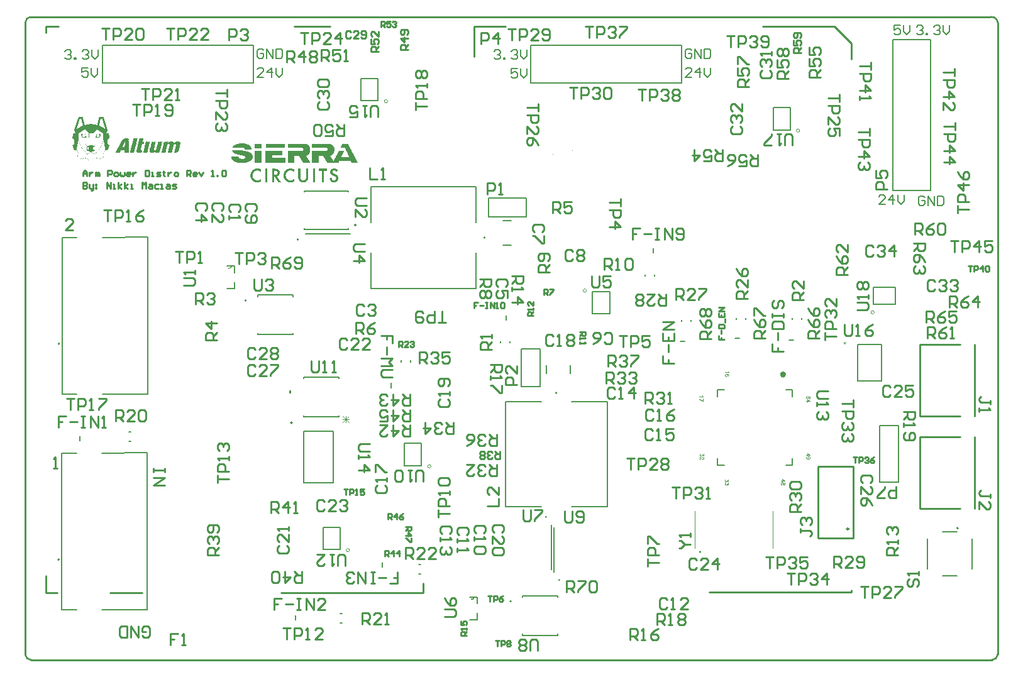
<source format=gto>
G04*
G04 #@! TF.GenerationSoftware,Altium Limited,Altium Designer,19.1.8 (144)*
G04*
G04 Layer_Color=65535*
%FSLAX25Y25*%
%MOIN*%
G70*
G01*
G75*
%ADD10C,0.00600*%
%ADD11C,0.00197*%
%ADD12C,0.01575*%
%ADD13C,0.01000*%
%ADD14C,0.00787*%
%ADD15C,0.00394*%
%ADD16C,0.00500*%
%ADD17C,0.00300*%
%ADD18C,0.00800*%
G36*
X41341Y288063D02*
Y288015D01*
X41389D01*
Y287966D01*
Y287918D01*
X41437D01*
Y287870D01*
X41389D01*
Y287821D01*
X41437D01*
Y287773D01*
Y287725D01*
X41486D01*
Y287676D01*
Y287628D01*
X41534D01*
Y287580D01*
X41486D01*
Y287531D01*
X41534D01*
Y287483D01*
Y287435D01*
X41582D01*
Y287387D01*
Y287338D01*
X41631D01*
Y287290D01*
X41582D01*
Y287242D01*
X41631D01*
Y287193D01*
X41679D01*
Y287145D01*
Y287097D01*
Y287048D01*
X41727D01*
Y287000D01*
X41679D01*
Y286952D01*
X41727D01*
Y286904D01*
Y286855D01*
X41775D01*
Y286807D01*
Y286759D01*
X41824D01*
Y286710D01*
X41775D01*
Y286662D01*
X41824D01*
Y286614D01*
X41872D01*
Y286565D01*
Y286517D01*
Y286469D01*
X41920D01*
Y286420D01*
X41872D01*
Y286372D01*
X41920D01*
Y286324D01*
X41969D01*
Y286276D01*
Y286227D01*
Y286179D01*
X42017D01*
Y286130D01*
Y286082D01*
Y286034D01*
X42065D01*
Y285986D01*
Y285937D01*
Y285889D01*
X42114D01*
Y285841D01*
Y285792D01*
Y285744D01*
X42162D01*
Y285696D01*
Y285647D01*
Y285599D01*
X42210D01*
Y285551D01*
Y285503D01*
Y285454D01*
X42259D01*
Y285406D01*
Y285358D01*
Y285309D01*
X42307D01*
Y285261D01*
Y285213D01*
Y285164D01*
X42355D01*
Y285116D01*
Y285068D01*
Y285019D01*
X42404D01*
Y284971D01*
Y284923D01*
Y284875D01*
X42452D01*
Y284826D01*
Y284778D01*
Y284730D01*
X42500D01*
Y284681D01*
Y284633D01*
Y284585D01*
X42548D01*
Y284536D01*
X42597D01*
Y284488D01*
X42548D01*
Y284440D01*
X42597D01*
Y284391D01*
Y284343D01*
X42548D01*
Y284295D01*
Y284246D01*
X42597D01*
Y284295D01*
X42645D01*
Y284246D01*
X42693D01*
Y284198D01*
X42645D01*
Y284150D01*
X42693D01*
Y284102D01*
Y284053D01*
Y284005D01*
X42742D01*
Y283957D01*
X42790D01*
Y283908D01*
X42742D01*
Y283860D01*
X42790D01*
Y283812D01*
Y283763D01*
Y283715D01*
X42838D01*
Y283667D01*
X42887D01*
Y283618D01*
X42790D01*
Y283570D01*
Y283522D01*
X42935D01*
Y283473D01*
X42887D01*
Y283425D01*
X42935D01*
Y283377D01*
X42983D01*
Y283329D01*
X42935D01*
Y283280D01*
X42983D01*
Y283232D01*
X43031D01*
Y283184D01*
X42983D01*
Y283135D01*
X43031D01*
Y283087D01*
X43080D01*
Y283039D01*
X42983D01*
Y282990D01*
X43031D01*
Y282942D01*
Y282894D01*
Y282845D01*
Y282797D01*
Y282749D01*
Y282700D01*
X43128D01*
Y282652D01*
Y282604D01*
Y282556D01*
X43176D01*
Y282507D01*
Y282459D01*
X43225D01*
Y282411D01*
Y282362D01*
Y282314D01*
X43273D01*
Y282266D01*
Y282217D01*
Y282169D01*
X43321D01*
Y282121D01*
Y282072D01*
X43418D01*
Y282024D01*
X43466D01*
Y281976D01*
X43418D01*
Y282024D01*
X43370D01*
Y281976D01*
Y281928D01*
Y281879D01*
X43418D01*
Y281831D01*
Y281783D01*
Y281734D01*
X43466D01*
Y281686D01*
Y281638D01*
Y281589D01*
X43515D01*
Y281541D01*
Y281493D01*
X43611D01*
Y281445D01*
X43659D01*
Y281396D01*
X43611D01*
Y281348D01*
X43659D01*
Y281300D01*
X43611D01*
Y281251D01*
X43659D01*
Y281203D01*
X43708D01*
Y281155D01*
X43659D01*
Y281106D01*
X43611D01*
Y281058D01*
X43659D01*
Y281010D01*
X43611D01*
Y280961D01*
Y280913D01*
Y280865D01*
X43563D01*
Y280816D01*
X43515D01*
Y280768D01*
X43563D01*
Y280720D01*
X43515D01*
Y280672D01*
Y280623D01*
Y280575D01*
X43466D01*
Y280527D01*
X43418D01*
Y280478D01*
X43466D01*
Y280430D01*
X43418D01*
Y280382D01*
X43370D01*
Y280333D01*
Y280285D01*
Y280237D01*
X43321D01*
Y280188D01*
X43370D01*
Y280140D01*
X43321D01*
Y280092D01*
X43273D01*
Y280044D01*
Y279995D01*
Y279947D01*
X43225D01*
Y279899D01*
X43273D01*
Y279850D01*
X43225D01*
Y279802D01*
X43176D01*
Y279754D01*
X43128D01*
Y279705D01*
X43176D01*
Y279657D01*
X43128D01*
Y279609D01*
X43080D01*
Y279560D01*
Y279512D01*
Y279464D01*
X43031D01*
Y279415D01*
Y279367D01*
Y279319D01*
X42983D01*
Y279271D01*
Y279222D01*
X43128D01*
Y279174D01*
X43659D01*
Y279126D01*
X44143D01*
Y279077D01*
X44191D01*
Y279029D01*
Y278981D01*
Y278932D01*
X44239D01*
Y278884D01*
X44191D01*
Y278836D01*
X44239D01*
Y278787D01*
Y278739D01*
Y278691D01*
X44287D01*
Y278643D01*
Y278594D01*
Y278546D01*
X44336D01*
Y278498D01*
X44287D01*
Y278449D01*
X44336D01*
Y278401D01*
Y278353D01*
Y278304D01*
Y278256D01*
X44384D01*
Y278208D01*
Y278159D01*
X44433D01*
Y278111D01*
X44384D01*
Y278063D01*
X44433D01*
Y278014D01*
X44384D01*
Y277966D01*
X44433D01*
Y277918D01*
X44481D01*
Y277870D01*
X44433D01*
Y277821D01*
X44481D01*
Y277773D01*
Y277725D01*
Y277676D01*
X44529D01*
Y277628D01*
X44481D01*
Y277580D01*
X44529D01*
Y277531D01*
Y277483D01*
Y277435D01*
X44577D01*
Y277386D01*
Y277338D01*
Y277290D01*
X44626D01*
Y277241D01*
X44577D01*
Y277193D01*
X44626D01*
Y277145D01*
Y277097D01*
Y277048D01*
Y277000D01*
X44674D01*
Y276952D01*
Y276903D01*
X44722D01*
Y276855D01*
X44674D01*
Y276807D01*
X44722D01*
Y276758D01*
X44674D01*
Y276710D01*
X44626D01*
Y276662D01*
X44577D01*
Y276613D01*
X44529D01*
Y276565D01*
X44481D01*
Y276517D01*
X44384D01*
Y276469D01*
Y276420D01*
X44287D01*
Y276372D01*
X44239D01*
Y276324D01*
Y276275D01*
X44191D01*
Y276227D01*
X44094D01*
Y276179D01*
X44046D01*
Y276130D01*
X43998D01*
Y276082D01*
Y276034D01*
X43949D01*
Y275986D01*
X43901D01*
Y275937D01*
X43756D01*
Y275889D01*
X43708D01*
Y275841D01*
X43659D01*
Y275792D01*
X43611D01*
Y275744D01*
Y275696D01*
Y275647D01*
X43659D01*
Y275599D01*
X43611D01*
Y275551D01*
Y275502D01*
Y275454D01*
X43659D01*
Y275406D01*
X43611D01*
Y275358D01*
Y275309D01*
Y275261D01*
X43659D01*
Y275213D01*
X43611D01*
Y275164D01*
X43659D01*
Y275116D01*
X43611D01*
Y275068D01*
X43659D01*
Y275019D01*
X43611D01*
Y274971D01*
X43659D01*
Y274923D01*
X43611D01*
Y274874D01*
X43659D01*
Y274826D01*
X43611D01*
Y274778D01*
X43659D01*
Y274729D01*
X43611D01*
Y274681D01*
X43659D01*
Y274633D01*
X43611D01*
Y274585D01*
X43659D01*
Y274536D01*
X43611D01*
Y274488D01*
X43659D01*
Y274440D01*
X43611D01*
Y274391D01*
X43659D01*
Y274343D01*
X43611D01*
Y274295D01*
X43659D01*
Y274246D01*
X43611D01*
Y274198D01*
X43659D01*
Y274150D01*
X43611D01*
Y274101D01*
X43659D01*
Y274053D01*
X43611D01*
Y274005D01*
X43659D01*
Y273956D01*
X43611D01*
Y273908D01*
X43659D01*
Y273860D01*
X43611D01*
Y273812D01*
X43659D01*
Y273763D01*
X43611D01*
Y273715D01*
X43659D01*
Y273667D01*
X43611D01*
Y273618D01*
X43659D01*
Y273570D01*
X43708D01*
Y273522D01*
X43853D01*
Y273473D01*
X43901D01*
Y273425D01*
X43949D01*
Y273377D01*
X43998D01*
Y273328D01*
X44094D01*
Y273280D01*
Y273232D01*
X44239D01*
Y273183D01*
X44287D01*
Y273135D01*
X44336D01*
Y273087D01*
X44384D01*
Y273039D01*
X44433D01*
Y272990D01*
X44481D01*
Y272942D01*
X44626D01*
Y272894D01*
X44674D01*
Y272845D01*
X44626D01*
Y272797D01*
X44577D01*
Y272749D01*
X44626D01*
Y272700D01*
X44577D01*
Y272652D01*
Y272604D01*
Y272555D01*
X44529D01*
Y272507D01*
X44481D01*
Y272459D01*
X44529D01*
Y272411D01*
X44481D01*
Y272362D01*
X44433D01*
Y272314D01*
Y272266D01*
Y272217D01*
X44384D01*
Y272169D01*
X44433D01*
Y272121D01*
X44384D01*
Y272072D01*
X44336D01*
Y272024D01*
X44287D01*
Y271976D01*
X44336D01*
Y271927D01*
X44287D01*
Y271879D01*
X44239D01*
Y271831D01*
Y271783D01*
Y271734D01*
X44191D01*
Y271686D01*
Y271638D01*
Y271589D01*
X44143D01*
Y271541D01*
X44094D01*
Y271493D01*
X44143D01*
Y271444D01*
X44094D01*
Y271396D01*
Y271348D01*
Y271300D01*
X44046D01*
Y271251D01*
X43998D01*
Y271203D01*
X44046D01*
Y271154D01*
X43998D01*
Y271106D01*
X43949D01*
Y271058D01*
Y271010D01*
Y270961D01*
X43901D01*
Y270913D01*
Y270865D01*
Y270816D01*
X43853D01*
Y270768D01*
X43804D01*
Y270720D01*
X43853D01*
Y270671D01*
X43804D01*
Y270623D01*
X43756D01*
Y270575D01*
Y270527D01*
Y270478D01*
X43708D01*
Y270430D01*
Y270382D01*
Y270333D01*
X43659D01*
Y270285D01*
X43128D01*
Y270333D01*
X43080D01*
Y270285D01*
X43031D01*
Y270333D01*
X42983D01*
Y270285D01*
X42935D01*
Y270333D01*
X42887D01*
Y270285D01*
X42838D01*
Y270333D01*
X42790D01*
Y270285D01*
X42742D01*
Y270333D01*
X42693D01*
Y270285D01*
X42645D01*
Y270333D01*
X42597D01*
Y270285D01*
X42404D01*
Y270237D01*
X42355D01*
Y270188D01*
Y270140D01*
X42307D01*
Y270092D01*
X42259D01*
Y270043D01*
Y269995D01*
X42210D01*
Y269947D01*
Y269899D01*
X42162D01*
Y269850D01*
Y269802D01*
X42114D01*
Y269754D01*
X42065D01*
Y269705D01*
Y269657D01*
Y269609D01*
X42017D01*
Y269560D01*
Y269512D01*
X41969D01*
Y269464D01*
X41920D01*
Y269415D01*
Y269367D01*
X41872D01*
Y269319D01*
Y269270D01*
X41824D01*
Y269222D01*
Y269174D01*
X41775D01*
Y269126D01*
X41727D01*
Y269077D01*
Y269029D01*
X41679D01*
Y268981D01*
X41631D01*
Y269029D01*
Y269077D01*
X41679D01*
Y269126D01*
Y269174D01*
X41727D01*
Y269222D01*
Y269270D01*
X41775D01*
Y269319D01*
X41824D01*
Y269367D01*
Y269415D01*
X41872D01*
Y269464D01*
Y269512D01*
X41920D01*
Y269560D01*
Y269609D01*
X41969D01*
Y269657D01*
Y269705D01*
X42017D01*
Y269754D01*
Y269802D01*
X42065D01*
Y269850D01*
Y269899D01*
X42114D01*
Y269947D01*
Y269995D01*
X42162D01*
Y270043D01*
Y270092D01*
X42210D01*
Y270140D01*
X42259D01*
Y270188D01*
Y270237D01*
Y270285D01*
X42307D01*
Y270333D01*
Y270382D01*
X42355D01*
Y270430D01*
Y270478D01*
X42404D01*
Y270527D01*
Y270575D01*
Y270623D01*
Y270671D01*
X42355D01*
Y270720D01*
Y270768D01*
X42404D01*
Y270816D01*
Y270865D01*
Y270913D01*
Y270961D01*
X42355D01*
Y271010D01*
Y271058D01*
Y271106D01*
Y271154D01*
Y271203D01*
X42307D01*
Y271251D01*
Y271300D01*
Y271348D01*
Y271396D01*
Y271444D01*
X42259D01*
Y271493D01*
Y271541D01*
Y271589D01*
Y271638D01*
X42210D01*
Y271686D01*
Y271734D01*
Y271783D01*
Y271831D01*
Y271879D01*
Y271927D01*
X42162D01*
Y271976D01*
Y272024D01*
Y272072D01*
Y272121D01*
Y272169D01*
X42114D01*
Y272217D01*
Y272266D01*
Y272314D01*
Y272362D01*
Y272411D01*
X42065D01*
Y272459D01*
Y272507D01*
Y272555D01*
Y272604D01*
Y272652D01*
X42017D01*
Y272700D01*
Y272749D01*
Y272797D01*
Y272845D01*
Y272894D01*
Y272942D01*
X41969D01*
Y272990D01*
Y273039D01*
Y273087D01*
Y273135D01*
Y273183D01*
X41920D01*
Y273232D01*
Y273280D01*
Y273328D01*
Y273377D01*
Y273425D01*
Y273473D01*
X41872D01*
Y273522D01*
Y273570D01*
Y273618D01*
Y273667D01*
X41824D01*
Y273715D01*
Y273763D01*
Y273812D01*
Y273860D01*
Y273908D01*
X41775D01*
Y273956D01*
Y274005D01*
Y274053D01*
Y274101D01*
Y274150D01*
Y274198D01*
X41727D01*
Y274246D01*
Y274295D01*
Y274343D01*
Y274391D01*
Y274440D01*
Y274488D01*
X41679D01*
Y274536D01*
Y274585D01*
Y274633D01*
Y274681D01*
X41631D01*
Y274729D01*
Y274778D01*
Y274826D01*
Y274874D01*
Y274923D01*
Y274971D01*
X41582D01*
Y275019D01*
Y275068D01*
Y275116D01*
Y275164D01*
Y275213D01*
Y275261D01*
X41534D01*
Y275309D01*
Y275358D01*
Y275406D01*
Y275454D01*
Y275502D01*
X41486D01*
Y275551D01*
Y275599D01*
X41389D01*
Y275551D01*
Y275502D01*
Y275454D01*
X41341D01*
Y275406D01*
Y275358D01*
Y275309D01*
X41292D01*
Y275261D01*
Y275213D01*
Y275164D01*
X41244D01*
Y275116D01*
Y275068D01*
Y275019D01*
X41196D01*
Y274971D01*
Y274923D01*
Y274874D01*
Y274826D01*
X41147D01*
Y274778D01*
Y274729D01*
X41099D01*
Y274681D01*
Y274633D01*
Y274585D01*
Y274536D01*
X41051D01*
Y274488D01*
Y274440D01*
Y274391D01*
X41003D01*
Y274343D01*
Y274295D01*
Y274246D01*
X40954D01*
Y274198D01*
Y274150D01*
Y274101D01*
X40906D01*
Y274053D01*
Y274005D01*
Y273956D01*
X40858D01*
Y273908D01*
Y273860D01*
Y273812D01*
X40809D01*
Y273763D01*
Y273715D01*
Y273667D01*
Y273618D01*
X40761D01*
Y273570D01*
Y273522D01*
Y273473D01*
X40713D01*
Y273425D01*
Y273377D01*
Y273328D01*
X40664D01*
Y273280D01*
Y273232D01*
Y273183D01*
X40616D01*
Y273135D01*
Y273087D01*
Y273039D01*
X40568D01*
Y272990D01*
Y272942D01*
Y272894D01*
X40519D01*
Y272845D01*
Y272797D01*
Y272749D01*
X40471D01*
Y272700D01*
Y272652D01*
Y272604D01*
X40423D01*
Y272555D01*
Y272507D01*
Y272459D01*
X40374D01*
Y272411D01*
X40326D01*
Y272362D01*
Y272314D01*
X40278D01*
Y272266D01*
X40229D01*
Y272217D01*
Y272169D01*
X40181D01*
Y272121D01*
X40133D01*
Y272072D01*
X40085D01*
Y272024D01*
X40036D01*
Y271976D01*
Y271927D01*
X39988D01*
Y271879D01*
X39940D01*
Y271831D01*
X39891D01*
Y271783D01*
X39843D01*
Y271734D01*
Y271686D01*
X39795D01*
Y271638D01*
X39746D01*
Y271589D01*
X39698D01*
Y271541D01*
X39650D01*
Y271493D01*
Y271444D01*
X39601D01*
Y271396D01*
X39553D01*
Y271348D01*
X39505D01*
Y271300D01*
Y271251D01*
X39457D01*
Y271203D01*
X39408D01*
Y271154D01*
X39360D01*
Y271106D01*
X39312D01*
Y271058D01*
Y271010D01*
X39263D01*
Y270961D01*
X39215D01*
Y270913D01*
X39167D01*
Y270865D01*
X39118D01*
Y270816D01*
Y270768D01*
X39070D01*
Y270720D01*
X39022D01*
Y270671D01*
X38974D01*
Y270720D01*
Y270768D01*
X38925D01*
Y270816D01*
X38974D01*
Y270768D01*
X39022D01*
Y270816D01*
X38974D01*
Y270865D01*
Y270913D01*
X39022D01*
Y270865D01*
Y270816D01*
X39070D01*
Y270865D01*
Y270913D01*
X39022D01*
Y270961D01*
X39070D01*
Y270913D01*
X39118D01*
Y270961D01*
X39070D01*
Y271010D01*
X39118D01*
Y271058D01*
X39167D01*
Y271106D01*
Y271154D01*
X39215D01*
Y271203D01*
X39263D01*
Y271251D01*
X39312D01*
Y271300D01*
X39360D01*
Y271348D01*
Y271396D01*
X39408D01*
Y271444D01*
X39457D01*
Y271493D01*
X39505D01*
Y271541D01*
X39553D01*
Y271589D01*
X39601D01*
Y271638D01*
Y271686D01*
X39650D01*
Y271638D01*
X39698D01*
Y271686D01*
X39650D01*
Y271734D01*
X39698D01*
Y271783D01*
X39746D01*
Y271831D01*
X39795D01*
Y271879D01*
Y271927D01*
X39843D01*
Y271976D01*
X39891D01*
Y272024D01*
X39940D01*
Y272072D01*
X39988D01*
Y272121D01*
Y272169D01*
X40036D01*
Y272217D01*
X40085D01*
Y272266D01*
X40133D01*
Y272314D01*
X40181D01*
Y272362D01*
Y272411D01*
X40229D01*
Y272459D01*
X40278D01*
Y272507D01*
Y272555D01*
X40326D01*
Y272604D01*
Y272652D01*
X40374D01*
Y272700D01*
Y272749D01*
Y272797D01*
X40423D01*
Y272845D01*
Y272894D01*
Y272942D01*
Y272990D01*
X40471D01*
Y273039D01*
Y273087D01*
Y273135D01*
X40519D01*
Y273183D01*
Y273232D01*
Y273280D01*
X40568D01*
Y273328D01*
Y273377D01*
Y273425D01*
X40616D01*
Y273473D01*
Y273522D01*
Y273570D01*
X40664D01*
Y273618D01*
Y273667D01*
Y273715D01*
X40713D01*
Y273763D01*
Y273812D01*
Y273860D01*
X40761D01*
Y273908D01*
Y273956D01*
Y274005D01*
X40809D01*
Y274053D01*
Y274101D01*
Y274150D01*
X40858D01*
Y274198D01*
Y274246D01*
Y274295D01*
Y274343D01*
X40906D01*
Y274391D01*
Y274440D01*
Y274488D01*
X40954D01*
Y274536D01*
Y274585D01*
Y274633D01*
X41003D01*
Y274681D01*
Y274729D01*
Y274778D01*
X41051D01*
Y274826D01*
Y274874D01*
Y274923D01*
X41099D01*
Y274971D01*
Y275019D01*
Y275068D01*
X41147D01*
Y275116D01*
Y275164D01*
Y275213D01*
X41196D01*
Y275261D01*
Y275309D01*
Y275358D01*
X41244D01*
Y275406D01*
Y275454D01*
Y275502D01*
Y275551D01*
X41292D01*
Y275599D01*
Y275647D01*
Y275696D01*
X41341D01*
Y275744D01*
Y275792D01*
X41389D01*
Y275841D01*
Y275889D01*
Y275937D01*
Y275986D01*
Y276034D01*
Y276082D01*
Y276130D01*
Y276179D01*
Y276227D01*
Y276275D01*
Y276324D01*
Y276372D01*
Y276420D01*
Y276469D01*
Y276517D01*
Y276565D01*
Y276613D01*
Y276662D01*
Y276710D01*
Y276758D01*
Y276807D01*
Y276855D01*
Y276903D01*
Y276952D01*
Y277000D01*
Y277048D01*
Y277097D01*
Y277145D01*
Y277193D01*
Y277241D01*
Y277290D01*
Y277338D01*
Y277386D01*
Y277435D01*
Y277483D01*
Y277531D01*
Y277580D01*
Y277628D01*
Y277676D01*
Y277725D01*
Y277773D01*
Y277821D01*
Y277870D01*
Y277918D01*
Y277966D01*
Y278014D01*
Y278063D01*
Y278111D01*
Y278159D01*
Y278208D01*
Y278256D01*
Y278304D01*
Y278353D01*
Y278401D01*
Y278449D01*
Y278498D01*
Y278546D01*
Y278594D01*
Y278643D01*
Y278691D01*
Y278739D01*
Y278787D01*
Y278836D01*
Y278884D01*
Y278932D01*
Y278981D01*
Y279029D01*
Y279077D01*
Y279126D01*
X41292D01*
Y279174D01*
X41244D01*
Y279222D01*
X41147D01*
Y279271D01*
X41099D01*
Y279319D01*
X41003D01*
Y279367D01*
X40954D01*
Y279415D01*
X40858D01*
Y279464D01*
X40809D01*
Y279512D01*
X40713D01*
Y279560D01*
X40664D01*
Y279609D01*
X40568D01*
Y279657D01*
X40519D01*
Y279705D01*
X40423D01*
Y279754D01*
X40374D01*
Y279802D01*
X40278D01*
Y279850D01*
X40229D01*
Y279899D01*
X40181D01*
Y279947D01*
X40085D01*
Y279995D01*
X40036D01*
Y280044D01*
X39940D01*
Y280092D01*
X39891D01*
Y280140D01*
X39795D01*
Y280188D01*
X39746D01*
Y280237D01*
X39650D01*
Y280285D01*
X39601D01*
Y280333D01*
X39553D01*
Y280382D01*
X39457D01*
Y280430D01*
X39408D01*
Y280478D01*
X39312D01*
Y280527D01*
X39263D01*
Y280575D01*
X39167D01*
Y280623D01*
X39118D01*
Y280672D01*
X39022D01*
Y280720D01*
X38974D01*
Y280768D01*
X38877D01*
Y280816D01*
X38829D01*
Y280865D01*
X38780D01*
Y280913D01*
X38684D01*
Y280961D01*
X38635D01*
Y281010D01*
X38539D01*
Y281058D01*
X38490D01*
Y281106D01*
X38394D01*
Y281155D01*
X38346D01*
Y281203D01*
X38297D01*
Y281251D01*
X38201D01*
Y281300D01*
X38152D01*
Y281348D01*
X38056D01*
Y281300D01*
X38007D01*
Y281251D01*
X37959D01*
Y281203D01*
X37911D01*
Y281155D01*
X37862D01*
Y281106D01*
X37814D01*
Y281058D01*
X37766D01*
Y281010D01*
X37717D01*
Y280961D01*
X37669D01*
Y280913D01*
X37621D01*
Y280865D01*
X37573D01*
Y280816D01*
X37524D01*
Y280768D01*
X37476D01*
Y280720D01*
X37428D01*
Y280672D01*
X37379D01*
Y280623D01*
X37331D01*
Y280575D01*
X37283D01*
Y280527D01*
X37234D01*
Y280478D01*
X37138D01*
Y280430D01*
Y280382D01*
X37089D01*
Y280333D01*
X37041D01*
Y280285D01*
X36993D01*
Y280237D01*
X36944D01*
Y280188D01*
X36896D01*
Y280140D01*
X36848D01*
Y280092D01*
X36799D01*
Y280044D01*
X36751D01*
Y279995D01*
X36703D01*
Y279947D01*
X36655D01*
Y279899D01*
X36606D01*
Y279850D01*
X36558D01*
Y279802D01*
X36510D01*
Y279754D01*
X36461D01*
Y279705D01*
X36413D01*
Y279657D01*
X36365D01*
Y279609D01*
X36316D01*
Y279560D01*
X36268D01*
Y279512D01*
X36220D01*
Y279464D01*
X36171D01*
Y279415D01*
X36123D01*
Y279367D01*
X36075D01*
Y279319D01*
X36027D01*
Y279271D01*
X35978D01*
Y279319D01*
X35930D01*
Y279271D01*
X35978D01*
Y279222D01*
X35882D01*
Y279174D01*
Y279126D01*
Y279077D01*
Y279029D01*
Y278981D01*
Y278932D01*
Y278884D01*
Y278836D01*
Y278787D01*
Y278739D01*
Y278691D01*
Y278643D01*
Y278594D01*
Y278546D01*
Y278498D01*
Y278449D01*
Y278401D01*
Y278353D01*
Y278304D01*
Y278256D01*
Y278208D01*
Y278159D01*
Y278111D01*
Y278063D01*
X35930D01*
Y278014D01*
X35882D01*
Y277966D01*
X35930D01*
Y277918D01*
Y277870D01*
Y277821D01*
Y277773D01*
Y277725D01*
Y277676D01*
Y277628D01*
Y277580D01*
Y277531D01*
Y277483D01*
Y277435D01*
Y277386D01*
Y277338D01*
Y277290D01*
Y277241D01*
Y277193D01*
Y277145D01*
Y277097D01*
Y277048D01*
Y277000D01*
Y276952D01*
Y276903D01*
X35978D01*
Y276855D01*
X36027D01*
Y276807D01*
X36075D01*
Y276758D01*
Y276710D01*
X36123D01*
Y276662D01*
X36171D01*
Y276613D01*
X36220D01*
Y276565D01*
X36268D01*
Y276517D01*
X36316D01*
Y276469D01*
X36365D01*
Y276420D01*
X36413D01*
Y276372D01*
X36461D01*
Y276324D01*
X36510D01*
Y276275D01*
X36558D01*
Y276227D01*
Y276179D01*
X36606D01*
Y276130D01*
X36655D01*
Y276082D01*
X36703D01*
Y276034D01*
X36751D01*
Y275986D01*
X36799D01*
Y275937D01*
X36848D01*
Y275889D01*
X36896D01*
Y275841D01*
X36944D01*
Y275792D01*
X36993D01*
Y275744D01*
X36944D01*
Y275792D01*
X36896D01*
Y275841D01*
X36848D01*
Y275889D01*
X36799D01*
Y275937D01*
X36751D01*
Y275986D01*
X36703D01*
Y276034D01*
X36655D01*
Y276082D01*
X36606D01*
Y276130D01*
X36558D01*
Y276179D01*
X36510D01*
Y276227D01*
X36461D01*
Y276275D01*
X36413D01*
Y276324D01*
X36365D01*
Y276372D01*
X36316D01*
Y276420D01*
X36268D01*
Y276469D01*
X36220D01*
Y276517D01*
X36171D01*
Y276565D01*
X36123D01*
Y276613D01*
Y276662D01*
X36027D01*
Y276710D01*
X35978D01*
Y276758D01*
Y276807D01*
X35930D01*
Y276855D01*
X35882D01*
Y276903D01*
X35833D01*
Y276952D01*
Y277000D01*
Y277048D01*
Y277097D01*
Y277145D01*
Y277193D01*
Y277241D01*
Y277290D01*
Y277338D01*
Y277386D01*
Y277435D01*
Y277483D01*
Y277531D01*
Y277580D01*
Y277628D01*
Y277676D01*
Y277725D01*
Y277773D01*
Y277821D01*
Y277870D01*
Y277918D01*
Y277966D01*
Y278014D01*
Y278063D01*
Y278111D01*
Y278159D01*
Y278208D01*
Y278256D01*
Y278304D01*
Y278353D01*
Y278401D01*
Y278449D01*
Y278498D01*
Y278546D01*
Y278594D01*
Y278643D01*
Y278691D01*
Y278739D01*
Y278787D01*
Y278836D01*
Y278884D01*
Y278932D01*
Y278981D01*
Y279029D01*
Y279077D01*
Y279126D01*
X35640D01*
Y279174D01*
X33804D01*
Y279126D01*
Y279077D01*
Y279029D01*
Y278981D01*
Y278932D01*
Y278884D01*
Y278836D01*
Y278787D01*
Y278739D01*
Y278691D01*
Y278643D01*
Y278594D01*
Y278546D01*
Y278498D01*
Y278449D01*
Y278401D01*
Y278353D01*
Y278304D01*
Y278256D01*
Y278208D01*
X33756D01*
Y278159D01*
X33804D01*
Y278111D01*
Y278063D01*
X33756D01*
Y278014D01*
Y277966D01*
Y277918D01*
Y277870D01*
Y277821D01*
Y277773D01*
Y277725D01*
Y277676D01*
Y277628D01*
Y277580D01*
Y277531D01*
Y277483D01*
Y277435D01*
Y277386D01*
Y277338D01*
Y277290D01*
Y277241D01*
Y277193D01*
Y277145D01*
Y277097D01*
Y277048D01*
Y277000D01*
Y276952D01*
Y276903D01*
Y276855D01*
X33708D01*
Y276807D01*
X33659D01*
Y276758D01*
X33611D01*
Y276710D01*
X33563D01*
Y276662D01*
X33514D01*
Y276613D01*
X33466D01*
Y276565D01*
X33418D01*
Y276517D01*
X33370D01*
Y276469D01*
X33321D01*
Y276517D01*
Y276565D01*
X33370D01*
Y276613D01*
X33418D01*
Y276662D01*
X33466D01*
Y276710D01*
X33514D01*
Y276758D01*
X33563D01*
Y276807D01*
X33611D01*
Y276855D01*
X33659D01*
Y276903D01*
X33708D01*
Y276952D01*
Y277000D01*
Y277048D01*
Y277097D01*
Y277145D01*
Y277193D01*
Y277241D01*
Y277290D01*
Y277338D01*
Y277386D01*
Y277435D01*
Y277483D01*
Y277531D01*
Y277580D01*
Y277628D01*
Y277676D01*
Y277725D01*
Y277773D01*
Y277821D01*
Y277870D01*
Y277918D01*
Y277966D01*
Y278014D01*
Y278063D01*
Y278111D01*
Y278159D01*
Y278208D01*
Y278256D01*
Y278304D01*
Y278353D01*
Y278401D01*
Y278449D01*
Y278498D01*
Y278546D01*
Y278594D01*
Y278643D01*
Y278691D01*
Y278739D01*
Y278787D01*
Y278836D01*
Y278884D01*
Y278932D01*
Y278981D01*
Y279029D01*
Y279077D01*
Y279126D01*
Y279174D01*
Y279222D01*
X33659D01*
Y279271D01*
X33611D01*
Y279319D01*
X33563D01*
Y279367D01*
X33514D01*
Y279415D01*
X33466D01*
Y279464D01*
X33418D01*
Y279512D01*
X33370D01*
Y279560D01*
X33321D01*
Y279609D01*
X33273D01*
Y279657D01*
X33225D01*
Y279705D01*
X33176D01*
Y279754D01*
X33128D01*
Y279802D01*
X33080D01*
Y279850D01*
X33031D01*
Y279899D01*
X32983D01*
Y279947D01*
X32935D01*
Y279995D01*
X32886D01*
Y280044D01*
X32838D01*
Y280092D01*
X32790D01*
Y280140D01*
X32741D01*
Y280188D01*
X32693D01*
Y280237D01*
X32645D01*
Y280285D01*
X32597D01*
Y280333D01*
X32548D01*
Y280382D01*
X32500D01*
Y280430D01*
X32452D01*
Y280478D01*
X32403D01*
Y280527D01*
X32355D01*
Y280575D01*
X32307D01*
Y280623D01*
X32258D01*
Y280672D01*
X32210D01*
Y280720D01*
X32162D01*
Y280768D01*
X32114D01*
Y280816D01*
X32065D01*
Y280865D01*
X32017D01*
Y280913D01*
X31969D01*
Y280961D01*
X31920D01*
Y281010D01*
X31872D01*
Y281058D01*
X31824D01*
Y281106D01*
X31775D01*
Y281155D01*
X31727D01*
Y281203D01*
X31679D01*
Y281251D01*
X31630D01*
Y281300D01*
X31582D01*
Y281348D01*
X31486D01*
Y281300D01*
X31389D01*
Y281251D01*
X31341D01*
Y281203D01*
X31244D01*
Y281155D01*
X31196D01*
Y281106D01*
X31147D01*
Y281058D01*
X31051D01*
Y281010D01*
X31002D01*
Y280961D01*
X30906D01*
Y280913D01*
X30858D01*
Y280865D01*
X30761D01*
Y280816D01*
X30713D01*
Y280768D01*
X30616D01*
Y280720D01*
X30568D01*
Y280672D01*
X30519D01*
Y280623D01*
X30423D01*
Y280575D01*
X30374D01*
Y280527D01*
X30278D01*
Y280478D01*
X30229D01*
Y280430D01*
X30133D01*
Y280382D01*
X30084D01*
Y280333D01*
X29988D01*
Y280285D01*
X29940D01*
Y280237D01*
X29891D01*
Y280188D01*
X29795D01*
Y280140D01*
X29746D01*
Y280092D01*
X29650D01*
Y280044D01*
X29601D01*
Y279995D01*
X29505D01*
Y279947D01*
X29456D01*
Y279899D01*
X29360D01*
Y279850D01*
X29311D01*
Y279802D01*
X29215D01*
Y279754D01*
X29167D01*
Y279705D01*
X29118D01*
Y279657D01*
X29022D01*
Y279609D01*
X28973D01*
Y279560D01*
X28877D01*
Y279512D01*
X28828D01*
Y279464D01*
X28732D01*
Y279415D01*
X28684D01*
Y279367D01*
X28587D01*
Y279319D01*
X28539D01*
Y279271D01*
X28442D01*
Y279222D01*
X28394D01*
Y279174D01*
X28297D01*
Y279126D01*
X28249D01*
Y279077D01*
X28200D01*
Y279029D01*
Y278981D01*
Y278932D01*
Y278884D01*
Y278836D01*
Y278787D01*
Y278739D01*
Y278691D01*
Y278643D01*
Y278594D01*
Y278546D01*
Y278498D01*
Y278449D01*
Y278401D01*
Y278353D01*
Y278304D01*
Y278256D01*
Y278208D01*
Y278159D01*
Y278111D01*
Y278063D01*
Y278014D01*
Y277966D01*
Y277918D01*
Y277870D01*
Y277821D01*
Y277773D01*
Y277725D01*
Y277676D01*
Y277628D01*
Y277580D01*
Y277531D01*
Y277483D01*
Y277435D01*
Y277386D01*
Y277338D01*
Y277290D01*
Y277241D01*
Y277193D01*
Y277145D01*
Y277097D01*
Y277048D01*
Y277000D01*
Y276952D01*
Y276903D01*
Y276855D01*
Y276807D01*
Y276758D01*
Y276710D01*
Y276662D01*
Y276613D01*
Y276565D01*
Y276517D01*
Y276469D01*
Y276420D01*
Y276372D01*
Y276324D01*
Y276275D01*
Y276227D01*
Y276179D01*
Y276130D01*
Y276082D01*
Y276034D01*
Y275986D01*
Y275937D01*
Y275889D01*
X28249D01*
Y275841D01*
Y275792D01*
Y275744D01*
X28297D01*
Y275696D01*
Y275647D01*
Y275599D01*
X28345D01*
Y275551D01*
Y275502D01*
Y275454D01*
X28394D01*
Y275406D01*
Y275358D01*
Y275309D01*
X28442D01*
Y275261D01*
Y275213D01*
Y275164D01*
Y275116D01*
X28490D01*
Y275068D01*
Y275019D01*
X28539D01*
Y274971D01*
Y274923D01*
Y274874D01*
Y274826D01*
X28587D01*
Y274778D01*
Y274729D01*
Y274681D01*
X28635D01*
Y274633D01*
Y274585D01*
Y274536D01*
X28684D01*
Y274488D01*
Y274440D01*
Y274391D01*
X28732D01*
Y274343D01*
Y274295D01*
Y274246D01*
X28780D01*
Y274198D01*
Y274150D01*
Y274101D01*
X28828D01*
Y274053D01*
Y274005D01*
Y273956D01*
X28877D01*
Y273908D01*
Y273860D01*
Y273812D01*
Y273763D01*
X28925D01*
Y273715D01*
Y273667D01*
X28973D01*
Y273618D01*
Y273570D01*
Y273522D01*
Y273473D01*
X29022D01*
Y273425D01*
Y273377D01*
Y273328D01*
X29070D01*
Y273280D01*
Y273232D01*
Y273183D01*
X29118D01*
Y273135D01*
Y273087D01*
Y273039D01*
X29167D01*
Y272990D01*
Y272942D01*
Y272894D01*
X29215D01*
Y272845D01*
Y272797D01*
Y272749D01*
X29263D01*
Y272700D01*
Y272652D01*
Y272604D01*
X29311D01*
Y272555D01*
Y272507D01*
X29360D01*
Y272459D01*
Y272411D01*
X29408D01*
Y272362D01*
X29456D01*
Y272314D01*
X29505D01*
Y272266D01*
X29553D01*
Y272217D01*
Y272169D01*
X29601D01*
Y272121D01*
X29650D01*
Y272072D01*
X29698D01*
Y272024D01*
Y271976D01*
X29746D01*
Y271927D01*
X29795D01*
Y271879D01*
X29843D01*
Y271831D01*
X29891D01*
Y271783D01*
X29940D01*
Y271734D01*
Y271686D01*
X29988D01*
Y271638D01*
X30036D01*
Y271589D01*
X30084D01*
Y271541D01*
X30133D01*
Y271493D01*
Y271444D01*
X30181D01*
Y271396D01*
X30229D01*
Y271348D01*
X30278D01*
Y271300D01*
X30326D01*
Y271251D01*
Y271203D01*
X30374D01*
Y271154D01*
X30423D01*
Y271106D01*
X30471D01*
Y271058D01*
X30519D01*
Y271010D01*
Y270961D01*
X30568D01*
Y270913D01*
X30616D01*
Y270865D01*
X30664D01*
Y270816D01*
X30713D01*
Y270768D01*
X30761D01*
Y270720D01*
Y270671D01*
X30809D01*
Y270623D01*
X30858D01*
Y270575D01*
X30906D01*
Y270527D01*
X30858D01*
Y270575D01*
X30809D01*
Y270623D01*
X30761D01*
Y270671D01*
X30713D01*
Y270720D01*
Y270768D01*
X30664D01*
Y270816D01*
X30616D01*
Y270865D01*
X30568D01*
Y270913D01*
X30519D01*
Y270961D01*
X30471D01*
Y270913D01*
X30519D01*
Y270865D01*
X30568D01*
Y270816D01*
Y270768D01*
X30616D01*
Y270720D01*
X30664D01*
Y270671D01*
X30713D01*
Y270623D01*
Y270575D01*
X30761D01*
Y270527D01*
X30809D01*
Y270478D01*
X30858D01*
Y270430D01*
X30906D01*
Y270382D01*
Y270333D01*
X30954D01*
Y270285D01*
X31002D01*
Y270237D01*
X31051D01*
Y270188D01*
Y270140D01*
X31099D01*
Y270092D01*
X31147D01*
Y270043D01*
X31196D01*
Y269995D01*
Y269947D01*
X31244D01*
Y269899D01*
X31292D01*
Y269850D01*
X31341D01*
Y269802D01*
X31389D01*
Y269754D01*
Y269705D01*
X31437D01*
Y269657D01*
X31486D01*
Y269609D01*
X31534D01*
Y269560D01*
X31582D01*
Y269512D01*
X31630D01*
Y269464D01*
Y269415D01*
X31679D01*
Y269367D01*
X31727D01*
Y269319D01*
X31775D01*
Y269270D01*
X31824D01*
Y269222D01*
X31872D01*
Y269174D01*
X31920D01*
Y269126D01*
X31969D01*
Y269077D01*
X32017D01*
Y269126D01*
X31969D01*
Y269174D01*
X31920D01*
Y269222D01*
X31872D01*
Y269270D01*
Y269319D01*
X31824D01*
Y269367D01*
X31775D01*
Y269415D01*
X31727D01*
Y269464D01*
X31679D01*
Y269512D01*
Y269560D01*
X31630D01*
Y269609D01*
X31582D01*
Y269657D01*
X31534D01*
Y269705D01*
X31486D01*
Y269754D01*
Y269802D01*
X31437D01*
Y269850D01*
X31389D01*
Y269899D01*
X31341D01*
Y269947D01*
X31292D01*
Y269995D01*
Y270043D01*
X31244D01*
Y270092D01*
X31196D01*
Y270140D01*
X31147D01*
Y270188D01*
X31099D01*
Y270237D01*
Y270285D01*
X31051D01*
Y270333D01*
X31002D01*
Y270382D01*
X30954D01*
Y270430D01*
X30906D01*
Y270478D01*
X30954D01*
Y270430D01*
X31002D01*
Y270382D01*
X31051D01*
Y270333D01*
X31099D01*
Y270285D01*
X31147D01*
Y270237D01*
Y270188D01*
X31196D01*
Y270140D01*
X31244D01*
Y270092D01*
X31292D01*
Y270043D01*
X31341D01*
Y269995D01*
Y269947D01*
X31389D01*
Y269899D01*
X31437D01*
Y269850D01*
X31486D01*
Y269802D01*
X31534D01*
Y269754D01*
Y269705D01*
X31582D01*
Y269657D01*
X31630D01*
Y269609D01*
X31679D01*
Y269560D01*
X31727D01*
Y269512D01*
Y269464D01*
X31775D01*
Y269415D01*
X31824D01*
Y269367D01*
X31872D01*
Y269319D01*
X31920D01*
Y269270D01*
Y269222D01*
X31969D01*
Y269174D01*
X32017D01*
Y269126D01*
X32065D01*
Y269077D01*
X32114D01*
Y269029D01*
Y268981D01*
X32162D01*
Y268932D01*
X32210D01*
Y268884D01*
X32258D01*
Y268836D01*
X32307D01*
Y268787D01*
Y268739D01*
X32355D01*
Y268691D01*
X32403D01*
Y268642D01*
X32452D01*
Y268594D01*
X32500D01*
Y268546D01*
X32548D01*
Y268497D01*
Y268449D01*
X32597D01*
Y268401D01*
X32645D01*
Y268353D01*
X32693D01*
Y268304D01*
X32741D01*
Y268353D01*
X32838D01*
Y268401D01*
X32983D01*
Y268449D01*
X33080D01*
Y268497D01*
X33176D01*
Y268546D01*
X33273D01*
Y268594D01*
X33370D01*
Y268642D01*
X33514D01*
Y268691D01*
X33611D01*
Y268739D01*
X33708D01*
Y268787D01*
X33804D01*
Y268836D01*
X33949D01*
Y268884D01*
X34046D01*
Y268932D01*
X34143D01*
Y268981D01*
X34239D01*
Y269029D01*
X34384D01*
Y269077D01*
X34481D01*
Y269126D01*
X34577D01*
Y269174D01*
X34626D01*
Y269222D01*
Y269270D01*
X34577D01*
Y269319D01*
X34481D01*
Y269367D01*
X34384D01*
Y269415D01*
X34287D01*
Y269464D01*
X34143D01*
Y269512D01*
X34046D01*
Y269560D01*
X33949D01*
Y269609D01*
X33804D01*
Y269657D01*
X33708D01*
Y269705D01*
X33611D01*
Y269754D01*
X33514D01*
Y269802D01*
X33370D01*
Y269850D01*
X33273D01*
Y269899D01*
X33176D01*
Y269947D01*
X33080D01*
Y269995D01*
X32935D01*
Y270043D01*
X32838D01*
Y270092D01*
X32741D01*
Y270140D01*
X32693D01*
Y270188D01*
Y270237D01*
Y270285D01*
Y270333D01*
Y270382D01*
Y270430D01*
Y270478D01*
Y270527D01*
Y270575D01*
Y270623D01*
Y270671D01*
Y270720D01*
Y270768D01*
Y270816D01*
Y270865D01*
Y270913D01*
Y270961D01*
Y271010D01*
Y271058D01*
Y271106D01*
Y271154D01*
Y271203D01*
Y271251D01*
Y271300D01*
Y271348D01*
Y271396D01*
Y271444D01*
Y271493D01*
Y271541D01*
Y271589D01*
Y271638D01*
Y271686D01*
Y271734D01*
Y271783D01*
Y271831D01*
Y271879D01*
Y271927D01*
Y271976D01*
Y272024D01*
Y272072D01*
Y272121D01*
Y272169D01*
Y272217D01*
X32645D01*
Y272266D01*
Y272314D01*
X32597D01*
Y272362D01*
Y272411D01*
X32548D01*
Y272459D01*
Y272507D01*
Y272555D01*
X32500D01*
Y272604D01*
Y272652D01*
X32452D01*
Y272700D01*
Y272749D01*
X32403D01*
Y272797D01*
Y272845D01*
X32355D01*
Y272894D01*
Y272942D01*
X32307D01*
Y272990D01*
Y273039D01*
X32258D01*
Y273087D01*
Y273135D01*
Y273183D01*
X32210D01*
Y273232D01*
X32162D01*
Y273280D01*
Y273328D01*
X32114D01*
Y273377D01*
Y273425D01*
X32065D01*
Y273473D01*
Y273522D01*
X32017D01*
Y273570D01*
Y273618D01*
Y273667D01*
X31969D01*
Y273715D01*
Y273763D01*
X31920D01*
Y273812D01*
Y273860D01*
X31872D01*
Y273908D01*
Y273956D01*
X31824D01*
Y274005D01*
Y274053D01*
X31775D01*
Y274101D01*
Y274150D01*
X31727D01*
Y274198D01*
Y274246D01*
Y274295D01*
X31679D01*
Y274343D01*
Y274391D01*
X31630D01*
Y274440D01*
Y274488D01*
X31582D01*
Y274536D01*
Y274585D01*
X31534D01*
Y274633D01*
X31582D01*
Y274585D01*
X31630D01*
Y274536D01*
Y274488D01*
X31679D01*
Y274440D01*
Y274391D01*
X31727D01*
Y274343D01*
Y274295D01*
X31775D01*
Y274246D01*
Y274198D01*
X31824D01*
Y274150D01*
Y274101D01*
X31872D01*
Y274053D01*
X31920D01*
Y274005D01*
Y273956D01*
X31969D01*
Y273908D01*
Y273860D01*
X32017D01*
Y273812D01*
Y273763D01*
X32065D01*
Y273715D01*
Y273667D01*
X32114D01*
Y273618D01*
Y273570D01*
X32162D01*
Y273522D01*
Y273473D01*
X32210D01*
Y273425D01*
Y273377D01*
X32258D01*
Y273328D01*
Y273280D01*
X32307D01*
Y273232D01*
Y273183D01*
X32355D01*
Y273135D01*
Y273087D01*
X32403D01*
Y273039D01*
Y272990D01*
X32452D01*
Y272942D01*
Y272894D01*
X32500D01*
Y272845D01*
Y272797D01*
X32548D01*
Y272749D01*
Y272700D01*
X32597D01*
Y272652D01*
Y272604D01*
X32645D01*
Y272555D01*
Y272507D01*
X32693D01*
Y272459D01*
Y272411D01*
X32790D01*
Y272459D01*
X32935D01*
Y272507D01*
X33080D01*
Y272555D01*
X33225D01*
Y272604D01*
X33370D01*
Y272652D01*
X33563D01*
Y272700D01*
X33708D01*
Y272749D01*
X33853D01*
Y272797D01*
X33998D01*
Y272845D01*
X34143D01*
Y272894D01*
X34336D01*
Y272942D01*
X34481D01*
Y272990D01*
X34626D01*
Y273039D01*
X34771D01*
Y273087D01*
X34819D01*
Y273039D01*
X35012D01*
Y272990D01*
X35157D01*
Y272942D01*
X35302D01*
Y272894D01*
X35447D01*
Y272845D01*
X35592D01*
Y272797D01*
X35688D01*
Y272749D01*
X35737D01*
Y272797D01*
X35785D01*
Y272749D01*
X35930D01*
Y272700D01*
X36075D01*
Y272652D01*
X36220D01*
Y272604D01*
X36365D01*
Y272555D01*
X36558D01*
Y272507D01*
X36703D01*
Y272459D01*
X36848D01*
Y272411D01*
X36896D01*
Y272459D01*
X36944D01*
Y272507D01*
Y272555D01*
X36993D01*
Y272604D01*
Y272652D01*
X37041D01*
Y272700D01*
Y272749D01*
X37089D01*
Y272797D01*
Y272845D01*
X37138D01*
Y272894D01*
Y272942D01*
X37186D01*
Y272990D01*
Y273039D01*
X37234D01*
Y273087D01*
Y273135D01*
X37283D01*
Y273183D01*
Y273232D01*
X37331D01*
Y273280D01*
Y273328D01*
X37379D01*
Y273377D01*
Y273425D01*
X37428D01*
Y273473D01*
Y273522D01*
X37476D01*
Y273570D01*
Y273618D01*
X37524D01*
Y273667D01*
Y273715D01*
X37573D01*
Y273763D01*
Y273812D01*
X37621D01*
Y273860D01*
Y273908D01*
X37669D01*
Y273956D01*
Y274005D01*
X37717D01*
Y274053D01*
Y274101D01*
X37766D01*
Y274150D01*
X37814D01*
Y274198D01*
Y274246D01*
X37862D01*
Y274295D01*
Y274343D01*
X37911D01*
Y274295D01*
Y274246D01*
Y274198D01*
X37862D01*
Y274150D01*
Y274101D01*
X37814D01*
Y274053D01*
Y274005D01*
X37766D01*
Y273956D01*
Y273908D01*
X37717D01*
Y273860D01*
Y273812D01*
X37669D01*
Y273763D01*
Y273715D01*
X37621D01*
Y273667D01*
Y273618D01*
Y273570D01*
X37573D01*
Y273522D01*
Y273473D01*
X37524D01*
Y273425D01*
Y273377D01*
X37476D01*
Y273328D01*
Y273280D01*
X37428D01*
Y273232D01*
Y273183D01*
X37379D01*
Y273135D01*
Y273087D01*
X37331D01*
Y273039D01*
Y272990D01*
X37283D01*
Y272942D01*
Y272894D01*
X37234D01*
Y272845D01*
Y272797D01*
X37186D01*
Y272749D01*
Y272700D01*
X37138D01*
Y272652D01*
Y272604D01*
Y272555D01*
X37089D01*
Y272507D01*
Y272459D01*
X37041D01*
Y272411D01*
Y272362D01*
X36993D01*
Y272314D01*
Y272266D01*
X36944D01*
Y272217D01*
Y272169D01*
Y272121D01*
Y272072D01*
Y272024D01*
Y271976D01*
Y271927D01*
X36896D01*
Y271879D01*
Y271831D01*
Y271783D01*
Y271734D01*
X36944D01*
Y271686D01*
X36896D01*
Y271638D01*
Y271589D01*
Y271541D01*
Y271493D01*
Y271444D01*
Y271396D01*
Y271348D01*
Y271300D01*
Y271251D01*
Y271203D01*
Y271154D01*
Y271106D01*
Y271058D01*
Y271010D01*
Y270961D01*
Y270913D01*
Y270865D01*
Y270816D01*
Y270768D01*
Y270720D01*
Y270671D01*
Y270623D01*
Y270575D01*
Y270527D01*
Y270478D01*
Y270430D01*
Y270382D01*
Y270333D01*
Y270285D01*
Y270237D01*
Y270188D01*
Y270140D01*
Y270092D01*
X36751D01*
Y270043D01*
X36655D01*
Y269995D01*
X36558D01*
Y269947D01*
X36461D01*
Y269899D01*
X36316D01*
Y269850D01*
X36220D01*
Y269802D01*
X36123D01*
Y269754D01*
X36027D01*
Y269705D01*
X35882D01*
Y269657D01*
X35785D01*
Y269609D01*
X35688D01*
Y269560D01*
X35592D01*
Y269512D01*
X35447D01*
Y269464D01*
X35350D01*
Y269415D01*
X35254D01*
Y269367D01*
X35157D01*
Y269319D01*
X35012D01*
Y269270D01*
X34964D01*
Y269222D01*
Y269174D01*
X35012D01*
Y269126D01*
X35157D01*
Y269077D01*
X35254D01*
Y269029D01*
X35350D01*
Y268981D01*
X35495D01*
Y268932D01*
X35592D01*
Y268884D01*
X35688D01*
Y268836D01*
X35785D01*
Y268787D01*
X35930D01*
Y268739D01*
X36027D01*
Y268691D01*
X36123D01*
Y268642D01*
X36220D01*
Y268594D01*
X36316D01*
Y268546D01*
X36461D01*
Y268497D01*
X36558D01*
Y268449D01*
X36655D01*
Y268401D01*
X36751D01*
Y268353D01*
X36896D01*
Y268304D01*
X36944D01*
Y268353D01*
X36993D01*
Y268401D01*
Y268449D01*
X37041D01*
Y268401D01*
Y268353D01*
X37089D01*
Y268401D01*
Y268449D01*
X37041D01*
Y268497D01*
X37089D01*
Y268449D01*
X37138D01*
Y268497D01*
X37089D01*
Y268546D01*
X37138D01*
Y268497D01*
X37186D01*
Y268546D01*
X37138D01*
Y268594D01*
X37186D01*
Y268546D01*
X37234D01*
Y268594D01*
X37186D01*
Y268642D01*
Y268691D01*
X37234D01*
Y268642D01*
Y268594D01*
X37283D01*
Y268642D01*
X37331D01*
Y268691D01*
Y268739D01*
X37283D01*
Y268787D01*
X37331D01*
Y268739D01*
X37379D01*
Y268787D01*
X37331D01*
Y268836D01*
X37379D01*
Y268787D01*
X37428D01*
Y268836D01*
X37379D01*
Y268884D01*
Y268932D01*
X37428D01*
Y268981D01*
X37476D01*
Y268932D01*
X37524D01*
Y268981D01*
X37476D01*
Y269029D01*
X37524D01*
Y268981D01*
X37573D01*
Y269029D01*
X37524D01*
Y269077D01*
X37573D01*
Y269029D01*
X37621D01*
Y269077D01*
X37573D01*
Y269126D01*
Y269174D01*
X37621D01*
Y269222D01*
X37669D01*
Y269174D01*
Y269126D01*
X37717D01*
Y269174D01*
X37766D01*
Y269222D01*
X37814D01*
Y269174D01*
Y269126D01*
X37766D01*
Y269077D01*
X37717D01*
Y269029D01*
X37669D01*
Y268981D01*
X37621D01*
Y268932D01*
Y268884D01*
X37573D01*
Y268836D01*
X37524D01*
Y268787D01*
X37476D01*
Y268739D01*
Y268691D01*
X37428D01*
Y268642D01*
X37379D01*
Y268594D01*
X37331D01*
Y268546D01*
X37283D01*
Y268497D01*
Y268449D01*
X37234D01*
Y268401D01*
X37186D01*
Y268353D01*
X37138D01*
Y268304D01*
X37089D01*
Y268256D01*
Y268208D01*
X37041D01*
Y268159D01*
X36993D01*
Y268111D01*
X36944D01*
Y268063D01*
X35495D01*
Y268014D01*
X34143D01*
Y268063D01*
X32645D01*
Y268111D01*
Y268159D01*
X32597D01*
Y268208D01*
X32548D01*
Y268256D01*
X32500D01*
Y268304D01*
X32452D01*
Y268353D01*
Y268401D01*
X32403D01*
Y268449D01*
X32355D01*
Y268497D01*
X32307D01*
Y268546D01*
X32258D01*
Y268594D01*
Y268642D01*
X32210D01*
Y268691D01*
X32162D01*
Y268739D01*
X32114D01*
Y268787D01*
X32065D01*
Y268836D01*
Y268884D01*
X32017D01*
Y268932D01*
X31969D01*
Y268981D01*
X31920D01*
Y269029D01*
X31872D01*
Y269077D01*
Y269126D01*
X31824D01*
Y269174D01*
X31775D01*
Y269222D01*
X31727D01*
Y269270D01*
X31679D01*
Y269319D01*
Y269367D01*
X31630D01*
Y269415D01*
X31582D01*
Y269464D01*
X31534D01*
Y269512D01*
Y269560D01*
X31486D01*
Y269609D01*
X31437D01*
Y269657D01*
X31389D01*
Y269705D01*
X31341D01*
Y269754D01*
Y269802D01*
X31292D01*
Y269850D01*
X31244D01*
Y269899D01*
X31196D01*
Y269947D01*
X31147D01*
Y269995D01*
Y270043D01*
X31099D01*
Y270092D01*
X31051D01*
Y270140D01*
X31002D01*
Y270188D01*
X30954D01*
Y270237D01*
Y270285D01*
X30906D01*
Y270333D01*
X30858D01*
Y270382D01*
X30809D01*
Y270430D01*
X30761D01*
Y270478D01*
Y270527D01*
X30713D01*
Y270575D01*
X30664D01*
Y270623D01*
X30616D01*
Y270671D01*
Y270720D01*
X30568D01*
Y270768D01*
X30519D01*
Y270816D01*
X30471D01*
Y270865D01*
X30423D01*
Y270913D01*
Y270961D01*
X30374D01*
Y271010D01*
X30326D01*
Y271058D01*
X30278D01*
Y271106D01*
X30229D01*
Y271154D01*
Y271203D01*
X30181D01*
Y271251D01*
X30133D01*
Y271300D01*
X30084D01*
Y271348D01*
X30036D01*
Y271396D01*
Y271444D01*
X29988D01*
Y271493D01*
X29940D01*
Y271541D01*
X29891D01*
Y271589D01*
X29843D01*
Y271638D01*
Y271686D01*
X29795D01*
Y271734D01*
X29746D01*
Y271783D01*
X29698D01*
Y271831D01*
Y271879D01*
X29650D01*
Y271927D01*
X29601D01*
Y271976D01*
X29553D01*
Y272024D01*
X29505D01*
Y272072D01*
Y272121D01*
X29456D01*
Y272169D01*
X29408D01*
Y272217D01*
X29360D01*
Y272266D01*
X29311D01*
Y272314D01*
Y272362D01*
X29263D01*
Y272411D01*
X29215D01*
Y272459D01*
Y272507D01*
X29167D01*
Y272555D01*
Y272604D01*
Y272652D01*
X29118D01*
Y272700D01*
Y272749D01*
Y272797D01*
X29070D01*
Y272845D01*
Y272894D01*
Y272942D01*
Y272990D01*
X29022D01*
Y273039D01*
Y273087D01*
Y273135D01*
X28973D01*
Y273183D01*
Y273232D01*
Y273280D01*
X28925D01*
Y273328D01*
Y273377D01*
Y273425D01*
X28877D01*
Y273473D01*
Y273522D01*
Y273570D01*
X28828D01*
Y273618D01*
Y273667D01*
Y273715D01*
X28780D01*
Y273763D01*
Y273812D01*
Y273860D01*
Y273908D01*
X28732D01*
Y273956D01*
Y274005D01*
Y274053D01*
X28684D01*
Y274101D01*
Y274150D01*
Y274198D01*
X28635D01*
Y274246D01*
Y274295D01*
Y274343D01*
X28587D01*
Y274391D01*
Y274440D01*
Y274488D01*
X28539D01*
Y274536D01*
Y274585D01*
Y274633D01*
X28490D01*
Y274681D01*
Y274729D01*
Y274778D01*
X28442D01*
Y274826D01*
Y274874D01*
Y274923D01*
X28394D01*
Y274971D01*
Y275019D01*
Y275068D01*
Y275116D01*
X28345D01*
Y275164D01*
Y275213D01*
X28297D01*
Y275261D01*
Y275309D01*
Y275358D01*
X28249D01*
Y275406D01*
Y275454D01*
Y275502D01*
Y275551D01*
X28200D01*
Y275599D01*
X28152D01*
Y275647D01*
X28104D01*
Y275599D01*
Y275551D01*
Y275502D01*
Y275454D01*
Y275406D01*
Y275358D01*
X28056D01*
Y275309D01*
Y275261D01*
Y275213D01*
Y275164D01*
Y275116D01*
Y275068D01*
X28007D01*
Y275019D01*
Y274971D01*
Y274923D01*
Y274874D01*
Y274826D01*
X27959D01*
Y274778D01*
Y274729D01*
Y274681D01*
Y274633D01*
Y274585D01*
X27911D01*
Y274536D01*
Y274488D01*
Y274440D01*
Y274391D01*
Y274343D01*
X27862D01*
Y274295D01*
Y274246D01*
Y274198D01*
Y274150D01*
Y274101D01*
Y274053D01*
X27814D01*
Y274005D01*
Y273956D01*
Y273908D01*
Y273860D01*
Y273812D01*
X27766D01*
Y273763D01*
Y273715D01*
Y273667D01*
Y273618D01*
Y273570D01*
X27717D01*
Y273522D01*
Y273473D01*
Y273425D01*
Y273377D01*
Y273328D01*
X27669D01*
Y273280D01*
Y273232D01*
Y273183D01*
Y273135D01*
Y273087D01*
Y273039D01*
X27621D01*
Y272990D01*
Y272942D01*
Y272894D01*
Y272845D01*
Y272797D01*
X27572D01*
Y272749D01*
Y272700D01*
Y272652D01*
Y272604D01*
Y272555D01*
Y272507D01*
X27524D01*
Y272459D01*
Y272411D01*
Y272362D01*
Y272314D01*
X27476D01*
Y272266D01*
Y272217D01*
Y272169D01*
Y272121D01*
Y272072D01*
Y272024D01*
X27428D01*
Y271976D01*
Y271927D01*
Y271879D01*
Y271831D01*
Y271783D01*
X27379D01*
Y271734D01*
Y271686D01*
Y271638D01*
Y271589D01*
X27331D01*
Y271541D01*
Y271493D01*
Y271444D01*
Y271396D01*
Y271348D01*
X27283D01*
Y271300D01*
Y271251D01*
Y271203D01*
Y271154D01*
Y271106D01*
Y271058D01*
X27234D01*
Y271010D01*
Y270961D01*
Y270913D01*
Y270865D01*
Y270816D01*
Y270768D01*
Y270720D01*
X27283D01*
Y270671D01*
X27186D01*
Y270623D01*
Y270575D01*
Y270527D01*
Y270478D01*
X27234D01*
Y270430D01*
X27283D01*
Y270382D01*
Y270333D01*
X27331D01*
Y270285D01*
Y270237D01*
X27379D01*
Y270188D01*
Y270140D01*
X27428D01*
Y270092D01*
Y270043D01*
X27476D01*
Y269995D01*
Y269947D01*
X27524D01*
Y269899D01*
Y269850D01*
X27572D01*
Y269802D01*
Y269754D01*
X27621D01*
Y269705D01*
Y269657D01*
X27669D01*
Y269609D01*
Y269560D01*
X27717D01*
Y269512D01*
X27766D01*
Y269464D01*
Y269415D01*
X27814D01*
Y269367D01*
Y269319D01*
X27862D01*
Y269270D01*
Y269222D01*
X27911D01*
Y269174D01*
Y269126D01*
X27959D01*
Y269077D01*
Y269029D01*
X28007D01*
Y268981D01*
Y268932D01*
X28056D01*
Y268884D01*
Y268836D01*
X28104D01*
Y268787D01*
Y268739D01*
X28152D01*
Y268691D01*
Y268642D01*
X28200D01*
Y268594D01*
Y268546D01*
X28249D01*
Y268497D01*
Y268449D01*
Y268401D01*
Y268353D01*
X28200D01*
Y268401D01*
Y268449D01*
Y268497D01*
Y268546D01*
X28152D01*
Y268594D01*
Y268642D01*
X28104D01*
Y268691D01*
Y268739D01*
X28056D01*
Y268787D01*
Y268836D01*
X28007D01*
Y268884D01*
Y268932D01*
X27959D01*
Y268981D01*
X27911D01*
Y269029D01*
Y269077D01*
X27862D01*
Y269126D01*
Y269174D01*
X27814D01*
Y269222D01*
X27766D01*
Y269270D01*
Y269319D01*
X27717D01*
Y269367D01*
Y269415D01*
X27669D01*
Y269464D01*
Y269512D01*
X27621D01*
Y269560D01*
X27572D01*
Y269609D01*
Y269657D01*
Y269705D01*
X27524D01*
Y269754D01*
Y269802D01*
X27476D01*
Y269850D01*
Y269899D01*
X27428D01*
Y269947D01*
X27379D01*
Y269995D01*
Y270043D01*
X27331D01*
Y270092D01*
Y270140D01*
X27283D01*
Y270188D01*
Y270237D01*
X27234D01*
Y270285D01*
X27089D01*
Y270333D01*
X27041D01*
Y270285D01*
X26993D01*
Y270333D01*
X26944D01*
Y270285D01*
X26896D01*
Y270333D01*
X26848D01*
Y270285D01*
X26799D01*
Y270333D01*
X26751D01*
Y270285D01*
X26703D01*
Y270333D01*
X26654D01*
Y270285D01*
X26510D01*
Y270333D01*
X26461D01*
Y270285D01*
X26316D01*
Y270333D01*
X26268D01*
Y270285D01*
X25930D01*
Y270333D01*
Y270382D01*
Y270430D01*
X25882D01*
Y270478D01*
X25833D01*
Y270527D01*
X25882D01*
Y270575D01*
X25833D01*
Y270623D01*
X25785D01*
Y270671D01*
Y270720D01*
Y270768D01*
X25737D01*
Y270816D01*
Y270865D01*
Y270913D01*
X25688D01*
Y270961D01*
X25640D01*
Y271010D01*
X25688D01*
Y271058D01*
X25640D01*
Y271106D01*
Y271154D01*
Y271203D01*
X25592D01*
Y271251D01*
X25543D01*
Y271300D01*
X25592D01*
Y271348D01*
X25543D01*
Y271396D01*
X25495D01*
Y271444D01*
Y271493D01*
Y271541D01*
X25447D01*
Y271589D01*
Y271638D01*
Y271686D01*
X25398D01*
Y271734D01*
X25350D01*
Y271783D01*
X25398D01*
Y271831D01*
X25350D01*
Y271879D01*
X25302D01*
Y271927D01*
X25253D01*
Y271976D01*
X25302D01*
Y272024D01*
X25253D01*
Y272072D01*
Y272121D01*
Y272169D01*
X25205D01*
Y272217D01*
X25157D01*
Y272266D01*
X25205D01*
Y272314D01*
X25157D01*
Y272362D01*
Y272411D01*
X25109D01*
Y272459D01*
Y272507D01*
X25060D01*
Y272555D01*
X25109D01*
Y272604D01*
X25060D01*
Y272652D01*
X25012D01*
Y272700D01*
X24964D01*
Y272749D01*
X25012D01*
Y272797D01*
X24964D01*
Y272845D01*
X25012D01*
Y272894D01*
X25060D01*
Y272942D01*
X25109D01*
Y272990D01*
X25157D01*
Y273039D01*
X25205D01*
Y273087D01*
X25253D01*
Y273135D01*
X25398D01*
Y273183D01*
X25447D01*
Y273232D01*
X25495D01*
Y273280D01*
X25543D01*
Y273328D01*
X25592D01*
Y273377D01*
X25640D01*
Y273425D01*
X25785D01*
Y273473D01*
Y273522D01*
X25882D01*
Y273570D01*
X25930D01*
Y273618D01*
X25978D01*
Y273667D01*
Y273715D01*
Y273763D01*
Y273812D01*
Y273860D01*
Y273908D01*
Y273956D01*
Y274005D01*
Y274053D01*
Y274101D01*
Y274150D01*
Y274198D01*
Y274246D01*
Y274295D01*
Y274343D01*
Y274391D01*
Y274440D01*
Y274488D01*
Y274536D01*
Y274585D01*
Y274633D01*
Y274681D01*
Y274729D01*
Y274778D01*
Y274826D01*
Y274874D01*
Y274923D01*
Y274971D01*
Y275019D01*
X26026D01*
Y275068D01*
X25978D01*
Y275116D01*
Y275164D01*
Y275213D01*
X26026D01*
Y275261D01*
X25978D01*
Y275309D01*
X26026D01*
Y275358D01*
X25978D01*
Y275406D01*
X26026D01*
Y275454D01*
X25978D01*
Y275502D01*
X26026D01*
Y275551D01*
X25978D01*
Y275599D01*
X26026D01*
Y275647D01*
X25978D01*
Y275696D01*
X26026D01*
Y275744D01*
X25978D01*
Y275792D01*
Y275841D01*
X25930D01*
Y275889D01*
X25833D01*
Y275937D01*
X25785D01*
Y275986D01*
X25640D01*
Y276034D01*
X25592D01*
Y276082D01*
X25640D01*
Y276130D01*
X25543D01*
Y276179D01*
X25495D01*
Y276227D01*
X25447D01*
Y276275D01*
X25398D01*
Y276324D01*
X25350D01*
Y276372D01*
X25302D01*
Y276420D01*
X25253D01*
Y276469D01*
X25205D01*
Y276517D01*
X25157D01*
Y276565D01*
X25109D01*
Y276613D01*
X25060D01*
Y276662D01*
X25012D01*
Y276710D01*
X24915D01*
Y276758D01*
X24867D01*
Y276807D01*
X24915D01*
Y276855D01*
X24964D01*
Y276903D01*
X24915D01*
Y276952D01*
X24964D01*
Y277000D01*
X25012D01*
Y277048D01*
X24964D01*
Y277097D01*
X25012D01*
Y277145D01*
X24964D01*
Y277193D01*
X25012D01*
Y277241D01*
Y277290D01*
Y277338D01*
X25060D01*
Y277386D01*
X25109D01*
Y277435D01*
X25060D01*
Y277483D01*
X25109D01*
Y277531D01*
X25060D01*
Y277580D01*
X25109D01*
Y277628D01*
Y277676D01*
Y277725D01*
X25157D01*
Y277773D01*
Y277821D01*
Y277870D01*
X25205D01*
Y277918D01*
X25157D01*
Y277966D01*
X25205D01*
Y278014D01*
Y278063D01*
Y278111D01*
X25253D01*
Y278159D01*
Y278208D01*
Y278256D01*
X25302D01*
Y278304D01*
X25253D01*
Y278353D01*
X25302D01*
Y278401D01*
Y278449D01*
Y278498D01*
Y278546D01*
X25350D01*
Y278594D01*
Y278643D01*
X25398D01*
Y278691D01*
X25350D01*
Y278739D01*
X25398D01*
Y278787D01*
X25350D01*
Y278836D01*
X25398D01*
Y278884D01*
Y278932D01*
Y278981D01*
X25447D01*
Y279029D01*
Y279077D01*
Y279126D01*
X25978D01*
Y279174D01*
X26510D01*
Y279222D01*
X26654D01*
Y279271D01*
X26606D01*
Y279319D01*
Y279367D01*
Y279415D01*
X26558D01*
Y279464D01*
X26510D01*
Y279512D01*
X26558D01*
Y279560D01*
X26510D01*
Y279609D01*
X26461D01*
Y279657D01*
X26413D01*
Y279705D01*
X26461D01*
Y279754D01*
X26413D01*
Y279802D01*
Y279850D01*
Y279899D01*
X26365D01*
Y279947D01*
X26316D01*
Y279995D01*
X26365D01*
Y280044D01*
X26316D01*
Y280092D01*
Y280140D01*
Y280188D01*
X26268D01*
Y280237D01*
X26220D01*
Y280285D01*
X26268D01*
Y280333D01*
X26220D01*
Y280382D01*
X26171D01*
Y280430D01*
Y280478D01*
Y280527D01*
X26123D01*
Y280575D01*
X26171D01*
Y280623D01*
X26123D01*
Y280672D01*
X26075D01*
Y280720D01*
Y280768D01*
Y280816D01*
X26026D01*
Y280865D01*
X26075D01*
Y280913D01*
X26026D01*
Y280961D01*
X25978D01*
Y281010D01*
X25930D01*
Y281058D01*
X25978D01*
Y281106D01*
X25930D01*
Y281155D01*
Y281203D01*
Y281251D01*
X25978D01*
Y281300D01*
X25930D01*
Y281348D01*
X25978D01*
Y281396D01*
X26026D01*
Y281445D01*
X26075D01*
Y281493D01*
X26123D01*
Y281541D01*
Y281589D01*
Y281638D01*
X26171D01*
Y281686D01*
Y281734D01*
Y281783D01*
X26220D01*
Y281831D01*
Y281879D01*
X26268D01*
Y281928D01*
Y281976D01*
Y282024D01*
Y282072D01*
X26316D01*
Y282121D01*
Y282169D01*
X26365D01*
Y282217D01*
X26316D01*
Y282266D01*
X26365D01*
Y282314D01*
Y282362D01*
Y282411D01*
X26413D01*
Y282459D01*
Y282507D01*
Y282556D01*
X26461D01*
Y282604D01*
Y282652D01*
X26510D01*
Y282700D01*
X26558D01*
Y282749D01*
X26606D01*
Y282797D01*
Y282845D01*
Y282894D01*
X26558D01*
Y282942D01*
X26606D01*
Y282990D01*
Y283039D01*
X26558D01*
Y283087D01*
Y283135D01*
X26606D01*
Y283184D01*
X26654D01*
Y283232D01*
X26606D01*
Y283280D01*
X26654D01*
Y283329D01*
Y283377D01*
X26703D01*
Y283425D01*
Y283473D01*
X26751D01*
Y283522D01*
X26703D01*
Y283570D01*
X26751D01*
Y283522D01*
X26799D01*
Y283570D01*
Y283618D01*
X26751D01*
Y283667D01*
X26799D01*
Y283715D01*
Y283763D01*
X26848D01*
Y283812D01*
X26799D01*
Y283860D01*
X26848D01*
Y283908D01*
Y283957D01*
X26896D01*
Y284005D01*
Y284053D01*
X26944D01*
Y284102D01*
X26896D01*
Y284150D01*
X26944D01*
Y284198D01*
Y284246D01*
X27041D01*
Y284295D01*
Y284343D01*
Y284391D01*
X26993D01*
Y284440D01*
X27041D01*
Y284488D01*
Y284536D01*
X27089D01*
Y284585D01*
Y284633D01*
X27138D01*
Y284681D01*
X27089D01*
Y284730D01*
X27138D01*
Y284778D01*
X27186D01*
Y284826D01*
Y284875D01*
Y284923D01*
X27234D01*
Y284971D01*
X27186D01*
Y285019D01*
X27234D01*
Y285068D01*
Y285116D01*
X27283D01*
Y285164D01*
Y285213D01*
X27331D01*
Y285261D01*
Y285309D01*
Y285358D01*
X27379D01*
Y285406D01*
Y285454D01*
Y285503D01*
X27428D01*
Y285551D01*
Y285599D01*
Y285647D01*
X27476D01*
Y285696D01*
Y285744D01*
Y285792D01*
X27524D01*
Y285841D01*
Y285889D01*
Y285937D01*
X27572D01*
Y285986D01*
Y286034D01*
Y286082D01*
X27621D01*
Y286130D01*
Y286179D01*
Y286227D01*
X27669D01*
Y286276D01*
Y286324D01*
Y286372D01*
X27717D01*
Y286420D01*
Y286469D01*
Y286517D01*
X27766D01*
Y286565D01*
Y286614D01*
Y286662D01*
X27814D01*
Y286710D01*
Y286759D01*
Y286807D01*
X27862D01*
Y286855D01*
X27911D01*
Y286904D01*
X27862D01*
Y286952D01*
X27911D01*
Y287000D01*
Y287048D01*
Y287097D01*
X27959D01*
Y287145D01*
Y287193D01*
Y287242D01*
X28007D01*
Y287290D01*
Y287338D01*
Y287387D01*
X28056D01*
Y287435D01*
X28104D01*
Y287483D01*
X28056D01*
Y287531D01*
X28104D01*
Y287580D01*
Y287628D01*
Y287676D01*
X28152D01*
Y287725D01*
X28200D01*
Y287773D01*
X28152D01*
Y287821D01*
X28200D01*
Y287870D01*
Y287918D01*
Y287966D01*
X28249D01*
Y288015D01*
X28297D01*
Y288063D01*
X28249D01*
Y288111D01*
X28297D01*
Y288063D01*
X28345D01*
Y288111D01*
X28394D01*
Y288063D01*
X28442D01*
Y288111D01*
X28490D01*
Y288063D01*
X28539D01*
Y288111D01*
X28587D01*
Y288063D01*
X28635D01*
Y288111D01*
X28684D01*
Y288063D01*
X28732D01*
Y288111D01*
X28780D01*
Y288063D01*
X28828D01*
Y288111D01*
X28877D01*
Y288063D01*
X28925D01*
Y288111D01*
X28973D01*
Y288063D01*
X29022D01*
Y288111D01*
X29070D01*
Y288063D01*
X29118D01*
Y288111D01*
X29167D01*
Y288063D01*
X29215D01*
Y288111D01*
X29263D01*
Y288063D01*
X29311D01*
Y288111D01*
X29360D01*
Y288063D01*
X29408D01*
Y288111D01*
X29456D01*
Y288063D01*
X29505D01*
Y288111D01*
X29553D01*
Y288063D01*
X29601D01*
Y288111D01*
X29650D01*
Y288063D01*
X29698D01*
Y288111D01*
X29746D01*
Y288063D01*
X29795D01*
Y288111D01*
X29843D01*
Y288063D01*
X29891D01*
Y288111D01*
X29940D01*
Y288063D01*
X29988D01*
Y288111D01*
X30036D01*
Y288063D01*
X30084D01*
Y288111D01*
X30133D01*
Y288063D01*
X30181D01*
Y288111D01*
X30229D01*
Y288063D01*
X30278D01*
Y288111D01*
X30326D01*
Y288063D01*
X30374D01*
Y288015D01*
Y287966D01*
X30423D01*
Y287918D01*
Y287870D01*
Y287821D01*
Y287773D01*
Y287725D01*
X30471D01*
Y287676D01*
Y287628D01*
Y287580D01*
Y287531D01*
X30519D01*
Y287483D01*
Y287435D01*
Y287387D01*
X30568D01*
Y287338D01*
Y287290D01*
Y287242D01*
Y287193D01*
X30616D01*
Y287145D01*
Y287097D01*
Y287048D01*
Y287000D01*
X30664D01*
Y286952D01*
Y286904D01*
Y286855D01*
Y286807D01*
X30713D01*
Y286759D01*
Y286710D01*
Y286662D01*
X30761D01*
Y286614D01*
Y286565D01*
Y286517D01*
Y286469D01*
X30809D01*
Y286420D01*
Y286372D01*
Y286324D01*
Y286276D01*
X30858D01*
Y286227D01*
Y286179D01*
Y286130D01*
X30906D01*
Y286082D01*
Y286034D01*
Y285986D01*
Y285937D01*
X30954D01*
Y285889D01*
Y285841D01*
Y285792D01*
Y285744D01*
Y285696D01*
X31002D01*
Y285647D01*
Y285599D01*
Y285551D01*
X31051D01*
Y285503D01*
Y285454D01*
Y285406D01*
Y285358D01*
Y285309D01*
X31099D01*
Y285261D01*
Y285213D01*
Y285164D01*
Y285116D01*
X31147D01*
Y285068D01*
Y285019D01*
Y284971D01*
X31196D01*
Y284923D01*
Y284875D01*
Y284826D01*
X31244D01*
Y284778D01*
Y284730D01*
Y284681D01*
Y284633D01*
Y284585D01*
X31292D01*
Y284536D01*
Y284488D01*
Y284440D01*
X31341D01*
Y284391D01*
Y284343D01*
Y284295D01*
X31389D01*
Y284246D01*
Y284198D01*
Y284150D01*
Y284102D01*
X31437D01*
Y284053D01*
Y284005D01*
Y283957D01*
Y283908D01*
Y283860D01*
X31486D01*
Y283812D01*
Y283763D01*
Y283715D01*
X31534D01*
Y283667D01*
X31679D01*
Y283715D01*
X31920D01*
Y283763D01*
X32210D01*
Y283812D01*
X32403D01*
Y283860D01*
X32645D01*
Y283908D01*
X32935D01*
Y283957D01*
X33176D01*
Y284005D01*
X33418D01*
Y284053D01*
X33659D01*
Y284102D01*
X33901D01*
Y284150D01*
X34143D01*
Y284198D01*
X34432D01*
Y284246D01*
X34626D01*
Y284295D01*
X34722D01*
Y284246D01*
X34819D01*
Y284295D01*
X34964D01*
Y284246D01*
X35205D01*
Y284198D01*
X35495D01*
Y284150D01*
X35737D01*
Y284102D01*
X35930D01*
Y284053D01*
X36220D01*
Y284005D01*
X36461D01*
Y283957D01*
X36655D01*
Y283908D01*
X36896D01*
Y283860D01*
X36944D01*
Y283908D01*
X36993D01*
Y283860D01*
X37186D01*
Y283812D01*
X37428D01*
Y283763D01*
X37669D01*
Y283715D01*
X37959D01*
Y283667D01*
X38104D01*
Y283715D01*
Y283763D01*
Y283812D01*
X38152D01*
Y283860D01*
Y283908D01*
Y283957D01*
X38201D01*
Y284005D01*
Y284053D01*
Y284102D01*
Y284150D01*
Y284198D01*
X38249D01*
Y284246D01*
Y284295D01*
Y284343D01*
Y284391D01*
X38297D01*
Y284440D01*
Y284488D01*
X38346D01*
Y284536D01*
Y284585D01*
Y284633D01*
Y284681D01*
X38394D01*
Y284730D01*
Y284778D01*
Y284826D01*
Y284875D01*
X38442D01*
Y284923D01*
Y284971D01*
Y285019D01*
Y285068D01*
X38490D01*
Y285116D01*
Y285164D01*
Y285213D01*
X38539D01*
Y285261D01*
Y285309D01*
Y285358D01*
Y285406D01*
Y285454D01*
X38587D01*
Y285503D01*
Y285551D01*
Y285599D01*
Y285647D01*
X38635D01*
Y285696D01*
Y285744D01*
Y285792D01*
X38684D01*
Y285841D01*
Y285889D01*
Y285937D01*
Y285986D01*
X38732D01*
Y286034D01*
Y286082D01*
Y286130D01*
Y286179D01*
X38780D01*
Y286227D01*
Y286276D01*
Y286324D01*
Y286372D01*
X38829D01*
Y286420D01*
Y286469D01*
Y286517D01*
Y286565D01*
X38877D01*
Y286614D01*
Y286662D01*
Y286710D01*
X38925D01*
Y286759D01*
Y286807D01*
Y286855D01*
Y286904D01*
X38974D01*
Y286952D01*
Y287000D01*
Y287048D01*
Y287097D01*
X39022D01*
Y287145D01*
Y287193D01*
Y287242D01*
X39070D01*
Y287290D01*
Y287338D01*
Y287387D01*
Y287435D01*
Y287483D01*
X39118D01*
Y287531D01*
Y287580D01*
Y287628D01*
X39167D01*
Y287676D01*
Y287725D01*
Y287773D01*
Y287821D01*
X39215D01*
Y287870D01*
Y287918D01*
Y287966D01*
Y288015D01*
X39263D01*
Y288063D01*
Y288111D01*
X39312D01*
Y288063D01*
X39360D01*
Y288111D01*
X39408D01*
Y288063D01*
X39457D01*
Y288111D01*
X39505D01*
Y288063D01*
X39553D01*
Y288111D01*
X39601D01*
Y288063D01*
X39650D01*
Y288111D01*
X39698D01*
Y288063D01*
X39746D01*
Y288111D01*
X39795D01*
Y288063D01*
X39843D01*
Y288111D01*
X39891D01*
Y288063D01*
X39940D01*
Y288111D01*
X39988D01*
Y288063D01*
X40036D01*
Y288111D01*
X40085D01*
Y288063D01*
X40133D01*
Y288111D01*
X40181D01*
Y288063D01*
X40229D01*
Y288111D01*
X40278D01*
Y288063D01*
X40326D01*
Y288111D01*
X40374D01*
Y288063D01*
X40423D01*
Y288111D01*
X40471D01*
Y288063D01*
X40519D01*
Y288111D01*
X40568D01*
Y288063D01*
X40616D01*
Y288111D01*
X40664D01*
Y288063D01*
X40713D01*
Y288111D01*
X40761D01*
Y288063D01*
X40809D01*
Y288111D01*
X40858D01*
Y288063D01*
X40906D01*
Y288111D01*
X40954D01*
Y288063D01*
X41003D01*
Y288111D01*
X41051D01*
Y288063D01*
X41099D01*
Y288111D01*
X41147D01*
Y288063D01*
X41196D01*
Y288111D01*
X41244D01*
Y288063D01*
X41292D01*
Y288111D01*
X41341D01*
Y288063D01*
D02*
G37*
G36*
X40229Y278932D02*
X40181D01*
Y278884D01*
X40085D01*
Y278836D01*
Y278787D01*
Y278739D01*
X40036D01*
Y278691D01*
Y278643D01*
Y278594D01*
Y278546D01*
Y278498D01*
X39988D01*
Y278449D01*
Y278401D01*
Y278353D01*
Y278304D01*
X39940D01*
Y278256D01*
Y278208D01*
Y278159D01*
X39891D01*
Y278111D01*
Y278063D01*
Y278014D01*
Y277966D01*
X39843D01*
Y277918D01*
Y277870D01*
X39795D01*
Y277821D01*
Y277773D01*
Y277725D01*
X39746D01*
Y277676D01*
Y277628D01*
Y277580D01*
X39698D01*
Y277531D01*
X39650D01*
Y277483D01*
Y277435D01*
X39601D01*
Y277386D01*
X39553D01*
Y277338D01*
X39505D01*
Y277290D01*
X39457D01*
Y277241D01*
X39408D01*
Y277193D01*
X39360D01*
Y277145D01*
X39263D01*
Y277097D01*
X39215D01*
Y277048D01*
X39118D01*
Y277000D01*
X38974D01*
Y276952D01*
X38780D01*
Y276903D01*
X38587D01*
Y276855D01*
X37186D01*
Y276807D01*
X37089D01*
Y276855D01*
Y276903D01*
Y276952D01*
X37138D01*
Y277000D01*
Y277048D01*
Y277097D01*
X37186D01*
Y277145D01*
Y277193D01*
X37234D01*
Y277241D01*
Y277290D01*
Y277338D01*
X37283D01*
Y277386D01*
Y277435D01*
Y277483D01*
X37331D01*
Y277531D01*
Y277580D01*
Y277628D01*
X37379D01*
Y277676D01*
Y277725D01*
X37428D01*
Y277773D01*
Y277821D01*
Y277870D01*
X37476D01*
Y277918D01*
Y277966D01*
X37524D01*
Y278014D01*
Y278063D01*
Y278111D01*
X37573D01*
Y278159D01*
Y278208D01*
Y278256D01*
X37621D01*
Y278304D01*
Y278353D01*
X37669D01*
Y278401D01*
Y278449D01*
Y278498D01*
X37717D01*
Y278546D01*
Y278594D01*
Y278643D01*
X37766D01*
Y278691D01*
Y278739D01*
X37814D01*
Y278787D01*
Y278836D01*
Y278884D01*
X37862D01*
Y278932D01*
Y278981D01*
X40229D01*
Y278932D01*
D02*
G37*
G36*
X31775D02*
Y278884D01*
Y278836D01*
X31824D01*
Y278787D01*
Y278739D01*
Y278691D01*
X31872D01*
Y278643D01*
Y278594D01*
X31920D01*
Y278546D01*
Y278498D01*
Y278449D01*
X31969D01*
Y278401D01*
Y278353D01*
Y278304D01*
X32017D01*
Y278256D01*
Y278208D01*
Y278159D01*
X32065D01*
Y278111D01*
Y278063D01*
X32114D01*
Y278014D01*
Y277966D01*
Y277918D01*
X32162D01*
Y277870D01*
Y277821D01*
Y277773D01*
X32210D01*
Y277725D01*
Y277676D01*
X32258D01*
Y277628D01*
Y277580D01*
Y277531D01*
X32307D01*
Y277483D01*
Y277435D01*
Y277386D01*
X32355D01*
Y277338D01*
Y277290D01*
Y277241D01*
X32403D01*
Y277193D01*
Y277145D01*
X32452D01*
Y277097D01*
Y277048D01*
Y277000D01*
X32500D01*
Y276952D01*
Y276903D01*
X32548D01*
Y276855D01*
Y276807D01*
X32452D01*
Y276855D01*
X31051D01*
Y276903D01*
X30809D01*
Y276952D01*
X30616D01*
Y277000D01*
X30519D01*
Y277048D01*
X30423D01*
Y277097D01*
X30374D01*
Y277145D01*
X30278D01*
Y277193D01*
X30229D01*
Y277241D01*
X30181D01*
Y277290D01*
X30084D01*
Y277338D01*
X30036D01*
Y277386D01*
Y277435D01*
X29988D01*
Y277483D01*
X29940D01*
Y277531D01*
Y277580D01*
X29891D01*
Y277628D01*
Y277676D01*
X29843D01*
Y277725D01*
Y277773D01*
X29795D01*
Y277821D01*
Y277870D01*
Y277918D01*
X29746D01*
Y277966D01*
Y278014D01*
Y278063D01*
X29698D01*
Y278111D01*
Y278159D01*
Y278208D01*
X29650D01*
Y278256D01*
Y278304D01*
Y278353D01*
Y278401D01*
X29601D01*
Y278449D01*
Y278498D01*
Y278546D01*
Y278594D01*
Y278643D01*
X29553D01*
Y278691D01*
Y278739D01*
Y278787D01*
Y278836D01*
X29505D01*
Y278884D01*
X29456D01*
Y278932D01*
X29360D01*
Y278981D01*
X31775D01*
Y278932D01*
D02*
G37*
G36*
X59518Y276599D02*
Y276530D01*
Y276461D01*
X59449D01*
Y276392D01*
X59518D01*
Y276323D01*
X59449D01*
Y276254D01*
X59380D01*
Y276185D01*
X59449D01*
Y276115D01*
X59380D01*
Y276046D01*
Y275977D01*
Y275908D01*
X59311D01*
Y275839D01*
X59380D01*
Y275770D01*
X59311D01*
Y275701D01*
Y275631D01*
Y275562D01*
X59241D01*
Y275493D01*
Y275424D01*
Y275355D01*
X59172D01*
Y275286D01*
X59241D01*
Y275217D01*
X59172D01*
Y275148D01*
Y275078D01*
Y275009D01*
X59103D01*
Y274940D01*
Y274871D01*
Y274802D01*
X59034D01*
Y274733D01*
X59103D01*
Y274664D01*
X59034D01*
Y274595D01*
Y274525D01*
Y274456D01*
X58965D01*
Y274387D01*
Y274318D01*
Y274249D01*
X58896D01*
Y274180D01*
X58965D01*
Y274111D01*
X58896D01*
Y274042D01*
X58827D01*
Y273972D01*
Y273903D01*
Y273834D01*
Y273765D01*
Y273696D01*
X58758D01*
Y273627D01*
X58827D01*
Y273558D01*
X58758D01*
Y273488D01*
Y273419D01*
Y273350D01*
X58688D01*
Y273281D01*
Y273212D01*
Y273143D01*
X58619D01*
Y273074D01*
X58688D01*
Y273005D01*
X58619D01*
Y272936D01*
X58550D01*
Y272866D01*
Y272797D01*
Y272728D01*
Y272659D01*
Y272590D01*
X58481D01*
Y272521D01*
X58550D01*
Y272452D01*
X58481D01*
Y272382D01*
Y272313D01*
Y272244D01*
X58412D01*
Y272175D01*
Y272106D01*
Y272037D01*
X58343D01*
Y271968D01*
X58412D01*
Y271899D01*
X58343D01*
Y271830D01*
X58274D01*
Y271760D01*
Y271691D01*
Y271622D01*
Y271553D01*
Y271484D01*
X58204D01*
Y271415D01*
X58274D01*
Y271346D01*
X58204D01*
Y271276D01*
Y271207D01*
Y271138D01*
X58135D01*
Y271069D01*
Y271000D01*
Y270931D01*
X58066D01*
Y270862D01*
X58135D01*
Y270793D01*
X58066D01*
Y270724D01*
X57997D01*
Y270654D01*
Y270585D01*
Y270516D01*
Y270447D01*
Y270378D01*
X57928D01*
Y270309D01*
X57997D01*
Y270240D01*
X57928D01*
Y270170D01*
Y270101D01*
Y270032D01*
X57859D01*
Y269963D01*
Y269894D01*
Y269825D01*
X57790D01*
Y269756D01*
Y269687D01*
Y269618D01*
X57721D01*
Y269548D01*
Y269479D01*
Y269410D01*
Y269341D01*
Y269272D01*
X57651D01*
Y269203D01*
X57721D01*
Y269134D01*
X57651D01*
Y269064D01*
X57582D01*
Y268995D01*
X57513D01*
Y269064D01*
X57444D01*
Y268995D01*
X57375D01*
Y269064D01*
X57306D01*
Y268995D01*
X57237D01*
Y269064D01*
X57168D01*
Y268995D01*
X57098D01*
Y269064D01*
X57029D01*
Y268995D01*
X56960D01*
Y269064D01*
X56891D01*
Y268995D01*
X56822D01*
Y269064D01*
X56753D01*
Y268995D01*
X56684D01*
Y269064D01*
X56615D01*
Y268995D01*
X56545D01*
Y269064D01*
X56476D01*
Y268995D01*
X56407D01*
Y269064D01*
X56338D01*
Y268995D01*
X56269D01*
Y269064D01*
X56200D01*
Y268995D01*
X56131D01*
Y269064D01*
X56062D01*
Y268995D01*
X55992D01*
Y269064D01*
X55923D01*
Y268995D01*
X55854D01*
Y269064D01*
X55785D01*
Y268995D01*
X55716D01*
Y269064D01*
X55647D01*
Y268995D01*
X55578D01*
Y269064D01*
X55509D01*
Y269134D01*
Y269203D01*
Y269272D01*
X55578D01*
Y269341D01*
Y269410D01*
Y269479D01*
X55647D01*
Y269548D01*
X55578D01*
Y269618D01*
X55647D01*
Y269687D01*
Y269756D01*
Y269825D01*
X55716D01*
Y269894D01*
Y269963D01*
Y270032D01*
X55785D01*
Y270101D01*
X55716D01*
Y270170D01*
X55785D01*
Y270240D01*
Y270309D01*
Y270378D01*
X55854D01*
Y270447D01*
Y270516D01*
Y270585D01*
X55923D01*
Y270654D01*
X55854D01*
Y270724D01*
X55923D01*
Y270793D01*
Y270862D01*
Y270931D01*
X55992D01*
Y271000D01*
Y271069D01*
Y271138D01*
X56062D01*
Y271207D01*
X55992D01*
Y271276D01*
X56062D01*
Y271346D01*
Y271415D01*
Y271484D01*
X56131D01*
Y271553D01*
Y271622D01*
Y271691D01*
X56200D01*
Y271760D01*
X56131D01*
Y271830D01*
X56200D01*
Y271899D01*
Y271968D01*
Y272037D01*
X56269D01*
Y272106D01*
Y272175D01*
Y272244D01*
X56338D01*
Y272313D01*
X56269D01*
Y272382D01*
X56338D01*
Y272452D01*
Y272521D01*
Y272590D01*
X56407D01*
Y272659D01*
Y272728D01*
Y272797D01*
X56476D01*
Y272866D01*
X56407D01*
Y272936D01*
X56476D01*
Y273005D01*
Y273074D01*
Y273143D01*
X56545D01*
Y273212D01*
Y273281D01*
Y273350D01*
X56615D01*
Y273419D01*
X56545D01*
Y273488D01*
X56615D01*
Y273558D01*
Y273627D01*
Y273696D01*
X56684D01*
Y273765D01*
Y273834D01*
Y273903D01*
X56753D01*
Y273972D01*
X56684D01*
Y274042D01*
X56753D01*
Y274111D01*
Y274180D01*
Y274249D01*
X56822D01*
Y274318D01*
Y274387D01*
Y274456D01*
X56891D01*
Y274525D01*
X56822D01*
Y274595D01*
X56891D01*
Y274664D01*
Y274733D01*
Y274802D01*
X56960D01*
Y274871D01*
Y274940D01*
Y275009D01*
X57029D01*
Y275078D01*
X56960D01*
Y275148D01*
X57029D01*
Y275217D01*
Y275286D01*
Y275355D01*
X57098D01*
Y275424D01*
Y275493D01*
Y275562D01*
X57168D01*
Y275631D01*
X57098D01*
Y275701D01*
X57168D01*
Y275770D01*
Y275839D01*
Y275908D01*
X57237D01*
Y275977D01*
Y276046D01*
Y276115D01*
X57306D01*
Y276185D01*
X57237D01*
Y276254D01*
X57306D01*
Y276323D01*
Y276392D01*
Y276461D01*
X57375D01*
Y276530D01*
Y276599D01*
Y276668D01*
X57444D01*
Y276599D01*
X57513D01*
Y276668D01*
X57582D01*
Y276599D01*
X57651D01*
Y276668D01*
X57721D01*
Y276599D01*
X57790D01*
Y276668D01*
X57859D01*
Y276599D01*
X57928D01*
Y276668D01*
X57997D01*
Y276599D01*
X58066D01*
Y276668D01*
X58135D01*
Y276599D01*
X58204D01*
Y276668D01*
X58274D01*
Y276599D01*
X58343D01*
Y276668D01*
X58412D01*
Y276599D01*
X58481D01*
Y276668D01*
X58550D01*
Y276599D01*
X58619D01*
Y276668D01*
X58688D01*
Y276599D01*
X58758D01*
Y276668D01*
X58827D01*
Y276599D01*
X58896D01*
Y276668D01*
X58965D01*
Y276599D01*
X59034D01*
Y276668D01*
X59103D01*
Y276599D01*
X59172D01*
Y276668D01*
X59241D01*
Y276599D01*
X59311D01*
Y276668D01*
X59380D01*
Y276599D01*
X59449D01*
Y276668D01*
X59518D01*
Y276599D01*
D02*
G37*
G36*
X54679D02*
X54748D01*
Y276530D01*
Y276461D01*
Y276392D01*
X54817D01*
Y276323D01*
X54748D01*
Y276254D01*
X54817D01*
Y276185D01*
X54748D01*
Y276115D01*
X54817D01*
Y276046D01*
X54748D01*
Y275977D01*
X54817D01*
Y275908D01*
X54748D01*
Y275839D01*
X54817D01*
Y275770D01*
X54748D01*
Y275701D01*
X54817D01*
Y275631D01*
X54748D01*
Y275562D01*
X54817D01*
Y275493D01*
X54748D01*
Y275424D01*
X54817D01*
Y275355D01*
X54748D01*
Y275286D01*
X54817D01*
Y275217D01*
X54748D01*
Y275148D01*
X54817D01*
Y275078D01*
Y275009D01*
Y274940D01*
Y274871D01*
Y274802D01*
Y274733D01*
Y274664D01*
Y274595D01*
Y274525D01*
Y274456D01*
Y274387D01*
Y274318D01*
Y274249D01*
Y274180D01*
Y274111D01*
X54886D01*
Y274042D01*
X54817D01*
Y273972D01*
X54886D01*
Y273903D01*
X54817D01*
Y273834D01*
X54886D01*
Y273765D01*
X54817D01*
Y273696D01*
X54886D01*
Y273627D01*
Y273558D01*
Y273488D01*
Y273419D01*
Y273350D01*
Y273281D01*
Y273212D01*
Y273143D01*
Y273074D01*
Y273005D01*
Y272936D01*
Y272866D01*
Y272797D01*
X54956D01*
Y272728D01*
X54886D01*
Y272659D01*
X54956D01*
Y272590D01*
X54886D01*
Y272521D01*
X54956D01*
Y272452D01*
X54886D01*
Y272382D01*
X54956D01*
Y272313D01*
X54886D01*
Y272244D01*
X54956D01*
Y272175D01*
X54886D01*
Y272106D01*
X54956D01*
Y272037D01*
X54886D01*
Y271968D01*
X54956D01*
Y271899D01*
X54886D01*
Y271830D01*
X54956D01*
Y271760D01*
X54886D01*
Y271691D01*
X54956D01*
Y271622D01*
Y271553D01*
Y271484D01*
X54886D01*
Y271415D01*
X54956D01*
Y271346D01*
Y271276D01*
Y271207D01*
Y271138D01*
Y271069D01*
Y271000D01*
Y270931D01*
Y270862D01*
Y270793D01*
Y270724D01*
Y270654D01*
Y270585D01*
Y270516D01*
X55025D01*
Y270447D01*
X54956D01*
Y270378D01*
X55025D01*
Y270309D01*
X54956D01*
Y270240D01*
X55025D01*
Y270170D01*
X54956D01*
Y270101D01*
X55025D01*
Y270032D01*
Y269963D01*
Y269894D01*
Y269825D01*
Y269756D01*
Y269687D01*
Y269618D01*
Y269548D01*
Y269479D01*
Y269410D01*
Y269341D01*
Y269272D01*
Y269203D01*
Y269134D01*
Y269064D01*
X54956D01*
Y268995D01*
X54886D01*
Y269064D01*
X54817D01*
Y268995D01*
X54748D01*
Y269064D01*
X54679D01*
Y268995D01*
X54610D01*
Y269064D01*
X54541D01*
Y268995D01*
X54472D01*
Y269064D01*
X54403D01*
Y268995D01*
X54333D01*
Y269064D01*
X54264D01*
Y268995D01*
X54195D01*
Y269064D01*
X54126D01*
Y268995D01*
X54057D01*
Y269064D01*
X53988D01*
Y268995D01*
X53919D01*
Y269064D01*
X53850D01*
Y268995D01*
X53780D01*
Y269064D01*
X53711D01*
Y268995D01*
X53642D01*
Y269064D01*
X53573D01*
Y268995D01*
X53504D01*
Y269064D01*
X53435D01*
Y268995D01*
X53366D01*
Y269064D01*
X53297D01*
Y268995D01*
X53227D01*
Y269064D01*
X53158D01*
Y268995D01*
X53089D01*
Y269064D01*
X53020D01*
Y268995D01*
X52951D01*
Y269064D01*
X52882D01*
Y268995D01*
X52813D01*
Y269064D01*
X52744D01*
Y268995D01*
X52674D01*
Y269064D01*
X52605D01*
Y269134D01*
X52536D01*
Y269203D01*
X52605D01*
Y269272D01*
X52536D01*
Y269341D01*
X52605D01*
Y269410D01*
X52536D01*
Y269479D01*
X52605D01*
Y269548D01*
X52536D01*
Y269618D01*
X52605D01*
Y269687D01*
Y269756D01*
Y269825D01*
Y269894D01*
Y269963D01*
Y270032D01*
Y270101D01*
Y270170D01*
Y270240D01*
X52674D01*
Y270309D01*
X52605D01*
Y270378D01*
X52398D01*
Y270309D01*
X52329D01*
Y270378D01*
X52121D01*
Y270309D01*
X52052D01*
Y270378D01*
X51845D01*
Y270309D01*
X51776D01*
Y270378D01*
X51568D01*
Y270309D01*
X51499D01*
Y270378D01*
X51292D01*
Y270309D01*
X51223D01*
Y270378D01*
X51015D01*
Y270309D01*
X50946D01*
Y270378D01*
X50739D01*
Y270309D01*
X50808D01*
Y270240D01*
X50739D01*
Y270170D01*
X50670D01*
Y270101D01*
Y270032D01*
Y269963D01*
X50601D01*
Y269894D01*
X50531D01*
Y269825D01*
Y269756D01*
Y269687D01*
X50462D01*
Y269618D01*
Y269548D01*
Y269479D01*
X50393D01*
Y269410D01*
X50324D01*
Y269341D01*
X50393D01*
Y269272D01*
X50324D01*
Y269203D01*
X50255D01*
Y269134D01*
Y269064D01*
Y268995D01*
X50186D01*
Y269064D01*
X50117D01*
Y268995D01*
X50048D01*
Y269064D01*
X49978D01*
Y268995D01*
X49909D01*
Y269064D01*
X49840D01*
Y268995D01*
X49771D01*
Y269064D01*
X49702D01*
Y268995D01*
X49633D01*
Y269064D01*
X49564D01*
Y268995D01*
X49494D01*
Y269064D01*
X49425D01*
Y268995D01*
X49356D01*
Y269064D01*
X49287D01*
Y268995D01*
X49218D01*
Y269064D01*
X49149D01*
Y268995D01*
X49080D01*
Y269064D01*
X49011D01*
Y268995D01*
X48941D01*
Y269064D01*
X48872D01*
Y268995D01*
X48803D01*
Y269064D01*
X48734D01*
Y268995D01*
X48665D01*
Y269064D01*
X48596D01*
Y268995D01*
X48527D01*
Y269064D01*
X48458D01*
Y268995D01*
X48388D01*
Y269064D01*
X48319D01*
Y268995D01*
X48250D01*
Y269064D01*
X48181D01*
Y268995D01*
X48112D01*
Y269064D01*
X48043D01*
Y268995D01*
X47974D01*
Y269064D01*
X47905D01*
Y268995D01*
X47835D01*
Y269064D01*
X47766D01*
Y269134D01*
X47835D01*
Y269203D01*
X47905D01*
Y269272D01*
X47835D01*
Y269341D01*
X47905D01*
Y269410D01*
X47974D01*
Y269479D01*
X48043D01*
Y269548D01*
Y269618D01*
Y269687D01*
X48112D01*
Y269756D01*
X48181D01*
Y269825D01*
Y269894D01*
X48250D01*
Y269963D01*
Y270032D01*
X48319D01*
Y270101D01*
X48388D01*
Y270170D01*
Y270240D01*
Y270309D01*
X48458D01*
Y270378D01*
X48527D01*
Y270447D01*
Y270516D01*
Y270585D01*
X48596D01*
Y270654D01*
X48665D01*
Y270724D01*
X48734D01*
Y270793D01*
X48665D01*
Y270862D01*
X48734D01*
Y270931D01*
X48803D01*
Y271000D01*
X48872D01*
Y271069D01*
X48803D01*
Y271138D01*
X48872D01*
Y271207D01*
X48941D01*
Y271276D01*
X49011D01*
Y271346D01*
Y271415D01*
Y271484D01*
X49080D01*
Y271553D01*
X49149D01*
Y271622D01*
Y271691D01*
X49218D01*
Y271760D01*
Y271830D01*
X49287D01*
Y271899D01*
Y271968D01*
X49356D01*
Y272037D01*
Y272106D01*
X49425D01*
Y272175D01*
Y272244D01*
X49494D01*
Y272313D01*
Y272382D01*
X49564D01*
Y272452D01*
X49633D01*
Y272521D01*
X49702D01*
Y272590D01*
X49633D01*
Y272659D01*
X49702D01*
Y272728D01*
X49771D01*
Y272797D01*
X49840D01*
Y272866D01*
X49771D01*
Y272936D01*
X49840D01*
Y273005D01*
X49909D01*
Y273074D01*
X49978D01*
Y273143D01*
Y273212D01*
Y273281D01*
X50048D01*
Y273350D01*
X50117D01*
Y273419D01*
Y273488D01*
X50186D01*
Y273558D01*
Y273627D01*
X50255D01*
Y273696D01*
Y273765D01*
X50324D01*
Y273834D01*
Y273903D01*
X50393D01*
Y273972D01*
Y274042D01*
X50462D01*
Y274111D01*
Y274180D01*
X50531D01*
Y274249D01*
X50601D01*
Y274318D01*
Y274387D01*
Y274456D01*
X50670D01*
Y274525D01*
X50739D01*
Y274595D01*
Y274664D01*
Y274733D01*
X50808D01*
Y274802D01*
X50877D01*
Y274871D01*
X50946D01*
Y274940D01*
Y275009D01*
Y275078D01*
X51015D01*
Y275148D01*
X51084D01*
Y275217D01*
Y275286D01*
X51154D01*
Y275355D01*
Y275424D01*
X51223D01*
Y275493D01*
X51292D01*
Y275562D01*
X51361D01*
Y275631D01*
X51430D01*
Y275701D01*
X51499D01*
Y275770D01*
X51568D01*
Y275839D01*
X51638D01*
Y275908D01*
X51707D01*
Y275977D01*
X51776D01*
Y276046D01*
X51845D01*
Y276115D01*
X52052D01*
Y276185D01*
X52121D01*
Y276254D01*
X52191D01*
Y276323D01*
X52398D01*
Y276392D01*
X52605D01*
Y276461D01*
X52674D01*
Y276530D01*
X53020D01*
Y276599D01*
X53089D01*
Y276530D01*
X53158D01*
Y276599D01*
X53227D01*
Y276668D01*
X53297D01*
Y276599D01*
X53366D01*
Y276668D01*
X53435D01*
Y276599D01*
X53504D01*
Y276668D01*
X53573D01*
Y276599D01*
X53642D01*
Y276668D01*
X53711D01*
Y276599D01*
X53780D01*
Y276668D01*
X53850D01*
Y276599D01*
X53919D01*
Y276668D01*
X53988D01*
Y276599D01*
X54057D01*
Y276668D01*
X54126D01*
Y276599D01*
X54195D01*
Y276668D01*
X54264D01*
Y276599D01*
X54333D01*
Y276668D01*
X54403D01*
Y276599D01*
X54472D01*
Y276668D01*
X54541D01*
Y276599D01*
X54610D01*
Y276668D01*
X54679D01*
Y276599D01*
D02*
G37*
G36*
X81293Y274871D02*
X81500D01*
Y274802D01*
X81569D01*
Y274871D01*
X81638D01*
Y274802D01*
X81707D01*
Y274733D01*
X81915D01*
Y274664D01*
X81984D01*
Y274595D01*
X82053D01*
Y274525D01*
Y274456D01*
X82122D01*
Y274387D01*
Y274318D01*
X82191D01*
Y274249D01*
Y274180D01*
Y274111D01*
Y274042D01*
Y273972D01*
X82260D01*
Y273903D01*
X82191D01*
Y273834D01*
Y273765D01*
Y273696D01*
Y273627D01*
Y273558D01*
X82122D01*
Y273488D01*
X82191D01*
Y273419D01*
X82122D01*
Y273350D01*
X82191D01*
Y273281D01*
X82122D01*
Y273212D01*
X82053D01*
Y273143D01*
Y273074D01*
Y273005D01*
Y272936D01*
Y272866D01*
X81984D01*
Y272797D01*
X82053D01*
Y272728D01*
X81984D01*
Y272659D01*
Y272590D01*
Y272521D01*
X81915D01*
Y272452D01*
X81846D01*
Y272382D01*
X81915D01*
Y272313D01*
X81846D01*
Y272244D01*
Y272175D01*
Y272106D01*
X81776D01*
Y272037D01*
Y271968D01*
Y271899D01*
Y271830D01*
Y271760D01*
X81707D01*
Y271691D01*
X81776D01*
Y271622D01*
X81707D01*
Y271553D01*
Y271484D01*
Y271415D01*
X81638D01*
Y271346D01*
X81569D01*
Y271276D01*
X81638D01*
Y271207D01*
X81569D01*
Y271138D01*
Y271069D01*
Y271000D01*
X81500D01*
Y270931D01*
Y270862D01*
Y270793D01*
Y270724D01*
Y270654D01*
X81431D01*
Y270585D01*
X81500D01*
Y270516D01*
X81431D01*
Y270447D01*
X81362D01*
Y270378D01*
Y270309D01*
Y270240D01*
X81293D01*
Y270170D01*
X81362D01*
Y270101D01*
X81293D01*
Y270032D01*
Y269963D01*
Y269894D01*
X81223D01*
Y269825D01*
X81154D01*
Y269756D01*
X81223D01*
Y269687D01*
X81085D01*
Y269618D01*
Y269548D01*
X81016D01*
Y269479D01*
X80947D01*
Y269410D01*
X80878D01*
Y269341D01*
X80809D01*
Y269272D01*
X80601D01*
Y269203D01*
X80532D01*
Y269134D01*
X80325D01*
Y269064D01*
X80256D01*
Y269134D01*
X80187D01*
Y269064D01*
X79979D01*
Y268995D01*
X79910D01*
Y269064D01*
X79841D01*
Y268995D01*
X79772D01*
Y269064D01*
X79703D01*
Y268995D01*
X79634D01*
Y269064D01*
X79564D01*
Y268995D01*
X79495D01*
Y269064D01*
X79426D01*
Y268995D01*
X79357D01*
Y269064D01*
X79288D01*
Y268995D01*
X79219D01*
Y269064D01*
X79150D01*
Y268995D01*
X79081D01*
Y269064D01*
X79011D01*
Y268995D01*
X78942D01*
Y269064D01*
Y269134D01*
Y269203D01*
X79011D01*
Y269272D01*
X78942D01*
Y269341D01*
X79011D01*
Y269410D01*
Y269479D01*
Y269548D01*
X79081D01*
Y269618D01*
Y269687D01*
Y269756D01*
X79150D01*
Y269825D01*
X79081D01*
Y269894D01*
X79150D01*
Y269963D01*
Y270032D01*
Y270101D01*
X79219D01*
Y270170D01*
Y270240D01*
Y270309D01*
X79288D01*
Y270378D01*
X79219D01*
Y270447D01*
X79288D01*
Y270516D01*
Y270585D01*
Y270654D01*
X79357D01*
Y270724D01*
Y270793D01*
Y270862D01*
X79426D01*
Y270931D01*
X79357D01*
Y271000D01*
X79426D01*
Y271069D01*
Y271138D01*
Y271207D01*
X79495D01*
Y271276D01*
Y271346D01*
Y271415D01*
X79564D01*
Y271484D01*
X79495D01*
Y271553D01*
X79564D01*
Y271622D01*
Y271691D01*
Y271760D01*
X79634D01*
Y271830D01*
Y271899D01*
Y271968D01*
X79703D01*
Y272037D01*
X79634D01*
Y272106D01*
X79703D01*
Y272175D01*
Y272244D01*
Y272313D01*
X79772D01*
Y272244D01*
X79841D01*
Y272313D01*
X79772D01*
Y272382D01*
Y272452D01*
Y272521D01*
X79841D01*
Y272590D01*
X79772D01*
Y272659D01*
X79841D01*
Y272728D01*
Y272797D01*
Y272866D01*
X79910D01*
Y272936D01*
Y273005D01*
Y273074D01*
Y273143D01*
Y273212D01*
X79841D01*
Y273281D01*
Y273350D01*
Y273419D01*
X79634D01*
Y273488D01*
X79426D01*
Y273558D01*
X79357D01*
Y273488D01*
X79150D01*
Y273419D01*
X78942D01*
Y273350D01*
X78873D01*
Y273281D01*
X78804D01*
Y273212D01*
X78735D01*
Y273143D01*
X78666D01*
Y273074D01*
X78735D01*
Y273005D01*
X78666D01*
Y272936D01*
Y272866D01*
X78597D01*
Y272797D01*
Y272728D01*
X78528D01*
Y272659D01*
X78597D01*
Y272590D01*
X78528D01*
Y272521D01*
Y272452D01*
Y272382D01*
X78458D01*
Y272313D01*
Y272244D01*
Y272175D01*
Y272106D01*
Y272037D01*
X78389D01*
Y271968D01*
X78458D01*
Y271899D01*
X78389D01*
Y271830D01*
X78320D01*
Y271760D01*
Y271691D01*
Y271622D01*
X78251D01*
Y271553D01*
X78320D01*
Y271484D01*
X78251D01*
Y271415D01*
Y271346D01*
Y271276D01*
X78182D01*
Y271207D01*
Y271138D01*
Y271069D01*
Y271000D01*
Y270931D01*
X78113D01*
Y270862D01*
X78182D01*
Y270793D01*
X78113D01*
Y270724D01*
X78044D01*
Y270654D01*
Y270585D01*
Y270516D01*
X77975D01*
Y270447D01*
X78044D01*
Y270378D01*
X77975D01*
Y270309D01*
Y270240D01*
Y270170D01*
X77905D01*
Y270101D01*
Y270032D01*
Y269963D01*
X77836D01*
Y269894D01*
X77905D01*
Y269825D01*
X77836D01*
Y269756D01*
X77905D01*
Y269687D01*
X77836D01*
Y269618D01*
X77767D01*
Y269548D01*
Y269479D01*
Y269410D01*
X77698D01*
Y269341D01*
X77767D01*
Y269272D01*
X77698D01*
Y269203D01*
Y269134D01*
Y269064D01*
X77629D01*
Y268995D01*
X77560D01*
Y269064D01*
X77491D01*
Y268995D01*
X77422D01*
Y269064D01*
X77352D01*
Y268995D01*
X77283D01*
Y269064D01*
X77214D01*
Y268995D01*
X77145D01*
Y269064D01*
X77076D01*
Y268995D01*
X77007D01*
Y269064D01*
X76938D01*
Y268995D01*
X76868D01*
Y269064D01*
X76799D01*
Y268995D01*
X76730D01*
Y269064D01*
X76661D01*
Y268995D01*
X76592D01*
Y269064D01*
X76523D01*
Y268995D01*
X76454D01*
Y269064D01*
X76385D01*
Y268995D01*
X76315D01*
Y269064D01*
X76246D01*
Y268995D01*
X76177D01*
Y269064D01*
X76108D01*
Y268995D01*
X76039D01*
Y269064D01*
X75970D01*
Y268995D01*
X75901D01*
Y269064D01*
X75832D01*
Y268995D01*
X75762D01*
Y269064D01*
X75693D01*
Y268995D01*
X75624D01*
Y269064D01*
X75555D01*
Y269134D01*
Y269203D01*
Y269272D01*
X75624D01*
Y269341D01*
Y269410D01*
Y269479D01*
X75693D01*
Y269548D01*
X75624D01*
Y269618D01*
X75693D01*
Y269687D01*
Y269756D01*
Y269825D01*
X75762D01*
Y269894D01*
Y269963D01*
Y270032D01*
X75832D01*
Y270101D01*
X75762D01*
Y270170D01*
X75832D01*
Y270240D01*
Y270309D01*
Y270378D01*
X75901D01*
Y270447D01*
Y270516D01*
Y270585D01*
X75970D01*
Y270654D01*
X75901D01*
Y270724D01*
X75970D01*
Y270793D01*
Y270862D01*
Y270931D01*
X76039D01*
Y271000D01*
Y271069D01*
Y271138D01*
X76108D01*
Y271207D01*
X76039D01*
Y271276D01*
X76108D01*
Y271346D01*
Y271415D01*
Y271484D01*
X76177D01*
Y271553D01*
Y271622D01*
Y271691D01*
X76246D01*
Y271760D01*
X76177D01*
Y271830D01*
X76246D01*
Y271899D01*
Y271968D01*
Y272037D01*
X76315D01*
Y272106D01*
Y272175D01*
Y272244D01*
X76385D01*
Y272313D01*
X76315D01*
Y272382D01*
X76385D01*
Y272452D01*
Y272521D01*
Y272590D01*
X76454D01*
Y272659D01*
Y272728D01*
Y272797D01*
X76523D01*
Y272866D01*
X76454D01*
Y272936D01*
X76523D01*
Y273005D01*
X76454D01*
Y273074D01*
X76523D01*
Y273143D01*
Y273212D01*
Y273281D01*
X76454D01*
Y273350D01*
X76385D01*
Y273419D01*
X76315D01*
Y273488D01*
X76108D01*
Y273558D01*
X76039D01*
Y273488D01*
X75970D01*
Y273558D01*
X75901D01*
Y273488D01*
X75832D01*
Y273419D01*
X75762D01*
Y273488D01*
X75693D01*
Y273419D01*
X75624D01*
Y273350D01*
X75555D01*
Y273281D01*
X75486D01*
Y273212D01*
X75417D01*
Y273143D01*
X75348D01*
Y273074D01*
Y273005D01*
X75279D01*
Y272936D01*
Y272866D01*
X75209D01*
Y272797D01*
X75279D01*
Y272728D01*
X75209D01*
Y272659D01*
Y272590D01*
Y272521D01*
X75140D01*
Y272452D01*
Y272382D01*
Y272313D01*
X75071D01*
Y272244D01*
X75140D01*
Y272175D01*
X75071D01*
Y272106D01*
Y272037D01*
Y271968D01*
X75002D01*
Y271899D01*
Y271830D01*
Y271760D01*
X74933D01*
Y271691D01*
X75002D01*
Y271622D01*
X74933D01*
Y271553D01*
Y271484D01*
Y271415D01*
X74864D01*
Y271346D01*
Y271276D01*
Y271207D01*
X74795D01*
Y271138D01*
X74864D01*
Y271069D01*
X74795D01*
Y271000D01*
Y270931D01*
Y270862D01*
X74726D01*
Y270793D01*
Y270724D01*
Y270654D01*
X74656D01*
Y270585D01*
X74726D01*
Y270516D01*
X74656D01*
Y270447D01*
Y270378D01*
Y270309D01*
X74587D01*
Y270240D01*
Y270170D01*
Y270101D01*
X74518D01*
Y270032D01*
X74587D01*
Y269963D01*
X74518D01*
Y269894D01*
Y269825D01*
Y269756D01*
X74449D01*
Y269687D01*
Y269618D01*
Y269548D01*
X74380D01*
Y269479D01*
X74449D01*
Y269410D01*
X74380D01*
Y269341D01*
Y269272D01*
Y269203D01*
X74311D01*
Y269134D01*
Y269064D01*
Y268995D01*
X74242D01*
Y269064D01*
X74173D01*
Y268995D01*
X74103D01*
Y269064D01*
X74034D01*
Y268995D01*
X73965D01*
Y269064D01*
X73896D01*
Y268995D01*
X73827D01*
Y269064D01*
X73758D01*
Y268995D01*
X73689D01*
Y269064D01*
X73620D01*
Y268995D01*
X73550D01*
Y269064D01*
X73481D01*
Y268995D01*
X73412D01*
Y269064D01*
X73343D01*
Y268995D01*
X73274D01*
Y269064D01*
X73205D01*
Y268995D01*
X73136D01*
Y269064D01*
X73067D01*
Y268995D01*
X72997D01*
Y269064D01*
X72928D01*
Y268995D01*
X72859D01*
Y269064D01*
X72790D01*
Y268995D01*
X72721D01*
Y269064D01*
X72652D01*
Y268995D01*
X72583D01*
Y269064D01*
X72514D01*
Y268995D01*
X72444D01*
Y269064D01*
X72375D01*
Y268995D01*
X72306D01*
Y269064D01*
X72237D01*
Y269134D01*
X72168D01*
Y269203D01*
X72237D01*
Y269272D01*
X72168D01*
Y269341D01*
X72237D01*
Y269410D01*
Y269479D01*
Y269548D01*
X72306D01*
Y269618D01*
Y269687D01*
Y269756D01*
X72375D01*
Y269825D01*
Y269894D01*
Y269963D01*
Y270032D01*
X72444D01*
Y270101D01*
Y270170D01*
Y270240D01*
Y270309D01*
X72514D01*
Y270378D01*
X72444D01*
Y270447D01*
X72514D01*
Y270516D01*
Y270585D01*
Y270654D01*
X72583D01*
Y270585D01*
X72652D01*
Y270654D01*
X72583D01*
Y270724D01*
Y270793D01*
Y270862D01*
X72652D01*
Y270931D01*
Y271000D01*
Y271069D01*
Y271138D01*
X72721D01*
Y271207D01*
Y271276D01*
X72790D01*
Y271346D01*
X72721D01*
Y271415D01*
X72790D01*
Y271484D01*
X72721D01*
Y271553D01*
X72790D01*
Y271622D01*
Y271691D01*
Y271760D01*
X72859D01*
Y271830D01*
Y271899D01*
Y271968D01*
X72928D01*
Y272037D01*
Y272106D01*
Y272175D01*
Y272244D01*
X72997D01*
Y272313D01*
Y272382D01*
Y272452D01*
Y272521D01*
X73067D01*
Y272590D01*
X72997D01*
Y272659D01*
X73067D01*
Y272728D01*
X73136D01*
Y272797D01*
X73067D01*
Y272866D01*
X73136D01*
Y272936D01*
Y273005D01*
Y273074D01*
X73205D01*
Y273143D01*
Y273212D01*
Y273281D01*
Y273350D01*
X73274D01*
Y273419D01*
Y273488D01*
X73343D01*
Y273558D01*
X73274D01*
Y273627D01*
X73343D01*
Y273696D01*
X73274D01*
Y273765D01*
X73343D01*
Y273834D01*
X73412D01*
Y273903D01*
X73343D01*
Y273972D01*
X73412D01*
Y274042D01*
Y274111D01*
Y274180D01*
X73481D01*
Y274249D01*
Y274318D01*
Y274387D01*
Y274456D01*
X73550D01*
Y274525D01*
Y274595D01*
X73620D01*
Y274664D01*
X73550D01*
Y274733D01*
X73620D01*
Y274802D01*
X73689D01*
Y274733D01*
X73758D01*
Y274802D01*
X73827D01*
Y274733D01*
X73896D01*
Y274802D01*
X73965D01*
Y274733D01*
X74034D01*
Y274802D01*
X74103D01*
Y274733D01*
X74173D01*
Y274802D01*
X74242D01*
Y274733D01*
X74311D01*
Y274802D01*
X74380D01*
Y274733D01*
X74449D01*
Y274802D01*
X74518D01*
Y274733D01*
X74587D01*
Y274802D01*
X74656D01*
Y274733D01*
X74726D01*
Y274802D01*
X74795D01*
Y274733D01*
X74864D01*
Y274802D01*
X74933D01*
Y274733D01*
X75002D01*
Y274802D01*
X75071D01*
Y274733D01*
X75140D01*
Y274802D01*
X75209D01*
Y274733D01*
X75279D01*
Y274802D01*
X75348D01*
Y274733D01*
X75417D01*
Y274802D01*
X75486D01*
Y274733D01*
X75555D01*
Y274802D01*
X75624D01*
Y274733D01*
X75693D01*
Y274802D01*
X75762D01*
Y274733D01*
Y274664D01*
Y274595D01*
X75693D01*
Y274525D01*
X75624D01*
Y274456D01*
X75693D01*
Y274387D01*
X75624D01*
Y274318D01*
Y274249D01*
Y274180D01*
X75693D01*
Y274249D01*
X75762D01*
Y274318D01*
X75832D01*
Y274387D01*
X75901D01*
Y274456D01*
X76039D01*
Y274525D01*
Y274595D01*
X76246D01*
Y274664D01*
X76315D01*
Y274733D01*
X76523D01*
Y274802D01*
X76592D01*
Y274871D01*
X76661D01*
Y274802D01*
X76730D01*
Y274871D01*
X77076D01*
Y274940D01*
X77145D01*
Y274871D01*
X77214D01*
Y274940D01*
X77698D01*
Y274871D01*
X77767D01*
Y274940D01*
X77836D01*
Y274871D01*
X77905D01*
Y274940D01*
X77975D01*
Y274871D01*
X78182D01*
Y274802D01*
X78251D01*
Y274871D01*
X78320D01*
Y274802D01*
X78389D01*
Y274733D01*
X78528D01*
Y274664D01*
Y274595D01*
X78666D01*
Y274525D01*
Y274456D01*
X78735D01*
Y274387D01*
X78804D01*
Y274318D01*
X78873D01*
Y274249D01*
X78804D01*
Y274180D01*
X78873D01*
Y274111D01*
X78942D01*
Y274180D01*
X79011D01*
Y274249D01*
X79081D01*
Y274318D01*
X79150D01*
Y274387D01*
X79219D01*
Y274456D01*
X79357D01*
Y274525D01*
Y274595D01*
X79564D01*
Y274664D01*
X79634D01*
Y274733D01*
X79841D01*
Y274802D01*
X80048D01*
Y274871D01*
X80394D01*
Y274940D01*
X80463D01*
Y274871D01*
X80532D01*
Y274940D01*
X81016D01*
Y274871D01*
X81085D01*
Y274940D01*
X81154D01*
Y274871D01*
X81223D01*
Y274940D01*
X81293D01*
Y274871D01*
D02*
G37*
G36*
X72444Y274733D02*
X72514D01*
Y274664D01*
X72444D01*
Y274595D01*
X72514D01*
Y274525D01*
X72444D01*
Y274456D01*
Y274387D01*
Y274318D01*
X72375D01*
Y274249D01*
Y274180D01*
Y274111D01*
Y274042D01*
Y273972D01*
X72306D01*
Y273903D01*
X72375D01*
Y273834D01*
X72306D01*
Y273765D01*
X72237D01*
Y273696D01*
Y273627D01*
Y273558D01*
X72168D01*
Y273488D01*
X72237D01*
Y273419D01*
X72168D01*
Y273350D01*
Y273281D01*
Y273212D01*
X72099D01*
Y273143D01*
Y273074D01*
Y273005D01*
Y272936D01*
Y272866D01*
X72030D01*
Y272797D01*
X72099D01*
Y272728D01*
X72030D01*
Y272659D01*
X71961D01*
Y272590D01*
Y272521D01*
Y272452D01*
X71891D01*
Y272382D01*
X71961D01*
Y272313D01*
X71891D01*
Y272244D01*
Y272175D01*
Y272106D01*
X71822D01*
Y272037D01*
Y271968D01*
Y271899D01*
Y271830D01*
Y271760D01*
X71753D01*
Y271691D01*
X71822D01*
Y271622D01*
X71753D01*
Y271553D01*
Y271484D01*
Y271415D01*
X71684D01*
Y271346D01*
X71615D01*
Y271276D01*
X71684D01*
Y271207D01*
X71615D01*
Y271138D01*
Y271069D01*
Y271000D01*
X71546D01*
Y270931D01*
Y270862D01*
Y270793D01*
Y270724D01*
Y270654D01*
X71477D01*
Y270585D01*
X71546D01*
Y270516D01*
X71477D01*
Y270447D01*
X71408D01*
Y270378D01*
Y270309D01*
Y270240D01*
X71338D01*
Y270170D01*
X71408D01*
Y270101D01*
X71338D01*
Y270032D01*
Y269963D01*
Y269894D01*
X71269D01*
Y269825D01*
Y269756D01*
Y269687D01*
Y269618D01*
Y269548D01*
X71200D01*
Y269479D01*
X71269D01*
Y269410D01*
X71200D01*
Y269341D01*
Y269272D01*
Y269203D01*
X71131D01*
Y269134D01*
X71062D01*
Y269064D01*
X71131D01*
Y268995D01*
X71062D01*
Y269064D01*
X70993D01*
Y268995D01*
X70924D01*
Y269064D01*
X70855D01*
Y268995D01*
X70785D01*
Y269064D01*
X70716D01*
Y268995D01*
X70647D01*
Y269064D01*
X70578D01*
Y268995D01*
X70509D01*
Y269064D01*
X70440D01*
Y268995D01*
X70371D01*
Y269064D01*
X70302D01*
Y268995D01*
X70232D01*
Y269064D01*
X70163D01*
Y268995D01*
X70094D01*
Y269064D01*
X70025D01*
Y268995D01*
X69956D01*
Y269064D01*
X69887D01*
Y268995D01*
X69818D01*
Y269064D01*
X69749D01*
Y268995D01*
X69679D01*
Y269064D01*
X69610D01*
Y268995D01*
X69541D01*
Y269064D01*
X69472D01*
Y268995D01*
X69403D01*
Y269064D01*
X69334D01*
Y268995D01*
X69265D01*
Y269064D01*
X69195D01*
Y268995D01*
X69126D01*
Y269064D01*
X69057D01*
Y268995D01*
X68988D01*
Y269064D01*
Y269134D01*
Y269203D01*
X69057D01*
Y269272D01*
X68988D01*
Y269341D01*
X69057D01*
Y269410D01*
Y269479D01*
Y269548D01*
X69126D01*
Y269618D01*
Y269687D01*
X69057D01*
Y269618D01*
X68988D01*
Y269548D01*
X68919D01*
Y269479D01*
X68850D01*
Y269410D01*
X68712D01*
Y269341D01*
X68642D01*
Y269272D01*
X68573D01*
Y269203D01*
X68504D01*
Y269134D01*
X68297D01*
Y269064D01*
X68228D01*
Y268995D01*
X67882D01*
Y268926D01*
X67675D01*
Y268857D01*
X67606D01*
Y268926D01*
X67536D01*
Y268857D01*
X67467D01*
Y268926D01*
X67398D01*
Y268857D01*
X67329D01*
Y268926D01*
X67260D01*
Y268857D01*
X67191D01*
Y268926D01*
X67122D01*
Y268857D01*
X67053D01*
Y268926D01*
X66983D01*
Y268857D01*
X66914D01*
Y268926D01*
X66707D01*
Y268995D01*
X66500D01*
Y269064D01*
X66430D01*
Y268995D01*
X66361D01*
Y269064D01*
X66292D01*
Y269134D01*
X66223D01*
Y269203D01*
X66154D01*
Y269272D01*
X66085D01*
Y269341D01*
X66016D01*
Y269410D01*
X65947D01*
Y269479D01*
X66016D01*
Y269548D01*
X65947D01*
Y269618D01*
X65877D01*
Y269687D01*
Y269756D01*
Y269825D01*
Y269894D01*
Y269963D01*
Y270032D01*
Y270101D01*
Y270170D01*
Y270240D01*
X65947D01*
Y270309D01*
Y270378D01*
Y270447D01*
Y270516D01*
Y270585D01*
X66016D01*
Y270654D01*
Y270724D01*
Y270793D01*
Y270862D01*
X66085D01*
Y270931D01*
Y271000D01*
Y271069D01*
Y271138D01*
X66154D01*
Y271207D01*
X66085D01*
Y271276D01*
X66154D01*
Y271346D01*
X66223D01*
Y271415D01*
X66154D01*
Y271484D01*
X66223D01*
Y271553D01*
Y271622D01*
Y271691D01*
X66292D01*
Y271760D01*
Y271830D01*
Y271899D01*
Y271968D01*
X66361D01*
Y272037D01*
Y272106D01*
X66430D01*
Y272175D01*
X66361D01*
Y272244D01*
X66430D01*
Y272313D01*
X66361D01*
Y272382D01*
X66430D01*
Y272452D01*
X66500D01*
Y272521D01*
X66430D01*
Y272590D01*
X66500D01*
Y272659D01*
Y272728D01*
Y272797D01*
X66569D01*
Y272866D01*
Y272936D01*
Y273005D01*
Y273074D01*
X66638D01*
Y273143D01*
Y273212D01*
Y273281D01*
Y273350D01*
X66707D01*
Y273419D01*
X66638D01*
Y273488D01*
X66707D01*
Y273558D01*
X66776D01*
Y273627D01*
X66707D01*
Y273696D01*
X66776D01*
Y273765D01*
Y273834D01*
Y273903D01*
X66845D01*
Y273972D01*
Y274042D01*
Y274111D01*
Y274180D01*
X66914D01*
Y274249D01*
Y274318D01*
X66983D01*
Y274387D01*
X66914D01*
Y274456D01*
X66983D01*
Y274525D01*
X66914D01*
Y274595D01*
X66983D01*
Y274664D01*
X67053D01*
Y274733D01*
X67122D01*
Y274802D01*
X67191D01*
Y274733D01*
X67260D01*
Y274802D01*
X67329D01*
Y274733D01*
X67398D01*
Y274802D01*
X67467D01*
Y274733D01*
X67536D01*
Y274802D01*
X67606D01*
Y274733D01*
X67675D01*
Y274802D01*
X67744D01*
Y274733D01*
X67813D01*
Y274802D01*
X67882D01*
Y274733D01*
X67951D01*
Y274802D01*
X68020D01*
Y274733D01*
X68089D01*
Y274802D01*
X68159D01*
Y274733D01*
X68228D01*
Y274802D01*
X68297D01*
Y274733D01*
X68366D01*
Y274802D01*
X68435D01*
Y274733D01*
X68504D01*
Y274802D01*
X68573D01*
Y274733D01*
X68642D01*
Y274802D01*
X68712D01*
Y274733D01*
X68781D01*
Y274802D01*
X68850D01*
Y274733D01*
X68919D01*
Y274802D01*
X68988D01*
Y274733D01*
X69057D01*
Y274802D01*
X69126D01*
Y274733D01*
X69195D01*
Y274664D01*
X69126D01*
Y274595D01*
Y274525D01*
Y274456D01*
X69057D01*
Y274387D01*
Y274318D01*
Y274249D01*
X68988D01*
Y274180D01*
X69057D01*
Y274111D01*
X68988D01*
Y274042D01*
Y273972D01*
Y273903D01*
X68919D01*
Y273834D01*
Y273765D01*
Y273696D01*
X68850D01*
Y273627D01*
X68919D01*
Y273558D01*
X68850D01*
Y273488D01*
Y273419D01*
Y273350D01*
X68781D01*
Y273281D01*
Y273212D01*
Y273143D01*
X68712D01*
Y273074D01*
X68781D01*
Y273005D01*
X68712D01*
Y272936D01*
Y272866D01*
Y272797D01*
X68642D01*
Y272728D01*
Y272659D01*
Y272590D01*
X68573D01*
Y272521D01*
X68642D01*
Y272452D01*
X68573D01*
Y272382D01*
Y272313D01*
Y272244D01*
X68504D01*
Y272175D01*
Y272106D01*
Y272037D01*
X68435D01*
Y271968D01*
X68504D01*
Y271899D01*
X68435D01*
Y271830D01*
Y271760D01*
Y271691D01*
X68366D01*
Y271622D01*
Y271553D01*
Y271484D01*
X68297D01*
Y271415D01*
X68366D01*
Y271346D01*
X68297D01*
Y271276D01*
Y271207D01*
Y271138D01*
X68228D01*
Y271069D01*
Y271000D01*
Y270931D01*
X68159D01*
Y270862D01*
X68228D01*
Y270793D01*
X68159D01*
Y270724D01*
X68228D01*
Y270654D01*
X68159D01*
Y270585D01*
X68228D01*
Y270516D01*
Y270447D01*
X68297D01*
Y270378D01*
X68435D01*
Y270309D01*
X68919D01*
Y270378D01*
X68988D01*
Y270309D01*
X69057D01*
Y270378D01*
X69126D01*
Y270447D01*
X69195D01*
Y270516D01*
X69265D01*
Y270585D01*
X69334D01*
Y270654D01*
Y270724D01*
Y270793D01*
X69403D01*
Y270862D01*
X69472D01*
Y270931D01*
X69403D01*
Y271000D01*
X69472D01*
Y271069D01*
Y271138D01*
Y271207D01*
X69541D01*
Y271276D01*
Y271346D01*
Y271415D01*
X69610D01*
Y271484D01*
X69541D01*
Y271553D01*
X69610D01*
Y271622D01*
Y271691D01*
Y271760D01*
X69679D01*
Y271830D01*
Y271899D01*
Y271968D01*
X69749D01*
Y272037D01*
X69679D01*
Y272106D01*
X69749D01*
Y272175D01*
Y272244D01*
Y272313D01*
X69818D01*
Y272382D01*
Y272452D01*
Y272521D01*
X69887D01*
Y272590D01*
X69818D01*
Y272659D01*
X69887D01*
Y272728D01*
Y272797D01*
Y272866D01*
X69956D01*
Y272936D01*
Y273005D01*
Y273074D01*
X70025D01*
Y273143D01*
X69956D01*
Y273212D01*
X70025D01*
Y273281D01*
Y273350D01*
Y273419D01*
X70094D01*
Y273488D01*
Y273558D01*
Y273627D01*
X70163D01*
Y273696D01*
X70094D01*
Y273765D01*
X70163D01*
Y273834D01*
Y273903D01*
Y273972D01*
X70232D01*
Y274042D01*
Y274111D01*
Y274180D01*
X70302D01*
Y274249D01*
X70232D01*
Y274318D01*
X70302D01*
Y274387D01*
Y274456D01*
Y274525D01*
X70371D01*
Y274595D01*
Y274664D01*
Y274733D01*
X70440D01*
Y274802D01*
X70509D01*
Y274733D01*
X70578D01*
Y274802D01*
X70647D01*
Y274733D01*
X70716D01*
Y274802D01*
X70785D01*
Y274733D01*
X70855D01*
Y274802D01*
X70924D01*
Y274733D01*
X70993D01*
Y274802D01*
X71062D01*
Y274733D01*
X71131D01*
Y274802D01*
X71200D01*
Y274733D01*
X71269D01*
Y274802D01*
X71338D01*
Y274733D01*
X71408D01*
Y274802D01*
X71477D01*
Y274733D01*
X71546D01*
Y274802D01*
X71615D01*
Y274733D01*
X71684D01*
Y274802D01*
X71753D01*
Y274733D01*
X71822D01*
Y274802D01*
X71891D01*
Y274733D01*
X71961D01*
Y274802D01*
X72030D01*
Y274733D01*
X72099D01*
Y274802D01*
X72168D01*
Y274733D01*
X72237D01*
Y274802D01*
X72306D01*
Y274733D01*
X72375D01*
Y274802D01*
X72444D01*
Y274733D01*
D02*
G37*
G36*
X65947D02*
X66016D01*
Y274664D01*
Y274595D01*
Y274525D01*
X65947D01*
Y274456D01*
X66016D01*
Y274387D01*
X65947D01*
Y274318D01*
Y274249D01*
Y274180D01*
X65877D01*
Y274111D01*
Y274042D01*
Y273972D01*
X65808D01*
Y273903D01*
X65877D01*
Y273834D01*
X65808D01*
Y273765D01*
Y273696D01*
Y273627D01*
X65739D01*
Y273558D01*
Y273488D01*
Y273419D01*
X65670D01*
Y273350D01*
X65739D01*
Y273281D01*
X65670D01*
Y273212D01*
Y273143D01*
Y273074D01*
X65601D01*
Y273005D01*
Y272936D01*
Y272866D01*
X65532D01*
Y272797D01*
X65601D01*
Y272728D01*
X65532D01*
Y272659D01*
Y272590D01*
Y272521D01*
X65463D01*
Y272452D01*
Y272382D01*
Y272313D01*
X65394D01*
Y272244D01*
X65463D01*
Y272175D01*
X65394D01*
Y272106D01*
Y272037D01*
Y271968D01*
X65324D01*
Y271899D01*
Y271830D01*
Y271760D01*
X65255D01*
Y271691D01*
X65324D01*
Y271622D01*
X65255D01*
Y271553D01*
Y271484D01*
Y271415D01*
X65186D01*
Y271346D01*
Y271276D01*
Y271207D01*
X65117D01*
Y271138D01*
X65186D01*
Y271069D01*
X65117D01*
Y271000D01*
Y270931D01*
Y270862D01*
X65048D01*
Y270793D01*
Y270724D01*
Y270654D01*
X64979D01*
Y270585D01*
X65048D01*
Y270516D01*
X64979D01*
Y270447D01*
Y270378D01*
Y270309D01*
X64910D01*
Y270240D01*
Y270170D01*
Y270101D01*
X64841D01*
Y270032D01*
X64910D01*
Y269963D01*
X64841D01*
Y269894D01*
Y269825D01*
Y269756D01*
X64771D01*
Y269687D01*
Y269618D01*
Y269548D01*
X64702D01*
Y269479D01*
X64771D01*
Y269410D01*
X64702D01*
Y269341D01*
X64633D01*
Y269272D01*
Y269203D01*
Y269134D01*
Y269064D01*
Y268995D01*
X64564D01*
Y269064D01*
X64495D01*
Y268995D01*
X64426D01*
Y269064D01*
X64357D01*
Y268995D01*
X64288D01*
Y269064D01*
X64218D01*
Y268995D01*
X64149D01*
Y269064D01*
X64080D01*
Y268995D01*
X64011D01*
Y269064D01*
X63942D01*
Y268995D01*
X63873D01*
Y269064D01*
X63804D01*
Y268995D01*
X63735D01*
Y269064D01*
X63665D01*
Y268995D01*
X63596D01*
Y269064D01*
X63527D01*
Y268995D01*
X63458D01*
Y269064D01*
X63389D01*
Y268995D01*
X63320D01*
Y269064D01*
X63251D01*
Y268995D01*
X63182D01*
Y269064D01*
X63112D01*
Y268995D01*
X63043D01*
Y269064D01*
X62974D01*
Y268995D01*
X62905D01*
Y269064D01*
X62836D01*
Y268995D01*
X62767D01*
Y269064D01*
X62698D01*
Y268995D01*
X62629D01*
Y269064D01*
X62559D01*
Y268995D01*
X62490D01*
Y269064D01*
Y269134D01*
Y269203D01*
X62559D01*
Y269272D01*
X62490D01*
Y269341D01*
X62559D01*
Y269410D01*
Y269479D01*
Y269548D01*
X62629D01*
Y269618D01*
Y269687D01*
Y269756D01*
X62698D01*
Y269825D01*
Y269894D01*
Y269963D01*
Y270032D01*
X62767D01*
Y270101D01*
Y270170D01*
Y270240D01*
Y270309D01*
X62836D01*
Y270378D01*
X62767D01*
Y270447D01*
X62836D01*
Y270516D01*
Y270585D01*
Y270654D01*
X62905D01*
Y270724D01*
Y270793D01*
Y270862D01*
X62974D01*
Y270931D01*
Y271000D01*
Y271069D01*
Y271138D01*
X63043D01*
Y271207D01*
Y271276D01*
Y271346D01*
Y271415D01*
X63112D01*
Y271484D01*
X63043D01*
Y271553D01*
X63112D01*
Y271622D01*
Y271691D01*
Y271760D01*
X63182D01*
Y271830D01*
Y271899D01*
Y271968D01*
X63251D01*
Y272037D01*
X63182D01*
Y272106D01*
X63251D01*
Y272175D01*
Y272244D01*
X63320D01*
Y272313D01*
Y272382D01*
Y272452D01*
Y272521D01*
X63389D01*
Y272590D01*
X63320D01*
Y272659D01*
X63389D01*
Y272728D01*
Y272797D01*
Y272866D01*
X63458D01*
Y272936D01*
Y273005D01*
Y273074D01*
X63527D01*
Y273143D01*
Y273212D01*
Y273281D01*
Y273350D01*
X63596D01*
Y273419D01*
Y273488D01*
Y273558D01*
Y273627D01*
X63665D01*
Y273696D01*
X63596D01*
Y273765D01*
X63665D01*
Y273834D01*
Y273903D01*
Y273972D01*
X63735D01*
Y274042D01*
Y274111D01*
Y274180D01*
X63804D01*
Y274249D01*
X63735D01*
Y274318D01*
X63804D01*
Y274387D01*
Y274456D01*
X63873D01*
Y274525D01*
Y274595D01*
Y274664D01*
Y274733D01*
X63942D01*
Y274802D01*
X64011D01*
Y274733D01*
X64080D01*
Y274802D01*
X64149D01*
Y274733D01*
X64218D01*
Y274802D01*
X64288D01*
Y274733D01*
X64357D01*
Y274802D01*
X64426D01*
Y274733D01*
X64495D01*
Y274802D01*
X64564D01*
Y274733D01*
X64633D01*
Y274802D01*
X64702D01*
Y274733D01*
X64771D01*
Y274802D01*
X64841D01*
Y274733D01*
X64910D01*
Y274802D01*
X64979D01*
Y274733D01*
X65048D01*
Y274802D01*
X65117D01*
Y274733D01*
X65186D01*
Y274802D01*
X65255D01*
Y274733D01*
X65324D01*
Y274802D01*
X65394D01*
Y274733D01*
X65463D01*
Y274802D01*
X65532D01*
Y274733D01*
X65601D01*
Y274802D01*
X65670D01*
Y274733D01*
X65739D01*
Y274802D01*
X65808D01*
Y274733D01*
X65877D01*
Y274802D01*
X65947D01*
Y274733D01*
D02*
G37*
G36*
X115262Y273883D02*
Y273864D01*
X115518D01*
Y273883D01*
X115536D01*
Y273864D01*
X115554D01*
Y273883D01*
X115573D01*
Y273864D01*
X115591D01*
Y273883D01*
X115609D01*
Y273864D01*
X115627D01*
Y273883D01*
X115646D01*
Y273864D01*
X115664D01*
Y273846D01*
X115828D01*
Y273864D01*
X115846D01*
Y273846D01*
X115864D01*
Y273864D01*
X115883D01*
Y273846D01*
X115901D01*
Y273864D01*
X115919D01*
Y273846D01*
Y273828D01*
X115974D01*
Y273810D01*
X116047D01*
Y273828D01*
X116120D01*
Y273810D01*
Y273791D01*
X116229D01*
Y273810D01*
Y273828D01*
X116247D01*
Y273810D01*
X116265D01*
Y273791D01*
X116284D01*
Y273810D01*
X116302D01*
Y273791D01*
Y273773D01*
X116411D01*
Y273791D01*
X116466D01*
Y273773D01*
Y273755D01*
X116576D01*
Y273773D01*
X116594D01*
Y273755D01*
X116612D01*
Y273737D01*
X116630D01*
Y273718D01*
X116667D01*
Y273737D01*
X116703D01*
Y273755D01*
X116721D01*
Y273737D01*
Y273718D01*
Y273700D01*
X116813D01*
Y273718D01*
X116831D01*
Y273700D01*
Y273682D01*
X116940D01*
Y273664D01*
X117031D01*
Y273682D01*
X117050D01*
Y273664D01*
Y273645D01*
X117068D01*
Y273627D01*
X117104D01*
Y273645D01*
X117141D01*
Y273627D01*
Y273609D01*
X117214D01*
Y273627D01*
Y273645D01*
X117232D01*
Y273627D01*
Y273609D01*
Y273591D01*
X117305D01*
Y273572D01*
X117378D01*
Y273591D01*
X117396D01*
Y273572D01*
Y273554D01*
X117414D01*
Y273536D01*
X117451D01*
Y273554D01*
X117469D01*
Y273536D01*
Y273518D01*
X117542D01*
Y273500D01*
X117597D01*
Y273518D01*
X117615D01*
Y273500D01*
Y273481D01*
X117670D01*
Y273463D01*
X117706D01*
Y273445D01*
X117724D01*
Y273463D01*
X117743D01*
Y273445D01*
Y273427D01*
X117815D01*
Y273408D01*
X117870D01*
Y273390D01*
X117925D01*
Y273372D01*
X117943D01*
Y273354D01*
X117980D01*
Y273335D01*
X118034D01*
Y273317D01*
X118089D01*
Y273299D01*
X118144D01*
Y273281D01*
X118162D01*
Y273263D01*
X118180D01*
Y273281D01*
X118199D01*
Y273263D01*
Y273244D01*
X118235D01*
Y273226D01*
X118290D01*
Y273208D01*
X118326D01*
Y273190D01*
X118344D01*
Y273171D01*
X118381D01*
Y273153D01*
X118417D01*
Y273135D01*
X118454D01*
Y273117D01*
X118490D01*
Y273098D01*
Y273080D01*
X118527D01*
Y273098D01*
X118545D01*
Y273080D01*
Y273062D01*
X118581D01*
Y273044D01*
X118600D01*
Y273025D01*
X118654D01*
Y273007D01*
Y272989D01*
X118673D01*
Y272971D01*
X118727D01*
Y272953D01*
X118746D01*
Y272934D01*
X118782D01*
Y272916D01*
X118800D01*
Y272898D01*
X118818D01*
Y272880D01*
X118837D01*
Y272861D01*
X118873D01*
Y272843D01*
X118910D01*
Y272825D01*
Y272807D01*
X118928D01*
Y272788D01*
X118964D01*
Y272807D01*
X118983D01*
Y272788D01*
X119001D01*
Y272770D01*
Y272752D01*
X119019D01*
Y272734D01*
Y272715D01*
X119037D01*
Y272697D01*
X119074D01*
Y272679D01*
X119092D01*
Y272661D01*
X119165D01*
Y272642D01*
Y272624D01*
X119201D01*
Y272606D01*
X119183D01*
Y272588D01*
X119238D01*
Y272569D01*
Y272551D01*
X119274D01*
Y272533D01*
Y272515D01*
Y272497D01*
Y272478D01*
X119293D01*
Y272460D01*
Y272442D01*
X119311D01*
Y272424D01*
X119347D01*
Y272405D01*
X119366D01*
Y272387D01*
X119384D01*
Y272369D01*
X119402D01*
Y272351D01*
Y272333D01*
Y272314D01*
X119420D01*
Y272296D01*
X119457D01*
Y272278D01*
Y272259D01*
X119475D01*
Y272241D01*
Y272223D01*
X119493D01*
Y272205D01*
X119511D01*
Y272187D01*
X119530D01*
Y272168D01*
X119548D01*
Y272150D01*
Y272132D01*
X119566D01*
Y272114D01*
X119584D01*
Y272095D01*
Y272077D01*
Y272059D01*
X119621D01*
Y272041D01*
X119603D01*
Y272023D01*
X119639D01*
Y272004D01*
Y271986D01*
X119657D01*
Y271968D01*
Y271950D01*
X119676D01*
Y271931D01*
Y271913D01*
Y271895D01*
X119694D01*
Y271877D01*
Y271858D01*
X119730D01*
Y271840D01*
Y271822D01*
Y271804D01*
X119748D01*
Y271785D01*
Y271767D01*
X119767D01*
Y271749D01*
Y271731D01*
Y271712D01*
X119822D01*
Y271694D01*
X119785D01*
Y271676D01*
Y271658D01*
X119822D01*
Y271639D01*
Y271621D01*
Y271603D01*
Y271585D01*
X119840D01*
Y271567D01*
Y271548D01*
Y271530D01*
X119876D01*
Y271512D01*
X119858D01*
Y271494D01*
Y271475D01*
X119876D01*
Y271457D01*
X119894D01*
Y271439D01*
X119876D01*
Y271421D01*
Y271403D01*
X119894D01*
Y271384D01*
X119931D01*
Y271366D01*
X119913D01*
Y271348D01*
Y271329D01*
Y271311D01*
Y271293D01*
X119949D01*
Y271275D01*
X119931D01*
Y271257D01*
Y271238D01*
Y271220D01*
Y271202D01*
X119967D01*
Y271184D01*
Y271165D01*
X119949D01*
Y271147D01*
Y271129D01*
Y271111D01*
Y271093D01*
X120004D01*
Y271074D01*
X119986D01*
Y271056D01*
X120004D01*
Y271038D01*
X119967D01*
Y271020D01*
Y271001D01*
Y270983D01*
Y270965D01*
Y270947D01*
Y270928D01*
X120022D01*
Y270910D01*
X120004D01*
Y270892D01*
X120022D01*
Y270874D01*
X120004D01*
Y270855D01*
X120022D01*
Y270837D01*
X120004D01*
Y270819D01*
Y270801D01*
Y270782D01*
Y270764D01*
Y270746D01*
Y270728D01*
Y270709D01*
Y270691D01*
Y270673D01*
X119986D01*
Y270655D01*
X119967D01*
Y270673D01*
X119949D01*
Y270655D01*
X119931D01*
Y270673D01*
X119913D01*
Y270655D01*
X119894D01*
Y270673D01*
X119876D01*
Y270655D01*
X119858D01*
Y270673D01*
X119840D01*
Y270655D01*
X119822D01*
Y270673D01*
X119803D01*
Y270655D01*
X119785D01*
Y270673D01*
X119767D01*
Y270655D01*
X119748D01*
Y270673D01*
X119730D01*
Y270655D01*
X119712D01*
Y270673D01*
X119694D01*
Y270655D01*
X119676D01*
Y270673D01*
X119657D01*
Y270655D01*
X119639D01*
Y270673D01*
X119621D01*
Y270655D01*
X119603D01*
Y270673D01*
X119584D01*
Y270655D01*
X119566D01*
Y270673D01*
X119548D01*
Y270655D01*
X119530D01*
Y270673D01*
X119511D01*
Y270655D01*
X119493D01*
Y270673D01*
X119475D01*
Y270655D01*
X119457D01*
Y270673D01*
X119439D01*
Y270655D01*
X119420D01*
Y270673D01*
X119402D01*
Y270655D01*
X119384D01*
Y270673D01*
X119366D01*
Y270655D01*
X119347D01*
Y270673D01*
X119329D01*
Y270655D01*
X119311D01*
Y270673D01*
X119293D01*
Y270655D01*
X119274D01*
Y270673D01*
X119256D01*
Y270655D01*
X119238D01*
Y270673D01*
X119220D01*
Y270655D01*
X119201D01*
Y270673D01*
X119183D01*
Y270655D01*
X119165D01*
Y270673D01*
X119147D01*
Y270655D01*
X119129D01*
Y270673D01*
X119110D01*
Y270655D01*
X119092D01*
Y270673D01*
X119074D01*
Y270655D01*
X119055D01*
Y270673D01*
X119037D01*
Y270655D01*
X119019D01*
Y270673D01*
X119001D01*
Y270655D01*
X118983D01*
Y270673D01*
X118964D01*
Y270655D01*
X118946D01*
Y270673D01*
X118928D01*
Y270655D01*
X118910D01*
Y270673D01*
X118891D01*
Y270655D01*
X118873D01*
Y270673D01*
X118855D01*
Y270655D01*
X118837D01*
Y270673D01*
X118818D01*
Y270655D01*
X118800D01*
Y270673D01*
X118782D01*
Y270655D01*
X118764D01*
Y270673D01*
X118746D01*
Y270655D01*
X118727D01*
Y270673D01*
X118709D01*
Y270655D01*
X118691D01*
Y270673D01*
X118673D01*
Y270655D01*
X118654D01*
Y270673D01*
X118636D01*
Y270655D01*
X118618D01*
Y270673D01*
X118600D01*
Y270655D01*
X118581D01*
Y270673D01*
X118563D01*
Y270655D01*
X118545D01*
Y270673D01*
X118527D01*
Y270655D01*
X118509D01*
Y270673D01*
X118490D01*
Y270655D01*
X118472D01*
Y270673D01*
X118454D01*
Y270655D01*
X118436D01*
Y270673D01*
X118417D01*
Y270655D01*
X118399D01*
Y270673D01*
X118381D01*
Y270655D01*
X118363D01*
Y270673D01*
X118344D01*
Y270655D01*
X118326D01*
Y270673D01*
X118308D01*
Y270655D01*
X118290D01*
Y270673D01*
X118271D01*
Y270655D01*
X118253D01*
Y270673D01*
X118235D01*
Y270655D01*
X118217D01*
Y270673D01*
X118199D01*
Y270655D01*
X118180D01*
Y270673D01*
X118162D01*
Y270655D01*
X118144D01*
Y270673D01*
X118125D01*
Y270655D01*
X118107D01*
Y270673D01*
X118089D01*
Y270655D01*
X118071D01*
Y270673D01*
X118053D01*
Y270655D01*
X118034D01*
Y270673D01*
X118016D01*
Y270655D01*
X117998D01*
Y270673D01*
X117980D01*
Y270655D01*
X117961D01*
Y270673D01*
X117943D01*
Y270655D01*
X117925D01*
Y270673D01*
X117907D01*
Y270655D01*
X117888D01*
Y270673D01*
X117870D01*
Y270655D01*
X117852D01*
Y270673D01*
X117834D01*
Y270655D01*
X117815D01*
Y270673D01*
X117797D01*
Y270655D01*
X117779D01*
Y270673D01*
X117761D01*
Y270655D01*
X117743D01*
Y270673D01*
X117724D01*
Y270655D01*
X117706D01*
Y270673D01*
X117688D01*
Y270655D01*
X117670D01*
Y270673D01*
X117651D01*
Y270655D01*
X117633D01*
Y270673D01*
X117615D01*
Y270655D01*
X117597D01*
Y270673D01*
X117578D01*
Y270655D01*
X117560D01*
Y270673D01*
X117542D01*
Y270655D01*
X117524D01*
Y270673D01*
X117506D01*
Y270655D01*
X117487D01*
Y270673D01*
X117469D01*
Y270655D01*
X117451D01*
Y270673D01*
X117433D01*
Y270655D01*
X117414D01*
Y270673D01*
X117396D01*
Y270655D01*
X117378D01*
Y270673D01*
X117360D01*
Y270655D01*
X117341D01*
Y270673D01*
X117323D01*
Y270655D01*
X117305D01*
Y270673D01*
X117287D01*
Y270655D01*
X117268D01*
Y270673D01*
X117250D01*
Y270655D01*
X117232D01*
Y270673D01*
X117214D01*
Y270655D01*
X117195D01*
Y270673D01*
X117177D01*
Y270655D01*
X117159D01*
Y270673D01*
X117141D01*
Y270655D01*
X117123D01*
Y270673D01*
X117104D01*
Y270655D01*
X117086D01*
Y270673D01*
X117068D01*
Y270655D01*
X117050D01*
Y270673D01*
X117031D01*
Y270655D01*
X117013D01*
Y270673D01*
X116995D01*
Y270655D01*
X116977D01*
Y270673D01*
X116958D01*
Y270655D01*
X116940D01*
Y270673D01*
X116922D01*
Y270655D01*
X116904D01*
Y270673D01*
X116885D01*
Y270655D01*
X116867D01*
Y270673D01*
X116849D01*
Y270655D01*
X116831D01*
Y270673D01*
X116813D01*
Y270655D01*
X116794D01*
Y270673D01*
X116776D01*
Y270655D01*
X116758D01*
Y270673D01*
X116740D01*
Y270655D01*
X116721D01*
Y270673D01*
X116703D01*
Y270655D01*
X116685D01*
Y270673D01*
X116667D01*
Y270655D01*
X116648D01*
Y270673D01*
X116630D01*
Y270655D01*
X116612D01*
Y270673D01*
X116594D01*
Y270655D01*
X116576D01*
Y270673D01*
X116557D01*
Y270655D01*
X116539D01*
Y270673D01*
X116521D01*
Y270655D01*
X116502D01*
Y270673D01*
X116484D01*
Y270655D01*
X116466D01*
Y270673D01*
X116448D01*
Y270655D01*
X116430D01*
Y270673D01*
X116411D01*
Y270655D01*
X116393D01*
Y270673D01*
X116375D01*
Y270655D01*
X116357D01*
Y270673D01*
X116338D01*
Y270655D01*
X116320D01*
Y270673D01*
X116302D01*
Y270691D01*
X116338D01*
Y270709D01*
X116357D01*
Y270728D01*
Y270746D01*
Y270764D01*
Y270782D01*
Y270801D01*
Y270819D01*
Y270837D01*
Y270855D01*
Y270874D01*
Y270892D01*
X116302D01*
Y270910D01*
X116320D01*
Y270928D01*
X116302D01*
Y270947D01*
X116320D01*
Y270965D01*
Y270983D01*
Y271001D01*
X116302D01*
Y271020D01*
Y271038D01*
Y271056D01*
X116284D01*
Y271074D01*
Y271093D01*
Y271111D01*
X116247D01*
Y271129D01*
X116265D01*
Y271147D01*
X116229D01*
Y271165D01*
Y271184D01*
X116211D01*
Y271202D01*
X116174D01*
Y271220D01*
Y271238D01*
Y271257D01*
X116156D01*
Y271275D01*
X116120D01*
Y271293D01*
X116083D01*
Y271311D01*
Y271329D01*
X116047D01*
Y271348D01*
Y271366D01*
X116010D01*
Y271384D01*
X115992D01*
Y271403D01*
X115937D01*
Y271421D01*
X115919D01*
Y271439D01*
X115901D01*
Y271457D01*
X115883D01*
Y271439D01*
X115864D01*
Y271457D01*
Y271475D01*
X115828D01*
Y271494D01*
X115773D01*
Y271512D01*
X115737D01*
Y271530D01*
X115718D01*
Y271548D01*
X115664D01*
Y271567D01*
X115609D01*
Y271585D01*
X115536D01*
Y271603D01*
X115481D01*
Y271585D01*
X115463D01*
Y271603D01*
Y271621D01*
X115445D01*
Y271639D01*
X115390D01*
Y271621D01*
X115372D01*
Y271639D01*
Y271658D01*
X115281D01*
Y271639D01*
X115299D01*
Y271621D01*
X115281D01*
Y271639D01*
X115262D01*
Y271658D01*
X115244D01*
Y271676D01*
X115153D01*
Y271658D01*
X115135D01*
Y271676D01*
X115117D01*
Y271658D01*
X115098D01*
Y271676D01*
Y271694D01*
X114953D01*
Y271676D01*
X114934D01*
Y271694D01*
X114880D01*
Y271676D01*
X114861D01*
Y271694D01*
X114807D01*
Y271676D01*
X114788D01*
Y271694D01*
X114770D01*
Y271712D01*
Y271731D01*
X114734D01*
Y271712D01*
X114715D01*
Y271731D01*
X114697D01*
Y271712D01*
X114715D01*
Y271694D01*
X114697D01*
Y271712D01*
X114679D01*
Y271694D01*
X114661D01*
Y271712D01*
X114643D01*
Y271731D01*
X114624D01*
Y271712D01*
X114643D01*
Y271694D01*
X114624D01*
Y271712D01*
X114606D01*
Y271694D01*
X114588D01*
Y271712D01*
X114570D01*
Y271731D01*
X114551D01*
Y271712D01*
X114570D01*
Y271694D01*
X114551D01*
Y271712D01*
X114533D01*
Y271694D01*
X114515D01*
Y271712D01*
X114497D01*
Y271731D01*
X114478D01*
Y271712D01*
X114497D01*
Y271694D01*
X114478D01*
Y271712D01*
X114460D01*
Y271694D01*
X114442D01*
Y271712D01*
X114424D01*
Y271731D01*
X114405D01*
Y271712D01*
X114424D01*
Y271694D01*
X114405D01*
Y271712D01*
X114387D01*
Y271694D01*
X114369D01*
Y271712D01*
X114351D01*
Y271731D01*
X114332D01*
Y271712D01*
X114351D01*
Y271694D01*
X114332D01*
Y271712D01*
X114314D01*
Y271694D01*
X114296D01*
Y271712D01*
X114278D01*
Y271731D01*
X114260D01*
Y271712D01*
X114278D01*
Y271694D01*
X114260D01*
Y271712D01*
X114241D01*
Y271694D01*
X114223D01*
Y271712D01*
X114205D01*
Y271731D01*
X114187D01*
Y271712D01*
X114205D01*
Y271694D01*
X114187D01*
Y271712D01*
X114168D01*
Y271694D01*
X114150D01*
Y271712D01*
X114132D01*
Y271731D01*
X114114D01*
Y271712D01*
X114132D01*
Y271694D01*
X114114D01*
Y271712D01*
X114095D01*
Y271694D01*
X114077D01*
Y271712D01*
X114059D01*
Y271731D01*
X114041D01*
Y271712D01*
X114059D01*
Y271694D01*
X114041D01*
Y271712D01*
X114023D01*
Y271694D01*
X114004D01*
Y271712D01*
X113986D01*
Y271731D01*
X113968D01*
Y271712D01*
X113986D01*
Y271694D01*
X113968D01*
Y271712D01*
X113950D01*
Y271694D01*
X113931D01*
Y271712D01*
X113913D01*
Y271731D01*
X113895D01*
Y271712D01*
X113913D01*
Y271694D01*
X113895D01*
Y271712D01*
X113877D01*
Y271694D01*
X113858D01*
Y271712D01*
X113840D01*
Y271731D01*
X113822D01*
Y271712D01*
X113840D01*
Y271694D01*
X113822D01*
Y271712D01*
X113804D01*
Y271694D01*
X113785D01*
Y271712D01*
X113767D01*
Y271731D01*
X113749D01*
Y271712D01*
X113767D01*
Y271694D01*
X113749D01*
Y271712D01*
X113731D01*
Y271694D01*
X113713D01*
Y271712D01*
X113694D01*
Y271731D01*
X113676D01*
Y271712D01*
X113694D01*
Y271694D01*
X113676D01*
Y271712D01*
X113658D01*
Y271694D01*
X113639D01*
Y271712D01*
X113621D01*
Y271731D01*
X113603D01*
Y271712D01*
X113621D01*
Y271694D01*
X113603D01*
Y271712D01*
X113585D01*
Y271694D01*
X113567D01*
Y271712D01*
X113548D01*
Y271731D01*
X113530D01*
Y271712D01*
X113548D01*
Y271694D01*
X113530D01*
Y271712D01*
X113512D01*
Y271694D01*
X113494D01*
Y271712D01*
X113475D01*
Y271731D01*
X113457D01*
Y271712D01*
X113475D01*
Y271694D01*
X113457D01*
Y271712D01*
X113439D01*
Y271694D01*
X113421D01*
Y271712D01*
X113402D01*
Y271731D01*
X113384D01*
Y271712D01*
X113402D01*
Y271694D01*
X113384D01*
Y271712D01*
X113366D01*
Y271694D01*
X113348D01*
Y271712D01*
X113330D01*
Y271731D01*
X113311D01*
Y271712D01*
X113330D01*
Y271694D01*
X113311D01*
Y271712D01*
X113293D01*
Y271694D01*
X113275D01*
Y271712D01*
X113257D01*
Y271731D01*
X113238D01*
Y271712D01*
X113257D01*
Y271694D01*
X113238D01*
Y271712D01*
X113220D01*
Y271694D01*
X113202D01*
Y271712D01*
X113184D01*
Y271731D01*
X113165D01*
Y271712D01*
X113184D01*
Y271694D01*
X113165D01*
Y271712D01*
X113147D01*
Y271694D01*
X113129D01*
Y271712D01*
X113111D01*
Y271731D01*
X113093D01*
Y271712D01*
X113111D01*
Y271694D01*
X113093D01*
Y271712D01*
X113074D01*
Y271694D01*
X113056D01*
Y271712D01*
X113038D01*
Y271731D01*
X113020D01*
Y271712D01*
X113038D01*
Y271694D01*
X113020D01*
Y271712D01*
X113001D01*
Y271694D01*
X112983D01*
Y271712D01*
X112965D01*
Y271731D01*
X112947D01*
Y271712D01*
X112965D01*
Y271694D01*
X112947D01*
Y271712D01*
X112928D01*
Y271694D01*
X112910D01*
Y271712D01*
X112892D01*
Y271731D01*
X112874D01*
Y271712D01*
X112892D01*
Y271694D01*
X112874D01*
Y271712D01*
X112855D01*
Y271694D01*
X112837D01*
Y271712D01*
X112819D01*
Y271731D01*
X112801D01*
Y271712D01*
X112819D01*
Y271694D01*
X112801D01*
Y271712D01*
X112782D01*
Y271694D01*
X112764D01*
Y271712D01*
X112746D01*
Y271731D01*
X112728D01*
Y271712D01*
X112746D01*
Y271694D01*
X112728D01*
Y271712D01*
X112709D01*
Y271694D01*
X112691D01*
Y271712D01*
X112673D01*
Y271731D01*
X112655D01*
Y271712D01*
X112673D01*
Y271694D01*
X112655D01*
Y271712D01*
X112637D01*
Y271694D01*
X112618D01*
Y271712D01*
X112600D01*
Y271731D01*
X112582D01*
Y271712D01*
X112600D01*
Y271694D01*
X112582D01*
Y271712D01*
X112564D01*
Y271694D01*
X112545D01*
Y271712D01*
X112527D01*
Y271731D01*
X112509D01*
Y271712D01*
X112527D01*
Y271694D01*
X112509D01*
Y271712D01*
X112491D01*
Y271694D01*
X112472D01*
Y271712D01*
X112454D01*
Y271731D01*
X112436D01*
Y271712D01*
X112454D01*
Y271694D01*
X112436D01*
Y271712D01*
X112418D01*
Y271694D01*
X112399D01*
Y271712D01*
X112381D01*
Y271731D01*
X112363D01*
Y271712D01*
X112381D01*
Y271694D01*
X112363D01*
Y271712D01*
X112345D01*
Y271694D01*
X112327D01*
Y271712D01*
X112308D01*
Y271731D01*
X112290D01*
Y271712D01*
X112308D01*
Y271694D01*
X112290D01*
Y271712D01*
X112272D01*
Y271694D01*
X112254D01*
Y271712D01*
X112235D01*
Y271731D01*
X112217D01*
Y271712D01*
X112235D01*
Y271694D01*
X112217D01*
Y271712D01*
X112199D01*
Y271694D01*
X112181D01*
Y271712D01*
X112162D01*
Y271731D01*
X112144D01*
Y271712D01*
X112162D01*
Y271694D01*
X112144D01*
Y271712D01*
X112126D01*
Y271694D01*
X112108D01*
Y271712D01*
X112090D01*
Y271731D01*
X112071D01*
Y271712D01*
X112090D01*
Y271694D01*
X112071D01*
Y271712D01*
X112053D01*
Y271694D01*
X112035D01*
Y271712D01*
X112016D01*
Y271731D01*
X111998D01*
Y271712D01*
X112016D01*
Y271694D01*
X111998D01*
Y271712D01*
X111980D01*
Y271694D01*
X111962D01*
Y271712D01*
X111944D01*
Y271731D01*
X111925D01*
Y271712D01*
X111944D01*
Y271694D01*
X111925D01*
Y271712D01*
X111907D01*
Y271694D01*
X111889D01*
Y271712D01*
X111871D01*
Y271731D01*
X111852D01*
Y271712D01*
X111871D01*
Y271694D01*
X111852D01*
Y271712D01*
X111834D01*
Y271694D01*
X111816D01*
Y271712D01*
X111798D01*
Y271731D01*
X111779D01*
Y271712D01*
X111798D01*
Y271694D01*
X111779D01*
Y271712D01*
X111761D01*
Y271694D01*
X111743D01*
Y271712D01*
X111725D01*
Y271731D01*
X111706D01*
Y271712D01*
X111725D01*
Y271694D01*
X111706D01*
Y271712D01*
X111688D01*
Y271694D01*
X111670D01*
Y271712D01*
X111652D01*
Y271731D01*
X111634D01*
Y271712D01*
X111652D01*
Y271694D01*
X111634D01*
Y271712D01*
X111615D01*
Y271694D01*
X111597D01*
Y271712D01*
X111579D01*
Y271731D01*
X111561D01*
Y271712D01*
X111579D01*
Y271694D01*
X111561D01*
Y271712D01*
X111542D01*
Y271694D01*
X111524D01*
Y271712D01*
X111506D01*
Y271731D01*
X111488D01*
Y271712D01*
X111506D01*
Y271694D01*
X111488D01*
Y271712D01*
X111469D01*
Y271694D01*
X111451D01*
Y271712D01*
X111433D01*
Y271731D01*
X111415D01*
Y271712D01*
X111433D01*
Y271694D01*
X111415D01*
Y271712D01*
X111397D01*
Y271694D01*
X111378D01*
Y271712D01*
X111360D01*
Y271731D01*
X111342D01*
Y271712D01*
X111360D01*
Y271694D01*
X111342D01*
Y271712D01*
X111324D01*
Y271694D01*
X111305D01*
Y271712D01*
X111287D01*
Y271731D01*
X111269D01*
Y271712D01*
X111287D01*
Y271694D01*
X111269D01*
Y271712D01*
X111251D01*
Y271694D01*
X111232D01*
Y271712D01*
X111214D01*
Y271731D01*
X111196D01*
Y271712D01*
X111214D01*
Y271694D01*
X111196D01*
Y271712D01*
X111178D01*
Y271694D01*
X111159D01*
Y271712D01*
X111141D01*
Y271731D01*
X111123D01*
Y271712D01*
X111141D01*
Y271694D01*
X111123D01*
Y271712D01*
X111105D01*
Y271694D01*
X111086D01*
Y271712D01*
X111068D01*
Y271731D01*
X111050D01*
Y271712D01*
X111068D01*
Y271694D01*
X111050D01*
Y271712D01*
X111032D01*
Y271694D01*
X111014D01*
Y271712D01*
X110995D01*
Y271731D01*
X110977D01*
Y271712D01*
X110995D01*
Y271694D01*
X110977D01*
Y271712D01*
X110959D01*
Y271694D01*
X110941D01*
Y271712D01*
X110922D01*
Y271731D01*
X110904D01*
Y271712D01*
X110922D01*
Y271694D01*
X110904D01*
Y271712D01*
X110886D01*
Y271694D01*
X110868D01*
Y271712D01*
X110849D01*
Y271731D01*
X110831D01*
Y271712D01*
X110849D01*
Y271694D01*
X110831D01*
Y271712D01*
X110813D01*
Y271694D01*
X110795D01*
Y271712D01*
X110776D01*
Y271731D01*
X110758D01*
Y271712D01*
X110776D01*
Y271694D01*
X110758D01*
Y271712D01*
X110740D01*
Y271694D01*
X110722D01*
Y271712D01*
X110704D01*
Y271731D01*
X110685D01*
Y271712D01*
X110704D01*
Y271694D01*
X110685D01*
Y271712D01*
X110667D01*
Y271694D01*
X110649D01*
Y271712D01*
X110631D01*
Y271731D01*
X110612D01*
Y271712D01*
X110631D01*
Y271694D01*
X110612D01*
Y271712D01*
X110594D01*
Y271694D01*
X110576D01*
Y271712D01*
X110558D01*
Y271731D01*
X110539D01*
Y271712D01*
X110558D01*
Y271694D01*
X110539D01*
Y271712D01*
X110521D01*
Y271694D01*
X110503D01*
Y271712D01*
X110485D01*
Y271731D01*
X110467D01*
Y271712D01*
X110485D01*
Y271694D01*
X110467D01*
Y271712D01*
X110448D01*
Y271694D01*
X110430D01*
Y271712D01*
X110412D01*
Y271731D01*
X110394D01*
Y271712D01*
X110412D01*
Y271694D01*
X110394D01*
Y271712D01*
X110375D01*
Y271694D01*
X110357D01*
Y271712D01*
X110339D01*
Y271731D01*
X110321D01*
Y271712D01*
X110339D01*
Y271694D01*
X110321D01*
Y271712D01*
X110302D01*
Y271694D01*
X110284D01*
Y271712D01*
X110266D01*
Y271731D01*
X110248D01*
Y271712D01*
X110266D01*
Y271694D01*
X110248D01*
Y271712D01*
X110229D01*
Y271694D01*
X110211D01*
Y271712D01*
X110193D01*
Y271731D01*
X110175D01*
Y271712D01*
X110193D01*
Y271694D01*
X110175D01*
Y271712D01*
X110157D01*
Y271694D01*
X110138D01*
Y271712D01*
X110120D01*
Y271731D01*
X110102D01*
Y271712D01*
X110120D01*
Y271694D01*
X110102D01*
Y271712D01*
X110083D01*
Y271694D01*
X110065D01*
Y271712D01*
X110047D01*
Y271731D01*
X110029D01*
Y271712D01*
X110047D01*
Y271694D01*
X110029D01*
Y271712D01*
X110011D01*
Y271694D01*
X109992D01*
Y271712D01*
X109974D01*
Y271731D01*
X109956D01*
Y271712D01*
X109974D01*
Y271694D01*
X109956D01*
Y271712D01*
X109938D01*
Y271694D01*
X109919D01*
Y271712D01*
X109901D01*
Y271731D01*
X109883D01*
Y271712D01*
X109901D01*
Y271694D01*
X109883D01*
Y271712D01*
X109865D01*
Y271694D01*
X109846D01*
Y271712D01*
X109828D01*
Y271731D01*
X109810D01*
Y271749D01*
X109846D01*
Y271767D01*
Y271785D01*
X109865D01*
Y271804D01*
Y271822D01*
Y271840D01*
X109901D01*
Y271858D01*
X109883D01*
Y271877D01*
X109919D01*
Y271895D01*
Y271913D01*
Y271931D01*
X109938D01*
Y271950D01*
X109956D01*
Y271968D01*
Y271986D01*
X109974D01*
Y272004D01*
X109992D01*
Y272023D01*
X109974D01*
Y272041D01*
X109992D01*
Y272059D01*
X110029D01*
Y272077D01*
Y272095D01*
Y272114D01*
X110047D01*
Y272132D01*
X110065D01*
Y272150D01*
Y272168D01*
X110083D01*
Y272187D01*
X110102D01*
Y272205D01*
X110120D01*
Y272223D01*
X110138D01*
Y272241D01*
Y272259D01*
X110157D01*
Y272278D01*
Y272296D01*
X110193D01*
Y272314D01*
X110211D01*
Y272333D01*
X110229D01*
Y272351D01*
Y272369D01*
X110248D01*
Y272387D01*
Y272405D01*
X110266D01*
Y272424D01*
X110302D01*
Y272442D01*
X110321D01*
Y272460D01*
Y272478D01*
X110339D01*
Y272497D01*
X110375D01*
Y272515D01*
X110394D01*
Y272533D01*
X110412D01*
Y272551D01*
Y272569D01*
X110430D01*
Y272588D01*
X110467D01*
Y272606D01*
Y272624D01*
X110485D01*
Y272642D01*
X110467D01*
Y272661D01*
X110539D01*
Y272679D01*
X110576D01*
Y272697D01*
X110594D01*
Y272715D01*
X110612D01*
Y272734D01*
X110631D01*
Y272752D01*
Y272770D01*
Y272788D01*
X110649D01*
Y272770D01*
X110685D01*
Y272788D01*
X110704D01*
Y272807D01*
X110722D01*
Y272825D01*
X110740D01*
Y272843D01*
X110776D01*
Y272861D01*
X110795D01*
Y272880D01*
X110831D01*
Y272898D01*
X110868D01*
Y272916D01*
Y272934D01*
X110904D01*
Y272953D01*
X110941D01*
Y272971D01*
X110959D01*
Y272989D01*
X110995D01*
Y273007D01*
X111014D01*
Y273025D01*
X111050D01*
Y273044D01*
X111086D01*
Y273062D01*
X111123D01*
Y273080D01*
Y273098D01*
X111141D01*
Y273080D01*
X111159D01*
Y273098D01*
Y273117D01*
X111196D01*
Y273135D01*
X111232D01*
Y273153D01*
X111287D01*
Y273171D01*
X111324D01*
Y273190D01*
Y273208D01*
X111378D01*
Y273226D01*
X111415D01*
Y273244D01*
X111469D01*
Y273263D01*
X111506D01*
Y273281D01*
X111524D01*
Y273299D01*
X111579D01*
Y273317D01*
X111634D01*
Y273335D01*
X111670D01*
Y273354D01*
Y273372D01*
Y273390D01*
X111688D01*
Y273372D01*
X111706D01*
Y273354D01*
X111725D01*
Y273372D01*
X111743D01*
Y273390D01*
X111798D01*
Y273408D01*
X111852D01*
Y273427D01*
X111925D01*
Y273445D01*
X111962D01*
Y273463D01*
X111980D01*
Y273481D01*
X112035D01*
Y273500D01*
X112108D01*
Y273518D01*
Y273536D01*
X112126D01*
Y273518D01*
X112181D01*
Y273536D01*
Y273554D01*
Y273572D01*
X112199D01*
Y273554D01*
Y273536D01*
X112235D01*
Y273554D01*
X112272D01*
Y273572D01*
X112327D01*
Y273591D01*
Y273609D01*
X112345D01*
Y273591D01*
X112418D01*
Y273609D01*
Y273627D01*
X112436D01*
Y273609D01*
X112509D01*
Y273627D01*
Y273645D01*
X112545D01*
Y273627D01*
X112582D01*
Y273645D01*
X112600D01*
Y273664D01*
X112691D01*
Y273682D01*
X112709D01*
Y273700D01*
X112728D01*
Y273682D01*
X112801D01*
Y273700D01*
Y273718D01*
X112837D01*
Y273700D01*
X112892D01*
Y273718D01*
X112910D01*
Y273737D01*
Y273755D01*
X112928D01*
Y273737D01*
X112965D01*
Y273718D01*
X112983D01*
Y273737D01*
X113038D01*
Y273755D01*
X113147D01*
Y273773D01*
Y273791D01*
X113184D01*
Y273773D01*
X113275D01*
Y273791D01*
X113293D01*
Y273810D01*
X113311D01*
Y273828D01*
X113330D01*
Y273810D01*
X113348D01*
Y273791D01*
X113457D01*
Y273810D01*
X113475D01*
Y273828D01*
X113530D01*
Y273810D01*
X113603D01*
Y273828D01*
X113658D01*
Y273846D01*
X113676D01*
Y273864D01*
X113694D01*
Y273846D01*
X113713D01*
Y273864D01*
X113731D01*
Y273846D01*
X113877D01*
Y273864D01*
Y273883D01*
X113895D01*
Y273864D01*
X113913D01*
Y273883D01*
X113931D01*
Y273864D01*
X113950D01*
Y273883D01*
X113968D01*
Y273864D01*
X113986D01*
Y273883D01*
X114004D01*
Y273864D01*
X114241D01*
Y273883D01*
Y273901D01*
X115262D01*
Y273883D01*
D02*
G37*
G36*
X171064Y273737D02*
X171082D01*
Y273718D01*
Y273700D01*
X171119D01*
Y273682D01*
X171100D01*
Y273664D01*
X171137D01*
Y273645D01*
Y273627D01*
Y273609D01*
X171155D01*
Y273591D01*
Y273572D01*
X171192D01*
Y273554D01*
X171173D01*
Y273536D01*
Y273518D01*
X171210D01*
Y273500D01*
X171192D01*
Y273481D01*
X171228D01*
Y273463D01*
Y273445D01*
Y273427D01*
X171246D01*
Y273408D01*
Y273390D01*
X171283D01*
Y273372D01*
X171265D01*
Y273354D01*
Y273335D01*
X171301D01*
Y273317D01*
X171283D01*
Y273299D01*
X171319D01*
Y273281D01*
Y273263D01*
Y273244D01*
X171338D01*
Y273226D01*
Y273208D01*
X171374D01*
Y273190D01*
X171356D01*
Y273171D01*
Y273153D01*
X171392D01*
Y273135D01*
Y273117D01*
X171411D01*
Y273098D01*
Y273080D01*
X171429D01*
Y273062D01*
Y273044D01*
Y273025D01*
X171447D01*
Y273007D01*
Y272989D01*
X171465D01*
Y272971D01*
X171483D01*
Y272953D01*
Y272934D01*
X171502D01*
Y272916D01*
Y272898D01*
X171520D01*
Y272880D01*
Y272861D01*
Y272843D01*
X171538D01*
Y272825D01*
Y272807D01*
X171556D01*
Y272788D01*
X171575D01*
Y272770D01*
Y272752D01*
X171593D01*
Y272734D01*
Y272715D01*
X171611D01*
Y272697D01*
Y272679D01*
Y272661D01*
X171629D01*
Y272642D01*
X171648D01*
Y272624D01*
X171666D01*
Y272606D01*
Y272588D01*
X171684D01*
Y272569D01*
Y272551D01*
Y272533D01*
X171702D01*
Y272515D01*
Y272497D01*
X171721D01*
Y272478D01*
Y272460D01*
X171739D01*
Y272442D01*
X171757D01*
Y272424D01*
Y272405D01*
X171775D01*
Y272387D01*
Y272369D01*
Y272351D01*
X171793D01*
Y272333D01*
Y272314D01*
X171812D01*
Y272296D01*
Y272278D01*
X171830D01*
Y272259D01*
X171848D01*
Y272241D01*
Y272223D01*
X171866D01*
Y272205D01*
Y272187D01*
Y272168D01*
X171885D01*
Y272150D01*
Y272132D01*
X171921D01*
Y272114D01*
X171903D01*
Y272095D01*
X171921D01*
Y272077D01*
X171939D01*
Y272059D01*
Y272041D01*
X171958D01*
Y272023D01*
Y272004D01*
Y271986D01*
X171976D01*
Y271968D01*
Y271950D01*
X172012D01*
Y271931D01*
X171994D01*
Y271913D01*
X172012D01*
Y271895D01*
X172030D01*
Y271877D01*
Y271858D01*
X172049D01*
Y271840D01*
Y271822D01*
Y271804D01*
X172067D01*
Y271785D01*
Y271767D01*
X172104D01*
Y271749D01*
X172085D01*
Y271731D01*
X172104D01*
Y271712D01*
X172122D01*
Y271694D01*
Y271676D01*
X172140D01*
Y271658D01*
Y271639D01*
Y271621D01*
X172158D01*
Y271603D01*
Y271585D01*
X172176D01*
Y271567D01*
Y271548D01*
X172195D01*
Y271530D01*
X172213D01*
Y271512D01*
Y271494D01*
X172231D01*
Y271475D01*
Y271457D01*
Y271439D01*
X172249D01*
Y271421D01*
Y271403D01*
X172286D01*
Y271384D01*
X172268D01*
Y271366D01*
X172286D01*
Y271348D01*
X172304D01*
Y271329D01*
Y271311D01*
X172322D01*
Y271293D01*
Y271275D01*
Y271257D01*
X172341D01*
Y271238D01*
Y271220D01*
X172359D01*
Y271202D01*
Y271184D01*
X172395D01*
Y271165D01*
Y271147D01*
Y271129D01*
X172414D01*
Y271111D01*
Y271093D01*
X172432D01*
Y271074D01*
Y271056D01*
Y271038D01*
X172450D01*
Y271020D01*
Y271001D01*
X172486D01*
Y270983D01*
Y270965D01*
Y270947D01*
X172505D01*
Y270928D01*
Y270910D01*
X172523D01*
Y270892D01*
Y270874D01*
Y270855D01*
X172541D01*
Y270837D01*
Y270819D01*
X172578D01*
Y270801D01*
Y270782D01*
X172596D01*
Y270764D01*
Y270746D01*
X172614D01*
Y270728D01*
Y270709D01*
Y270691D01*
X172651D01*
Y270673D01*
X172632D01*
Y270655D01*
X172669D01*
Y270637D01*
Y270618D01*
Y270600D01*
X172687D01*
Y270582D01*
Y270564D01*
X172705D01*
Y270545D01*
Y270527D01*
Y270509D01*
X172742D01*
Y270491D01*
X172723D01*
Y270472D01*
X172760D01*
Y270454D01*
Y270436D01*
Y270418D01*
X172778D01*
Y270399D01*
Y270381D01*
X172796D01*
Y270363D01*
Y270345D01*
Y270326D01*
X172833D01*
Y270308D01*
X172815D01*
Y270290D01*
X172851D01*
Y270272D01*
Y270254D01*
Y270235D01*
X172869D01*
Y270217D01*
Y270199D01*
X172888D01*
Y270181D01*
Y270162D01*
Y270144D01*
X172924D01*
Y270126D01*
X172906D01*
Y270108D01*
X172942D01*
Y270090D01*
Y270071D01*
Y270053D01*
X172960D01*
Y270035D01*
Y270017D01*
X172979D01*
Y269998D01*
Y269980D01*
Y269962D01*
X173015D01*
Y269944D01*
X172997D01*
Y269925D01*
X173033D01*
Y269907D01*
Y269889D01*
Y269871D01*
X173052D01*
Y269852D01*
Y269834D01*
X173070D01*
Y269816D01*
Y269798D01*
Y269779D01*
X173106D01*
Y269761D01*
X173088D01*
Y269743D01*
X173125D01*
Y269725D01*
Y269707D01*
Y269688D01*
X173143D01*
Y269670D01*
Y269652D01*
X173161D01*
Y269634D01*
Y269615D01*
Y269597D01*
X173198D01*
Y269579D01*
X173179D01*
Y269561D01*
X173216D01*
Y269542D01*
Y269524D01*
Y269506D01*
X173234D01*
Y269488D01*
Y269469D01*
X173252D01*
Y269451D01*
Y269433D01*
Y269415D01*
X173289D01*
Y269396D01*
X173271D01*
Y269378D01*
X173307D01*
Y269360D01*
Y269342D01*
Y269324D01*
X173325D01*
Y269305D01*
Y269287D01*
X173344D01*
Y269269D01*
Y269251D01*
X173362D01*
Y269232D01*
Y269214D01*
Y269196D01*
X173398D01*
Y269178D01*
Y269160D01*
Y269141D01*
X173416D01*
Y269123D01*
Y269105D01*
X173435D01*
Y269087D01*
Y269068D01*
X173453D01*
Y269050D01*
Y269032D01*
Y269014D01*
X173489D01*
Y268995D01*
Y268977D01*
Y268959D01*
X173508D01*
Y268941D01*
Y268922D01*
X173526D01*
Y268904D01*
Y268886D01*
X173544D01*
Y268868D01*
Y268849D01*
X173581D01*
Y268831D01*
Y268813D01*
Y268795D01*
X173599D01*
Y268776D01*
Y268758D01*
X173617D01*
Y268740D01*
Y268722D01*
Y268704D01*
X173653D01*
Y268685D01*
X173635D01*
Y268667D01*
X173672D01*
Y268649D01*
Y268631D01*
Y268612D01*
X173690D01*
Y268594D01*
Y268576D01*
X173708D01*
Y268558D01*
Y268539D01*
Y268521D01*
X173745D01*
Y268503D01*
X173726D01*
Y268485D01*
X173763D01*
Y268466D01*
Y268448D01*
Y268430D01*
X173781D01*
Y268412D01*
Y268394D01*
X173799D01*
Y268375D01*
Y268357D01*
Y268339D01*
X173818D01*
Y268321D01*
Y268302D01*
X173854D01*
Y268284D01*
Y268266D01*
Y268248D01*
X173872D01*
Y268229D01*
Y268211D01*
X173891D01*
Y268193D01*
Y268175D01*
Y268157D01*
X173927D01*
Y268138D01*
X173909D01*
Y268120D01*
X173945D01*
Y268102D01*
Y268084D01*
Y268065D01*
X173963D01*
Y268047D01*
Y268029D01*
X173982D01*
Y268011D01*
Y267992D01*
Y267974D01*
X174018D01*
Y267956D01*
X174000D01*
Y267938D01*
X174037D01*
Y267919D01*
Y267901D01*
Y267883D01*
X174055D01*
Y267865D01*
Y267846D01*
X174073D01*
Y267828D01*
Y267810D01*
Y267792D01*
X174109D01*
Y267774D01*
X174091D01*
Y267755D01*
X174128D01*
Y267737D01*
Y267719D01*
Y267701D01*
X174146D01*
Y267682D01*
Y267664D01*
X174164D01*
Y267646D01*
Y267628D01*
Y267609D01*
X174201D01*
Y267591D01*
X174182D01*
Y267573D01*
X174219D01*
Y267555D01*
Y267536D01*
Y267518D01*
X174237D01*
Y267500D01*
Y267482D01*
X174255D01*
Y267463D01*
Y267445D01*
X174274D01*
Y267427D01*
Y267409D01*
X174292D01*
Y267391D01*
X174310D01*
Y267372D01*
Y267354D01*
X174328D01*
Y267336D01*
Y267318D01*
Y267299D01*
X174346D01*
Y267281D01*
Y267263D01*
X174365D01*
Y267245D01*
Y267227D01*
X174383D01*
Y267208D01*
X174401D01*
Y267190D01*
Y267172D01*
X174419D01*
Y267154D01*
Y267135D01*
Y267117D01*
X174438D01*
Y267099D01*
Y267081D01*
X174456D01*
Y267062D01*
X174474D01*
Y267044D01*
X174492D01*
Y267026D01*
Y267008D01*
Y266989D01*
X174511D01*
Y266971D01*
Y266953D01*
X174529D01*
Y266935D01*
Y266916D01*
X174547D01*
Y266898D01*
X174565D01*
Y266880D01*
X174547D01*
Y266862D01*
X174583D01*
Y266844D01*
Y266825D01*
Y266807D01*
X174602D01*
Y266789D01*
Y266771D01*
X174620D01*
Y266752D01*
Y266734D01*
X174638D01*
Y266716D01*
X174656D01*
Y266698D01*
X174638D01*
Y266679D01*
X174675D01*
Y266661D01*
Y266643D01*
Y266625D01*
X174693D01*
Y266606D01*
Y266588D01*
X174711D01*
Y266570D01*
Y266552D01*
X174729D01*
Y266533D01*
Y266515D01*
Y266497D01*
X174766D01*
Y266479D01*
Y266461D01*
Y266442D01*
X174784D01*
Y266424D01*
Y266406D01*
X174802D01*
Y266388D01*
Y266369D01*
X174821D01*
Y266351D01*
X174839D01*
Y266333D01*
X174821D01*
Y266315D01*
X174857D01*
Y266296D01*
Y266278D01*
Y266260D01*
X174875D01*
Y266242D01*
Y266224D01*
X174893D01*
Y266205D01*
Y266187D01*
X174912D01*
Y266169D01*
X174930D01*
Y266151D01*
X174912D01*
Y266132D01*
X174948D01*
Y266114D01*
Y266096D01*
Y266078D01*
X174967D01*
Y266059D01*
Y266041D01*
X174985D01*
Y266023D01*
Y266005D01*
X175003D01*
Y265986D01*
X175021D01*
Y265968D01*
Y265950D01*
X175039D01*
Y265932D01*
Y265914D01*
Y265895D01*
X175058D01*
Y265877D01*
Y265859D01*
X175076D01*
Y265841D01*
Y265822D01*
X175094D01*
Y265804D01*
X175112D01*
Y265786D01*
Y265768D01*
X175131D01*
Y265749D01*
Y265731D01*
Y265713D01*
X175149D01*
Y265695D01*
Y265676D01*
X175167D01*
Y265658D01*
Y265640D01*
X175185D01*
Y265622D01*
X175204D01*
Y265603D01*
Y265585D01*
X175222D01*
Y265567D01*
Y265549D01*
X175240D01*
Y265530D01*
Y265512D01*
Y265494D01*
X175258D01*
Y265476D01*
Y265458D01*
X175277D01*
Y265439D01*
X175295D01*
Y265421D01*
Y265403D01*
X175313D01*
Y265385D01*
Y265366D01*
X175331D01*
Y265348D01*
Y265330D01*
Y265312D01*
X175349D01*
Y265294D01*
Y265275D01*
X175368D01*
Y265257D01*
X175386D01*
Y265239D01*
Y265220D01*
X175404D01*
Y265202D01*
X175422D01*
Y265184D01*
Y265166D01*
Y265148D01*
X175441D01*
Y265129D01*
Y265111D01*
X175477D01*
Y265093D01*
Y265075D01*
Y265056D01*
X175495D01*
Y265038D01*
Y265020D01*
X175514D01*
Y265002D01*
Y264984D01*
Y264965D01*
X175532D01*
Y264947D01*
Y264929D01*
X175568D01*
Y264911D01*
Y264892D01*
Y264874D01*
X175586D01*
Y264856D01*
Y264838D01*
X175605D01*
Y264819D01*
Y264801D01*
Y264783D01*
X175623D01*
Y264765D01*
Y264746D01*
X175659D01*
Y264728D01*
Y264710D01*
Y264692D01*
X175678D01*
Y264673D01*
Y264655D01*
X175696D01*
Y264637D01*
Y264619D01*
Y264600D01*
X175714D01*
Y264582D01*
Y264564D01*
X175751D01*
Y264546D01*
Y264528D01*
Y264509D01*
X175769D01*
Y264491D01*
Y264473D01*
X175787D01*
Y264455D01*
Y264436D01*
Y264418D01*
X175805D01*
Y264400D01*
Y264382D01*
X175842D01*
Y264363D01*
Y264345D01*
Y264327D01*
X175860D01*
Y264309D01*
Y264290D01*
X175878D01*
Y264272D01*
Y264254D01*
Y264236D01*
X175897D01*
Y264217D01*
Y264199D01*
X175933D01*
Y264181D01*
Y264163D01*
Y264145D01*
X175951D01*
Y264126D01*
Y264108D01*
X175970D01*
Y264090D01*
Y264072D01*
Y264053D01*
X175988D01*
Y264035D01*
Y264017D01*
X176024D01*
Y263999D01*
Y263981D01*
Y263962D01*
X176042D01*
Y263944D01*
Y263926D01*
X176061D01*
Y263908D01*
Y263889D01*
Y263871D01*
X176079D01*
Y263853D01*
Y263835D01*
X176115D01*
Y263816D01*
Y263798D01*
Y263780D01*
X176134D01*
Y263762D01*
Y263743D01*
X176152D01*
Y263725D01*
Y263707D01*
X176170D01*
Y263689D01*
Y263670D01*
X176152D01*
Y263689D01*
X176134D01*
Y263670D01*
X176115D01*
Y263689D01*
X176097D01*
Y263670D01*
X176079D01*
Y263689D01*
X176061D01*
Y263670D01*
X176042D01*
Y263689D01*
X176024D01*
Y263670D01*
X176006D01*
Y263689D01*
X175988D01*
Y263670D01*
X175970D01*
Y263689D01*
X175951D01*
Y263670D01*
X175933D01*
Y263689D01*
X175915D01*
Y263670D01*
X175897D01*
Y263689D01*
X175878D01*
Y263670D01*
X175860D01*
Y263689D01*
X175842D01*
Y263670D01*
X175824D01*
Y263689D01*
X175805D01*
Y263670D01*
X175787D01*
Y263689D01*
X175769D01*
Y263670D01*
X175751D01*
Y263689D01*
X175732D01*
Y263670D01*
X175714D01*
Y263689D01*
X175696D01*
Y263670D01*
X175678D01*
Y263689D01*
X175659D01*
Y263670D01*
X175641D01*
Y263689D01*
X175623D01*
Y263670D01*
X175605D01*
Y263689D01*
X175586D01*
Y263670D01*
X175568D01*
Y263689D01*
X175550D01*
Y263670D01*
X175532D01*
Y263689D01*
X175514D01*
Y263670D01*
X175495D01*
Y263689D01*
X175477D01*
Y263670D01*
X175459D01*
Y263689D01*
X175441D01*
Y263670D01*
X175422D01*
Y263689D01*
X175404D01*
Y263670D01*
X175386D01*
Y263689D01*
X175368D01*
Y263670D01*
X175349D01*
Y263689D01*
X175331D01*
Y263670D01*
X175313D01*
Y263689D01*
X175295D01*
Y263670D01*
X175277D01*
Y263689D01*
X175258D01*
Y263670D01*
X175240D01*
Y263689D01*
X175222D01*
Y263670D01*
X175204D01*
Y263689D01*
X175185D01*
Y263670D01*
X175167D01*
Y263689D01*
X175149D01*
Y263670D01*
X175131D01*
Y263689D01*
X175112D01*
Y263670D01*
X175094D01*
Y263689D01*
X175076D01*
Y263670D01*
X175058D01*
Y263689D01*
X175039D01*
Y263670D01*
X175021D01*
Y263689D01*
X175003D01*
Y263670D01*
X174985D01*
Y263689D01*
X174967D01*
Y263670D01*
X174948D01*
Y263689D01*
X174930D01*
Y263670D01*
X174912D01*
Y263689D01*
X174893D01*
Y263670D01*
X174875D01*
Y263689D01*
X174857D01*
Y263670D01*
X174839D01*
Y263689D01*
X174821D01*
Y263670D01*
X174802D01*
Y263689D01*
X174784D01*
Y263670D01*
X174766D01*
Y263689D01*
X174748D01*
Y263670D01*
X174729D01*
Y263689D01*
X174711D01*
Y263670D01*
X174693D01*
Y263689D01*
X174675D01*
Y263670D01*
X174656D01*
Y263689D01*
X174638D01*
Y263670D01*
X174620D01*
Y263689D01*
X174602D01*
Y263670D01*
X174583D01*
Y263689D01*
X174565D01*
Y263670D01*
X174547D01*
Y263689D01*
X174529D01*
Y263670D01*
X174511D01*
Y263689D01*
X174492D01*
Y263670D01*
X174474D01*
Y263689D01*
X174456D01*
Y263670D01*
X174438D01*
Y263689D01*
X174419D01*
Y263670D01*
X174401D01*
Y263689D01*
X174383D01*
Y263670D01*
X174365D01*
Y263689D01*
X174346D01*
Y263670D01*
X174328D01*
Y263689D01*
X174310D01*
Y263670D01*
X174292D01*
Y263689D01*
X174274D01*
Y263670D01*
X174255D01*
Y263689D01*
X174237D01*
Y263670D01*
X174219D01*
Y263689D01*
X174201D01*
Y263670D01*
X174182D01*
Y263689D01*
X174164D01*
Y263670D01*
X174146D01*
Y263689D01*
X174128D01*
Y263670D01*
X174109D01*
Y263689D01*
X174091D01*
Y263670D01*
X174073D01*
Y263689D01*
X174055D01*
Y263670D01*
X174037D01*
Y263689D01*
X174018D01*
Y263670D01*
X174000D01*
Y263689D01*
X173982D01*
Y263670D01*
X173963D01*
Y263689D01*
X173945D01*
Y263670D01*
X173927D01*
Y263689D01*
X173909D01*
Y263670D01*
X173891D01*
Y263689D01*
X173872D01*
Y263670D01*
X173854D01*
Y263689D01*
X173836D01*
Y263670D01*
X173818D01*
Y263689D01*
X173799D01*
Y263670D01*
X173781D01*
Y263689D01*
X173763D01*
Y263670D01*
X173745D01*
Y263689D01*
X173726D01*
Y263670D01*
X173708D01*
Y263689D01*
X173690D01*
Y263670D01*
X173672D01*
Y263689D01*
X173653D01*
Y263670D01*
X173635D01*
Y263689D01*
X173617D01*
Y263670D01*
X173599D01*
Y263689D01*
X173581D01*
Y263670D01*
X173562D01*
Y263689D01*
X173544D01*
Y263670D01*
X173526D01*
Y263689D01*
X173508D01*
Y263670D01*
X173489D01*
Y263689D01*
X173471D01*
Y263670D01*
X173453D01*
Y263689D01*
X173435D01*
Y263670D01*
X173416D01*
Y263689D01*
X173398D01*
Y263670D01*
X173380D01*
Y263689D01*
X173362D01*
Y263670D01*
X173344D01*
Y263689D01*
X173325D01*
Y263670D01*
X173307D01*
Y263689D01*
X173289D01*
Y263670D01*
X173271D01*
Y263689D01*
X173252D01*
Y263670D01*
X173234D01*
Y263689D01*
X173216D01*
Y263670D01*
X173198D01*
Y263689D01*
X173179D01*
Y263670D01*
X173161D01*
Y263689D01*
X173143D01*
Y263670D01*
X173125D01*
Y263689D01*
X173106D01*
Y263670D01*
X173088D01*
Y263689D01*
X173070D01*
Y263670D01*
X173052D01*
Y263689D01*
X173033D01*
Y263670D01*
X173015D01*
Y263689D01*
X172997D01*
Y263670D01*
X172979D01*
Y263689D01*
X172960D01*
Y263670D01*
X172942D01*
Y263689D01*
X172924D01*
Y263670D01*
X172906D01*
Y263689D01*
X172888D01*
Y263707D01*
Y263725D01*
X172869D01*
Y263743D01*
Y263762D01*
X172851D01*
Y263780D01*
Y263798D01*
Y263816D01*
X172833D01*
Y263835D01*
Y263853D01*
Y263871D01*
X172796D01*
Y263889D01*
Y263908D01*
Y263926D01*
X172778D01*
Y263944D01*
Y263962D01*
X172760D01*
Y263981D01*
Y263999D01*
Y264017D01*
X172723D01*
Y264035D01*
X172742D01*
Y264053D01*
X172723D01*
Y264072D01*
X172705D01*
Y264090D01*
Y264108D01*
Y264126D01*
X172687D01*
Y264145D01*
Y264163D01*
Y264181D01*
X172669D01*
Y264199D01*
Y264217D01*
X172632D01*
Y264236D01*
X172651D01*
Y264254D01*
X172632D01*
Y264272D01*
X172614D01*
Y264290D01*
Y264309D01*
X172596D01*
Y264327D01*
Y264345D01*
Y264363D01*
X172578D01*
Y264382D01*
Y264400D01*
Y264418D01*
X172559D01*
Y264436D01*
Y264455D01*
X172541D01*
Y264473D01*
X172523D01*
Y264491D01*
Y264509D01*
X172505D01*
Y264528D01*
Y264546D01*
Y264564D01*
X172486D01*
Y264582D01*
Y264600D01*
X172450D01*
Y264619D01*
X172468D01*
Y264637D01*
Y264655D01*
X172450D01*
Y264673D01*
X172432D01*
Y264692D01*
Y264710D01*
X172414D01*
Y264728D01*
Y264746D01*
Y264765D01*
X172359D01*
Y264746D01*
X172341D01*
Y264765D01*
X172322D01*
Y264746D01*
X172304D01*
Y264765D01*
X172286D01*
Y264746D01*
X172268D01*
Y264765D01*
X172249D01*
Y264746D01*
X172231D01*
Y264765D01*
X172213D01*
Y264746D01*
X172195D01*
Y264765D01*
X172176D01*
Y264746D01*
X172158D01*
Y264765D01*
X172140D01*
Y264746D01*
X172122D01*
Y264765D01*
X172104D01*
Y264746D01*
X172085D01*
Y264765D01*
X172067D01*
Y264746D01*
X172049D01*
Y264765D01*
X172030D01*
Y264746D01*
X172012D01*
Y264765D01*
X171994D01*
Y264746D01*
X171976D01*
Y264765D01*
X171958D01*
Y264746D01*
X171939D01*
Y264765D01*
X171921D01*
Y264746D01*
X171903D01*
Y264765D01*
X171885D01*
Y264746D01*
X171866D01*
Y264765D01*
X171848D01*
Y264746D01*
X171830D01*
Y264765D01*
X171812D01*
Y264746D01*
X171793D01*
Y264765D01*
X171775D01*
Y264746D01*
X171757D01*
Y264765D01*
X171739D01*
Y264746D01*
X171721D01*
Y264765D01*
X171702D01*
Y264746D01*
X171684D01*
Y264765D01*
X171666D01*
Y264746D01*
X171648D01*
Y264765D01*
X171629D01*
Y264746D01*
X171611D01*
Y264765D01*
X171593D01*
Y264746D01*
X171575D01*
Y264765D01*
X171556D01*
Y264746D01*
X171538D01*
Y264765D01*
X171520D01*
Y264746D01*
X171502D01*
Y264765D01*
X171483D01*
Y264746D01*
X171465D01*
Y264765D01*
X171447D01*
Y264746D01*
X171429D01*
Y264765D01*
X171411D01*
Y264746D01*
X171392D01*
Y264765D01*
X171374D01*
Y264746D01*
X171356D01*
Y264765D01*
X171338D01*
Y264746D01*
X171319D01*
Y264765D01*
X171301D01*
Y264746D01*
X171283D01*
Y264765D01*
X171265D01*
Y264746D01*
X171246D01*
Y264765D01*
X171228D01*
Y264746D01*
X171210D01*
Y264765D01*
X171192D01*
Y264746D01*
X171173D01*
Y264765D01*
X171155D01*
Y264746D01*
X171137D01*
Y264765D01*
X171119D01*
Y264746D01*
X171100D01*
Y264765D01*
X171082D01*
Y264746D01*
X171064D01*
Y264765D01*
X171046D01*
Y264746D01*
X171028D01*
Y264765D01*
X171009D01*
Y264746D01*
X170991D01*
Y264765D01*
X170973D01*
Y264746D01*
X170955D01*
Y264765D01*
X170936D01*
Y264746D01*
X170918D01*
Y264765D01*
X170900D01*
Y264746D01*
X170882D01*
Y264765D01*
X170863D01*
Y264746D01*
X170845D01*
Y264765D01*
X170827D01*
Y264746D01*
X170809D01*
Y264765D01*
X170791D01*
Y264746D01*
X170772D01*
Y264765D01*
X170754D01*
Y264746D01*
X170736D01*
Y264765D01*
X170718D01*
Y264746D01*
X170699D01*
Y264765D01*
X170681D01*
Y264746D01*
X170663D01*
Y264765D01*
X170645D01*
Y264746D01*
X170626D01*
Y264765D01*
X170608D01*
Y264746D01*
X170590D01*
Y264765D01*
X170572D01*
Y264746D01*
X170553D01*
Y264765D01*
X170535D01*
Y264746D01*
X170517D01*
Y264765D01*
X170499D01*
Y264746D01*
X170481D01*
Y264765D01*
X170462D01*
Y264746D01*
X170444D01*
Y264765D01*
X170426D01*
Y264746D01*
X170407D01*
Y264765D01*
X170389D01*
Y264746D01*
X170371D01*
Y264765D01*
X170353D01*
Y264746D01*
X170335D01*
Y264765D01*
X170316D01*
Y264746D01*
X170298D01*
Y264765D01*
X170280D01*
Y264746D01*
X170262D01*
Y264765D01*
X170243D01*
Y264746D01*
X170225D01*
Y264765D01*
X170207D01*
Y264746D01*
X170189D01*
Y264765D01*
X170170D01*
Y264746D01*
X170152D01*
Y264765D01*
X170134D01*
Y264746D01*
X170116D01*
Y264765D01*
X170097D01*
Y264746D01*
X170079D01*
Y264765D01*
X170061D01*
Y264746D01*
X170043D01*
Y264765D01*
X170025D01*
Y264746D01*
X170006D01*
Y264765D01*
X169988D01*
Y264746D01*
X169970D01*
Y264765D01*
X169952D01*
Y264746D01*
X169933D01*
Y264765D01*
X169915D01*
Y264746D01*
X169897D01*
Y264765D01*
X169879D01*
Y264746D01*
X169860D01*
Y264765D01*
X169842D01*
Y264746D01*
X169824D01*
Y264765D01*
X169806D01*
Y264746D01*
X169788D01*
Y264765D01*
X169769D01*
Y264746D01*
X169751D01*
Y264765D01*
X169733D01*
Y264746D01*
X169715D01*
Y264765D01*
X169696D01*
Y264746D01*
X169678D01*
Y264765D01*
X169660D01*
Y264746D01*
X169642D01*
Y264765D01*
X169623D01*
Y264746D01*
X169605D01*
Y264765D01*
X169587D01*
Y264746D01*
X169569D01*
Y264765D01*
X169551D01*
Y264746D01*
X169532D01*
Y264765D01*
X169514D01*
Y264746D01*
X169496D01*
Y264765D01*
X169477D01*
Y264746D01*
X169459D01*
Y264765D01*
X169441D01*
Y264746D01*
X169423D01*
Y264765D01*
X169405D01*
Y264746D01*
X169386D01*
Y264765D01*
X169368D01*
Y264746D01*
X169350D01*
Y264765D01*
X169332D01*
Y264746D01*
X169313D01*
Y264765D01*
X169295D01*
Y264746D01*
X169277D01*
Y264765D01*
X169259D01*
Y264746D01*
X169240D01*
Y264765D01*
X169222D01*
Y264746D01*
X169204D01*
Y264765D01*
X169186D01*
Y264746D01*
X169167D01*
Y264765D01*
X169149D01*
Y264746D01*
X169131D01*
Y264765D01*
X169113D01*
Y264746D01*
X169095D01*
Y264765D01*
X169076D01*
Y264746D01*
X169058D01*
Y264765D01*
X169040D01*
Y264746D01*
X169022D01*
Y264765D01*
X169003D01*
Y264746D01*
X168985D01*
Y264765D01*
X168967D01*
Y264746D01*
X168949D01*
Y264765D01*
X168930D01*
Y264746D01*
X168912D01*
Y264765D01*
X168894D01*
Y264746D01*
X168876D01*
Y264765D01*
X168858D01*
Y264746D01*
X168839D01*
Y264765D01*
X168821D01*
Y264746D01*
X168803D01*
Y264765D01*
X168784D01*
Y264746D01*
X168766D01*
Y264765D01*
X168748D01*
Y264746D01*
X168730D01*
Y264765D01*
X168712D01*
Y264746D01*
X168693D01*
Y264765D01*
X168675D01*
Y264746D01*
X168657D01*
Y264765D01*
X168639D01*
Y264746D01*
X168620D01*
Y264765D01*
X168602D01*
Y264746D01*
X168584D01*
Y264765D01*
X168566D01*
Y264746D01*
X168547D01*
Y264765D01*
X168529D01*
Y264746D01*
X168511D01*
Y264765D01*
X168493D01*
Y264746D01*
X168474D01*
Y264765D01*
X168456D01*
Y264746D01*
X168438D01*
Y264765D01*
X168420D01*
Y264746D01*
X168402D01*
Y264765D01*
X168383D01*
Y264746D01*
X168365D01*
Y264765D01*
X168347D01*
Y264746D01*
X168329D01*
Y264765D01*
X168310D01*
Y264746D01*
X168292D01*
Y264765D01*
X168274D01*
Y264746D01*
X168256D01*
Y264765D01*
X168237D01*
Y264746D01*
X168219D01*
Y264765D01*
X168201D01*
Y264746D01*
X168183D01*
Y264765D01*
X168165D01*
Y264746D01*
X168146D01*
Y264765D01*
X168128D01*
Y264746D01*
X168110D01*
Y264765D01*
X168092D01*
Y264746D01*
X168073D01*
Y264765D01*
X168055D01*
Y264746D01*
X168037D01*
Y264765D01*
X168019D01*
Y264746D01*
X168000D01*
Y264765D01*
X167982D01*
Y264746D01*
X167964D01*
Y264765D01*
X167946D01*
Y264746D01*
X167928D01*
Y264765D01*
X167909D01*
Y264746D01*
X167891D01*
Y264765D01*
X167873D01*
Y264746D01*
X167854D01*
Y264765D01*
X167836D01*
Y264746D01*
X167818D01*
Y264765D01*
X167800D01*
Y264746D01*
X167782D01*
Y264765D01*
X167763D01*
Y264746D01*
X167745D01*
Y264765D01*
X167727D01*
Y264746D01*
X167709D01*
Y264765D01*
X167690D01*
Y264746D01*
X167672D01*
Y264765D01*
X167654D01*
Y264746D01*
X167636D01*
Y264765D01*
X167617D01*
Y264746D01*
X167599D01*
Y264765D01*
X167581D01*
Y264746D01*
X167563D01*
Y264765D01*
X167544D01*
Y264746D01*
X167526D01*
Y264765D01*
X167508D01*
Y264746D01*
X167490D01*
Y264765D01*
X167472D01*
Y264746D01*
X167453D01*
Y264765D01*
X167435D01*
Y264746D01*
X167417D01*
Y264765D01*
X167399D01*
Y264746D01*
X167380D01*
Y264765D01*
X167362D01*
Y264746D01*
X167344D01*
Y264765D01*
X167326D01*
Y264746D01*
X167307D01*
Y264765D01*
X167289D01*
Y264746D01*
X167271D01*
Y264765D01*
X167253D01*
Y264746D01*
X167235D01*
Y264765D01*
X167216D01*
Y264746D01*
X167198D01*
Y264765D01*
X167180D01*
Y264746D01*
X167162D01*
Y264765D01*
X167143D01*
Y264746D01*
X167125D01*
Y264765D01*
X167107D01*
Y264746D01*
X167089D01*
Y264765D01*
X167070D01*
Y264746D01*
X167052D01*
Y264765D01*
X167034D01*
Y264746D01*
X167016D01*
Y264765D01*
X166998D01*
Y264746D01*
X166979D01*
Y264765D01*
X166961D01*
Y264746D01*
X166943D01*
Y264765D01*
X166925D01*
Y264746D01*
X166906D01*
Y264765D01*
X166888D01*
Y264746D01*
X166870D01*
Y264765D01*
X166852D01*
Y264746D01*
X166833D01*
Y264765D01*
X166815D01*
Y264746D01*
X166797D01*
Y264765D01*
X166779D01*
Y264746D01*
X166760D01*
Y264765D01*
X166742D01*
Y264746D01*
X166724D01*
Y264765D01*
X166706D01*
Y264746D01*
X166687D01*
Y264765D01*
X166669D01*
Y264746D01*
X166651D01*
Y264765D01*
X166633D01*
Y264746D01*
X166614D01*
Y264765D01*
X166596D01*
Y264746D01*
X166578D01*
Y264765D01*
X166560D01*
Y264746D01*
X166523D01*
Y264728D01*
Y264710D01*
Y264692D01*
X166505D01*
Y264673D01*
Y264655D01*
X166487D01*
Y264637D01*
Y264619D01*
Y264600D01*
X166450D01*
Y264582D01*
Y264564D01*
X166432D01*
Y264546D01*
Y264528D01*
Y264509D01*
X166414D01*
Y264491D01*
Y264473D01*
Y264455D01*
X166396D01*
Y264436D01*
X166377D01*
Y264418D01*
X166396D01*
Y264400D01*
X166359D01*
Y264382D01*
Y264363D01*
X166341D01*
Y264345D01*
Y264327D01*
Y264309D01*
X166323D01*
Y264290D01*
Y264272D01*
X166305D01*
Y264254D01*
X166286D01*
Y264236D01*
X166305D01*
Y264217D01*
X166268D01*
Y264199D01*
Y264181D01*
Y264163D01*
X166250D01*
Y264145D01*
Y264126D01*
Y264108D01*
X166232D01*
Y264090D01*
Y264072D01*
Y264053D01*
X166195D01*
Y264035D01*
X166213D01*
Y264017D01*
X166177D01*
Y263999D01*
Y263981D01*
Y263962D01*
X166159D01*
Y263944D01*
Y263926D01*
X166140D01*
Y263908D01*
Y263889D01*
Y263871D01*
X166122D01*
Y263853D01*
Y263835D01*
Y263816D01*
X166086D01*
Y263798D01*
Y263780D01*
Y263762D01*
X166067D01*
Y263743D01*
Y263725D01*
X166049D01*
Y263707D01*
Y263689D01*
X166031D01*
Y263670D01*
X166013D01*
Y263689D01*
X165995D01*
Y263670D01*
X165976D01*
Y263689D01*
X165958D01*
Y263670D01*
X165940D01*
Y263689D01*
X165921D01*
Y263670D01*
X165903D01*
Y263689D01*
X165885D01*
Y263670D01*
X165867D01*
Y263689D01*
X165849D01*
Y263670D01*
X165830D01*
Y263689D01*
X165812D01*
Y263670D01*
X165794D01*
Y263689D01*
X165776D01*
Y263670D01*
X165757D01*
Y263689D01*
X165739D01*
Y263670D01*
X165721D01*
Y263689D01*
X165703D01*
Y263670D01*
X165684D01*
Y263689D01*
X165666D01*
Y263670D01*
X165648D01*
Y263689D01*
X165630D01*
Y263670D01*
X165612D01*
Y263689D01*
X165593D01*
Y263670D01*
X165575D01*
Y263689D01*
X165557D01*
Y263670D01*
X165539D01*
Y263689D01*
X165520D01*
Y263670D01*
X165502D01*
Y263689D01*
X165484D01*
Y263670D01*
X165466D01*
Y263689D01*
X165447D01*
Y263670D01*
X165429D01*
Y263689D01*
X165411D01*
Y263670D01*
X165393D01*
Y263689D01*
X165375D01*
Y263670D01*
X165356D01*
Y263689D01*
X165338D01*
Y263670D01*
X165320D01*
Y263689D01*
X165302D01*
Y263670D01*
X165283D01*
Y263689D01*
X165265D01*
Y263670D01*
X165247D01*
Y263689D01*
X165229D01*
Y263670D01*
X165210D01*
Y263689D01*
X165192D01*
Y263670D01*
X165174D01*
Y263689D01*
X165156D01*
Y263670D01*
X165137D01*
Y263689D01*
X165119D01*
Y263670D01*
X165101D01*
Y263689D01*
X165083D01*
Y263670D01*
X165065D01*
Y263689D01*
X165046D01*
Y263670D01*
X165028D01*
Y263689D01*
X165010D01*
Y263670D01*
X164991D01*
Y263689D01*
X164973D01*
Y263670D01*
X164955D01*
Y263689D01*
X164937D01*
Y263670D01*
X164919D01*
Y263689D01*
X164900D01*
Y263670D01*
X164882D01*
Y263689D01*
X164864D01*
Y263670D01*
X164846D01*
Y263689D01*
X164827D01*
Y263670D01*
X164809D01*
Y263689D01*
X164791D01*
Y263670D01*
X164773D01*
Y263689D01*
X164754D01*
Y263670D01*
X164736D01*
Y263689D01*
X164718D01*
Y263670D01*
X164700D01*
Y263689D01*
X164681D01*
Y263670D01*
X164663D01*
Y263689D01*
X164645D01*
Y263670D01*
X164627D01*
Y263689D01*
X164609D01*
Y263670D01*
X164590D01*
Y263689D01*
X164572D01*
Y263670D01*
X164554D01*
Y263689D01*
X164536D01*
Y263670D01*
X164517D01*
Y263689D01*
X164499D01*
Y263670D01*
X164481D01*
Y263689D01*
X164463D01*
Y263670D01*
X164444D01*
Y263689D01*
X164426D01*
Y263670D01*
X164408D01*
Y263689D01*
X164390D01*
Y263670D01*
X164372D01*
Y263689D01*
X164353D01*
Y263670D01*
X164335D01*
Y263689D01*
X164317D01*
Y263670D01*
X164299D01*
Y263689D01*
X164280D01*
Y263670D01*
X164262D01*
Y263689D01*
X164244D01*
Y263670D01*
X164226D01*
Y263689D01*
X164207D01*
Y263670D01*
X164189D01*
Y263689D01*
X164171D01*
Y263670D01*
X164153D01*
Y263689D01*
X164134D01*
Y263670D01*
X164116D01*
Y263689D01*
X164098D01*
Y263670D01*
X164080D01*
Y263689D01*
X164061D01*
Y263670D01*
X164043D01*
Y263689D01*
X164025D01*
Y263670D01*
X164007D01*
Y263689D01*
X163988D01*
Y263670D01*
X163970D01*
Y263689D01*
X163952D01*
Y263670D01*
X163934D01*
Y263689D01*
X163916D01*
Y263670D01*
X163897D01*
Y263689D01*
X163879D01*
Y263670D01*
X163861D01*
Y263689D01*
X163843D01*
Y263670D01*
X163824D01*
Y263689D01*
X163806D01*
Y263670D01*
X163788D01*
Y263689D01*
X163770D01*
Y263670D01*
X163751D01*
Y263689D01*
X163733D01*
Y263670D01*
X163715D01*
Y263689D01*
X163697D01*
Y263670D01*
X163679D01*
Y263689D01*
X163660D01*
Y263670D01*
X163642D01*
Y263689D01*
X163624D01*
Y263670D01*
X163606D01*
Y263689D01*
X163587D01*
Y263670D01*
X163569D01*
Y263689D01*
X163551D01*
Y263670D01*
X163533D01*
Y263689D01*
X163514D01*
Y263670D01*
X163496D01*
Y263689D01*
X163478D01*
Y263670D01*
X163460D01*
Y263689D01*
X163442D01*
Y263670D01*
X163423D01*
Y263689D01*
X163405D01*
Y263670D01*
X163387D01*
Y263689D01*
X163368D01*
Y263670D01*
X163350D01*
Y263689D01*
X163332D01*
Y263670D01*
X163314D01*
Y263689D01*
X163296D01*
Y263670D01*
X163277D01*
Y263689D01*
X163259D01*
Y263670D01*
X163241D01*
Y263689D01*
X163223D01*
Y263670D01*
X163204D01*
Y263689D01*
X163186D01*
Y263670D01*
X163168D01*
Y263689D01*
X163150D01*
Y263670D01*
X163131D01*
Y263689D01*
X163113D01*
Y263670D01*
X163095D01*
Y263689D01*
X163077D01*
Y263670D01*
X163058D01*
Y263689D01*
X163040D01*
Y263670D01*
X163022D01*
Y263689D01*
X163004D01*
Y263670D01*
X162986D01*
Y263689D01*
X162967D01*
Y263670D01*
X162949D01*
Y263689D01*
X162931D01*
Y263670D01*
X162913D01*
Y263689D01*
X162894D01*
Y263670D01*
X162876D01*
Y263689D01*
X162858D01*
Y263670D01*
X162840D01*
Y263689D01*
X162821D01*
Y263670D01*
X162803D01*
Y263689D01*
X162785D01*
Y263670D01*
X162767D01*
Y263689D01*
X162749D01*
Y263670D01*
X162730D01*
Y263689D01*
X162712D01*
Y263670D01*
X162694D01*
Y263689D01*
X162676D01*
Y263670D01*
X162657D01*
Y263689D01*
X162639D01*
Y263670D01*
X162621D01*
Y263689D01*
X162603D01*
Y263670D01*
X162584D01*
Y263689D01*
X162566D01*
Y263670D01*
X162548D01*
Y263689D01*
X162530D01*
Y263670D01*
X162511D01*
Y263689D01*
X162493D01*
Y263670D01*
X162475D01*
Y263689D01*
X162457D01*
Y263670D01*
X162438D01*
Y263689D01*
X162420D01*
Y263670D01*
X162402D01*
Y263689D01*
X162384D01*
Y263670D01*
X162366D01*
Y263689D01*
X162347D01*
Y263670D01*
X162329D01*
Y263689D01*
X162311D01*
Y263670D01*
X162293D01*
Y263689D01*
X162274D01*
Y263670D01*
X162256D01*
Y263689D01*
X162238D01*
Y263670D01*
X162220D01*
Y263689D01*
X162201D01*
Y263670D01*
X162183D01*
Y263689D01*
X162165D01*
Y263670D01*
X162147D01*
Y263689D01*
X162128D01*
Y263707D01*
X162110D01*
Y263725D01*
X160013D01*
Y263743D01*
X159995D01*
Y263762D01*
Y263780D01*
X159977D01*
Y263798D01*
Y263816D01*
Y263835D01*
X159958D01*
Y263853D01*
X159922D01*
Y263871D01*
X159940D01*
Y263889D01*
X159922D01*
Y263908D01*
X159904D01*
Y263926D01*
Y263944D01*
X159886D01*
Y263962D01*
X159867D01*
Y263981D01*
Y263999D01*
Y264017D01*
X159831D01*
Y264035D01*
X159849D01*
Y264053D01*
X159813D01*
Y264072D01*
Y264090D01*
X159794D01*
Y264108D01*
Y264126D01*
X159776D01*
Y264145D01*
Y264163D01*
X159758D01*
Y264181D01*
X159740D01*
Y264199D01*
X159721D01*
Y264217D01*
Y264236D01*
X159703D01*
Y264254D01*
Y264272D01*
X159685D01*
Y264290D01*
Y264309D01*
X159648D01*
Y264327D01*
X159667D01*
Y264345D01*
X159648D01*
Y264363D01*
X159630D01*
Y264382D01*
X159612D01*
Y264400D01*
Y264418D01*
X159575D01*
Y264436D01*
X159594D01*
Y264455D01*
Y264473D01*
X159575D01*
Y264491D01*
X159539D01*
Y264509D01*
Y264528D01*
Y264546D01*
X159521D01*
Y264564D01*
Y264582D01*
X159502D01*
Y264600D01*
X159466D01*
Y264619D01*
X159484D01*
Y264637D01*
Y264655D01*
X159448D01*
Y264673D01*
Y264692D01*
X159430D01*
Y264710D01*
Y264728D01*
X159411D01*
Y264746D01*
Y264765D01*
X159375D01*
Y264783D01*
Y264801D01*
X159357D01*
Y264819D01*
Y264838D01*
X159338D01*
Y264856D01*
Y264874D01*
X159320D01*
Y264892D01*
Y264911D01*
X159302D01*
Y264929D01*
Y264947D01*
X159265D01*
Y264965D01*
Y264984D01*
Y265002D01*
X159247D01*
Y265020D01*
X159229D01*
Y265038D01*
Y265056D01*
X159193D01*
Y265075D01*
Y265093D01*
Y265111D01*
X159174D01*
Y265129D01*
X159156D01*
Y265148D01*
Y265166D01*
Y265184D01*
X159120D01*
Y265202D01*
X159138D01*
Y265220D01*
X159120D01*
Y265239D01*
X159083D01*
Y265257D01*
Y265275D01*
Y265294D01*
X159065D01*
Y265312D01*
Y265330D01*
X159047D01*
Y265348D01*
Y265366D01*
X159010D01*
Y265385D01*
X159028D01*
Y265403D01*
X158992D01*
Y265421D01*
Y265439D01*
X158974D01*
Y265458D01*
Y265476D01*
X158937D01*
Y265494D01*
X158956D01*
Y265512D01*
X158937D01*
Y265530D01*
X158919D01*
Y265549D01*
X158901D01*
Y265567D01*
Y265585D01*
X158882D01*
Y265603D01*
Y265622D01*
Y265640D01*
X158864D01*
Y265658D01*
X158828D01*
Y265676D01*
X158846D01*
Y265695D01*
X158810D01*
Y265713D01*
Y265731D01*
Y265749D01*
X158791D01*
Y265768D01*
X158773D01*
Y265786D01*
Y265804D01*
Y265822D01*
X158737D01*
Y265841D01*
Y265859D01*
X158718D01*
Y265877D01*
X158700D01*
Y265895D01*
Y265914D01*
Y265932D01*
X158682D01*
Y265950D01*
X158664D01*
Y265968D01*
Y265986D01*
X158645D01*
Y266005D01*
X158627D01*
Y266023D01*
Y266041D01*
X158609D01*
Y266059D01*
Y266078D01*
X158591D01*
Y266096D01*
Y266114D01*
X158554D01*
Y266132D01*
X158572D01*
Y266151D01*
X158536D01*
Y266169D01*
Y266187D01*
X158518D01*
Y266205D01*
Y266224D01*
X158481D01*
Y266242D01*
X158500D01*
Y266260D01*
X158481D01*
Y266278D01*
X158463D01*
Y266296D01*
X158445D01*
Y266315D01*
Y266333D01*
X158427D01*
Y266351D01*
Y266369D01*
Y266388D01*
X158408D01*
Y266406D01*
X158372D01*
Y266424D01*
Y266442D01*
Y266461D01*
X158354D01*
Y266479D01*
Y266497D01*
X158335D01*
Y266515D01*
X158317D01*
Y266533D01*
Y266552D01*
Y266570D01*
X158281D01*
Y266588D01*
X158263D01*
Y266606D01*
Y266625D01*
Y266643D01*
X158244D01*
Y266661D01*
Y266679D01*
X158226D01*
Y266698D01*
X158208D01*
Y266716D01*
X158190D01*
Y266734D01*
Y266752D01*
X158171D01*
Y266771D01*
Y266789D01*
X158153D01*
Y266807D01*
Y266825D01*
X158135D01*
Y266844D01*
Y266862D01*
X158098D01*
Y266880D01*
Y266898D01*
Y266916D01*
X158080D01*
Y266935D01*
X158062D01*
Y266953D01*
Y266971D01*
X158044D01*
Y266989D01*
Y267008D01*
X158025D01*
Y267026D01*
X158007D01*
Y267044D01*
X157989D01*
Y267062D01*
Y267081D01*
Y267099D01*
X157971D01*
Y267117D01*
X157952D01*
Y267135D01*
Y267154D01*
X157934D01*
Y267172D01*
X157916D01*
Y267190D01*
Y267208D01*
X157879D01*
Y267190D01*
X157861D01*
Y267208D01*
X157843D01*
Y267190D01*
X157825D01*
Y267208D01*
X157807D01*
Y267190D01*
X157825D01*
Y267172D01*
X157807D01*
Y267190D01*
X157788D01*
Y267208D01*
X157770D01*
Y267190D01*
X157752D01*
Y267208D01*
X157734D01*
Y267190D01*
X157715D01*
Y267208D01*
X157697D01*
Y267190D01*
X157679D01*
Y267208D01*
X157661D01*
Y267190D01*
X157642D01*
Y267208D01*
X157624D01*
Y267190D01*
X157606D01*
Y267208D01*
X157588D01*
Y267190D01*
X157570D01*
Y267208D01*
X157551D01*
Y267190D01*
X157533D01*
Y267208D01*
X157515D01*
Y267190D01*
X157533D01*
Y267172D01*
X157515D01*
Y267190D01*
X157497D01*
Y267208D01*
X157478D01*
Y267190D01*
X157460D01*
Y267208D01*
X157442D01*
Y267190D01*
X157424D01*
Y267208D01*
X157405D01*
Y267190D01*
X157387D01*
Y267208D01*
X157369D01*
Y267190D01*
X157351D01*
Y267208D01*
X157333D01*
Y267190D01*
X157314D01*
Y267208D01*
X157296D01*
Y267190D01*
X157278D01*
Y267208D01*
X157260D01*
Y267190D01*
X157241D01*
Y267208D01*
X157223D01*
Y267190D01*
X157241D01*
Y267172D01*
X157223D01*
Y267190D01*
X157205D01*
Y267208D01*
X157187D01*
Y267190D01*
X157168D01*
Y267208D01*
X157150D01*
Y267190D01*
X157132D01*
Y267208D01*
X157114D01*
Y267190D01*
X157095D01*
Y267208D01*
X157077D01*
Y267190D01*
X157059D01*
Y267208D01*
X157041D01*
Y267190D01*
X157023D01*
Y267208D01*
X157004D01*
Y267190D01*
X156986D01*
Y267208D01*
X156968D01*
Y267190D01*
X156949D01*
Y267208D01*
X156931D01*
Y267190D01*
X156949D01*
Y267172D01*
X156931D01*
Y267190D01*
X156913D01*
Y267208D01*
X156895D01*
Y267190D01*
X156877D01*
Y267208D01*
X156858D01*
Y267190D01*
X156840D01*
Y267208D01*
X156822D01*
Y267190D01*
X156804D01*
Y267208D01*
X156785D01*
Y267190D01*
X156767D01*
Y267208D01*
X156749D01*
Y267190D01*
X156731D01*
Y267208D01*
X156712D01*
Y267190D01*
X156694D01*
Y267208D01*
X156676D01*
Y267190D01*
X156658D01*
Y267208D01*
X156640D01*
Y267190D01*
X156658D01*
Y267172D01*
X156640D01*
Y267190D01*
X156621D01*
Y267208D01*
X156603D01*
Y267190D01*
X156585D01*
Y267208D01*
X156567D01*
Y267190D01*
X156548D01*
Y267208D01*
X156530D01*
Y267190D01*
X156512D01*
Y267208D01*
X156494D01*
Y267190D01*
X156475D01*
Y267208D01*
X156457D01*
Y267190D01*
X156439D01*
Y267208D01*
X156421D01*
Y267190D01*
X156402D01*
Y267208D01*
X156384D01*
Y267190D01*
X156366D01*
Y267208D01*
X156348D01*
Y267190D01*
X156366D01*
Y267172D01*
X156348D01*
Y267190D01*
X156330D01*
Y267208D01*
X156311D01*
Y267190D01*
X156293D01*
Y267208D01*
X156275D01*
Y267190D01*
X156257D01*
Y267208D01*
X156238D01*
Y267190D01*
X156220D01*
Y267208D01*
X156202D01*
Y267190D01*
X156184D01*
Y267208D01*
X156165D01*
Y267190D01*
X156147D01*
Y267208D01*
X156129D01*
Y267190D01*
X156111D01*
Y267208D01*
X156092D01*
Y267190D01*
X156074D01*
Y267208D01*
X156056D01*
Y267190D01*
X156074D01*
Y267172D01*
X156056D01*
Y267190D01*
X156038D01*
Y267208D01*
X156019D01*
Y267190D01*
X156001D01*
Y267208D01*
X155983D01*
Y267190D01*
X155965D01*
Y267208D01*
X155947D01*
Y267190D01*
X155928D01*
Y267208D01*
X155910D01*
Y267190D01*
X155892D01*
Y267208D01*
X155874D01*
Y267190D01*
X155855D01*
Y267208D01*
X155837D01*
Y267190D01*
X155819D01*
Y267208D01*
X155801D01*
Y267190D01*
X155782D01*
Y267208D01*
X155764D01*
Y267190D01*
X155782D01*
Y267172D01*
X155764D01*
Y267190D01*
X155746D01*
Y267208D01*
X155728D01*
Y267190D01*
X155710D01*
Y267208D01*
X155691D01*
Y267190D01*
X155673D01*
Y267208D01*
X155655D01*
Y267190D01*
X155637D01*
Y267208D01*
X155618D01*
Y267190D01*
X155600D01*
Y267208D01*
X155582D01*
Y267190D01*
X155564D01*
Y267208D01*
X155527D01*
Y267190D01*
Y267172D01*
Y267154D01*
Y267135D01*
Y267117D01*
Y267099D01*
Y267081D01*
Y267062D01*
Y267044D01*
Y267026D01*
Y267008D01*
Y266989D01*
Y266971D01*
Y266953D01*
Y266935D01*
Y266916D01*
Y266898D01*
Y266880D01*
Y266862D01*
Y266844D01*
Y266825D01*
Y266807D01*
Y266789D01*
Y266771D01*
Y266752D01*
Y266734D01*
Y266716D01*
Y266698D01*
Y266679D01*
Y266661D01*
Y266643D01*
Y266625D01*
Y266606D01*
Y266588D01*
Y266570D01*
Y266552D01*
Y266533D01*
Y266515D01*
Y266497D01*
Y266479D01*
Y266461D01*
Y266442D01*
Y266424D01*
Y266406D01*
Y266388D01*
Y266369D01*
Y266351D01*
Y266333D01*
Y266315D01*
Y266296D01*
Y266278D01*
Y266260D01*
Y266242D01*
Y266224D01*
Y266205D01*
Y266187D01*
Y266169D01*
Y266151D01*
Y266132D01*
Y266114D01*
Y266096D01*
Y266078D01*
Y266059D01*
Y266041D01*
Y266023D01*
Y266005D01*
Y265986D01*
Y265968D01*
Y265950D01*
Y265932D01*
Y265914D01*
Y265895D01*
Y265877D01*
Y265859D01*
Y265841D01*
Y265822D01*
Y265804D01*
Y265786D01*
Y265768D01*
Y265749D01*
Y265731D01*
Y265713D01*
Y265695D01*
Y265676D01*
Y265658D01*
Y265640D01*
Y265622D01*
Y265603D01*
Y265585D01*
Y265567D01*
Y265549D01*
Y265530D01*
Y265512D01*
Y265494D01*
Y265476D01*
Y265458D01*
Y265439D01*
Y265421D01*
Y265403D01*
Y265385D01*
Y265366D01*
Y265348D01*
Y265330D01*
Y265312D01*
Y265294D01*
Y265275D01*
Y265257D01*
Y265239D01*
Y265220D01*
Y265202D01*
Y265184D01*
Y265166D01*
Y265148D01*
Y265129D01*
Y265111D01*
Y265093D01*
Y265075D01*
Y265056D01*
Y265038D01*
Y265020D01*
Y265002D01*
Y264984D01*
Y264965D01*
Y264947D01*
Y264929D01*
Y264911D01*
Y264892D01*
Y264874D01*
Y264856D01*
Y264838D01*
Y264819D01*
Y264801D01*
Y264783D01*
Y264765D01*
Y264746D01*
Y264728D01*
Y264710D01*
Y264692D01*
Y264673D01*
Y264655D01*
Y264637D01*
Y264619D01*
Y264600D01*
Y264582D01*
Y264564D01*
Y264546D01*
Y264528D01*
Y264509D01*
Y264491D01*
Y264473D01*
X155564D01*
Y264455D01*
Y264436D01*
X155545D01*
Y264418D01*
X155564D01*
Y264400D01*
X155545D01*
Y264382D01*
X155564D01*
Y264363D01*
X155545D01*
Y264345D01*
X155564D01*
Y264327D01*
X155545D01*
Y264309D01*
X155564D01*
Y264290D01*
X155545D01*
Y264272D01*
X155564D01*
Y264254D01*
X155545D01*
Y264236D01*
X155564D01*
Y264217D01*
X155545D01*
Y264199D01*
X155564D01*
Y264181D01*
Y264163D01*
Y264145D01*
X155545D01*
Y264126D01*
X155564D01*
Y264108D01*
X155545D01*
Y264090D01*
X155564D01*
Y264072D01*
X155545D01*
Y264053D01*
X155564D01*
Y264035D01*
X155545D01*
Y264017D01*
X155564D01*
Y263999D01*
X155545D01*
Y263981D01*
X155564D01*
Y263962D01*
X155545D01*
Y263944D01*
X155564D01*
Y263926D01*
X155545D01*
Y263908D01*
X155564D01*
Y263889D01*
Y263871D01*
Y263853D01*
X155545D01*
Y263835D01*
X155564D01*
Y263816D01*
X155545D01*
Y263798D01*
X155564D01*
Y263780D01*
X155545D01*
Y263762D01*
X155564D01*
Y263743D01*
X155545D01*
Y263725D01*
X155564D01*
Y263707D01*
X155527D01*
Y263689D01*
Y263670D01*
X155509D01*
Y263689D01*
X155491D01*
Y263670D01*
X155472D01*
Y263689D01*
X155454D01*
Y263670D01*
X155436D01*
Y263689D01*
X155418D01*
Y263670D01*
X155400D01*
Y263689D01*
X155381D01*
Y263670D01*
X155363D01*
Y263689D01*
X155345D01*
Y263670D01*
X155326D01*
Y263689D01*
X155308D01*
Y263670D01*
X155290D01*
Y263689D01*
X155272D01*
Y263670D01*
X155254D01*
Y263689D01*
X155235D01*
Y263670D01*
X155217D01*
Y263689D01*
X155199D01*
Y263670D01*
X155181D01*
Y263689D01*
X155162D01*
Y263670D01*
X155144D01*
Y263689D01*
X155126D01*
Y263670D01*
X155108D01*
Y263689D01*
X155089D01*
Y263670D01*
X155071D01*
Y263689D01*
X155053D01*
Y263670D01*
X155035D01*
Y263689D01*
X155017D01*
Y263670D01*
X154998D01*
Y263689D01*
X154980D01*
Y263670D01*
X154962D01*
Y263689D01*
X154944D01*
Y263670D01*
X154925D01*
Y263689D01*
X154907D01*
Y263670D01*
X154889D01*
Y263689D01*
X154871D01*
Y263670D01*
X154852D01*
Y263689D01*
X154834D01*
Y263670D01*
X154816D01*
Y263689D01*
X154798D01*
Y263670D01*
X154780D01*
Y263689D01*
X154761D01*
Y263670D01*
X154743D01*
Y263689D01*
X154725D01*
Y263670D01*
X154707D01*
Y263689D01*
X154688D01*
Y263670D01*
X154670D01*
Y263689D01*
X154652D01*
Y263670D01*
X154634D01*
Y263689D01*
X154615D01*
Y263670D01*
X154597D01*
Y263689D01*
X154579D01*
Y263670D01*
X154561D01*
Y263689D01*
X154542D01*
Y263670D01*
X154524D01*
Y263689D01*
X154506D01*
Y263670D01*
X154488D01*
Y263689D01*
X154470D01*
Y263670D01*
X154451D01*
Y263689D01*
X154433D01*
Y263670D01*
X154415D01*
Y263689D01*
X154396D01*
Y263670D01*
X154378D01*
Y263689D01*
X154360D01*
Y263670D01*
X154342D01*
Y263689D01*
X154324D01*
Y263670D01*
X154305D01*
Y263689D01*
X154287D01*
Y263670D01*
X154269D01*
Y263689D01*
X154251D01*
Y263670D01*
X154232D01*
Y263689D01*
X154214D01*
Y263670D01*
X154196D01*
Y263689D01*
X154178D01*
Y263670D01*
X154159D01*
Y263689D01*
X154141D01*
Y263670D01*
X154123D01*
Y263689D01*
X154105D01*
Y263670D01*
X154086D01*
Y263689D01*
X154068D01*
Y263670D01*
X154050D01*
Y263689D01*
X154032D01*
Y263670D01*
X154014D01*
Y263689D01*
X153995D01*
Y263670D01*
X153977D01*
Y263689D01*
X153959D01*
Y263670D01*
X153941D01*
Y263689D01*
X153922D01*
Y263670D01*
X153904D01*
Y263689D01*
X153886D01*
Y263670D01*
X153868D01*
Y263689D01*
X153849D01*
Y263670D01*
X153831D01*
Y263689D01*
X153813D01*
Y263670D01*
X153795D01*
Y263689D01*
X153777D01*
Y263670D01*
X153758D01*
Y263689D01*
X153740D01*
Y263670D01*
X153722D01*
Y263689D01*
X153703D01*
Y263670D01*
X153685D01*
Y263689D01*
X153667D01*
Y263670D01*
X153649D01*
Y263689D01*
X153631D01*
Y263670D01*
X153612D01*
Y263689D01*
X153594D01*
Y263670D01*
X153576D01*
Y263689D01*
X153558D01*
Y263670D01*
X153539D01*
Y263689D01*
X153521D01*
Y263670D01*
X153503D01*
Y263689D01*
X153485D01*
Y263670D01*
X153466D01*
Y263689D01*
X153448D01*
Y263670D01*
X153430D01*
Y263689D01*
X153412D01*
Y263670D01*
X153394D01*
Y263689D01*
X153375D01*
Y263670D01*
X153357D01*
Y263689D01*
X153339D01*
Y263670D01*
X153321D01*
Y263689D01*
X153302D01*
Y263670D01*
X153284D01*
Y263689D01*
X153266D01*
Y263670D01*
X153248D01*
Y263689D01*
X153229D01*
Y263670D01*
X153211D01*
Y263689D01*
X153193D01*
Y263670D01*
X153175D01*
Y263689D01*
X153156D01*
Y263670D01*
X153138D01*
Y263689D01*
X153120D01*
Y263670D01*
X153102D01*
Y263689D01*
X153084D01*
Y263670D01*
X153065D01*
Y263689D01*
X153047D01*
Y263670D01*
X153029D01*
Y263689D01*
X153011D01*
Y263670D01*
X152992D01*
Y263689D01*
X152974D01*
Y263670D01*
X152956D01*
Y263689D01*
X152938D01*
Y263670D01*
X152919D01*
Y263689D01*
X152901D01*
Y263670D01*
X152883D01*
Y263689D01*
X152865D01*
Y263670D01*
X152847D01*
Y263689D01*
X152828D01*
Y263670D01*
X152810D01*
Y263689D01*
X152792D01*
Y263670D01*
X152773D01*
Y263689D01*
X152755D01*
Y263670D01*
X152737D01*
Y263689D01*
X152719D01*
Y263670D01*
X152701D01*
Y263689D01*
X152682D01*
Y263670D01*
X152664D01*
Y263689D01*
X152646D01*
Y263670D01*
X152628D01*
Y263689D01*
X152609D01*
Y263670D01*
X152591D01*
Y263689D01*
X152573D01*
Y263670D01*
X152555D01*
Y263689D01*
X152536D01*
Y263670D01*
X152518D01*
Y263689D01*
X152500D01*
Y263670D01*
X152482D01*
Y263689D01*
X152463D01*
Y263670D01*
X152445D01*
Y263689D01*
X152427D01*
Y263670D01*
X152409D01*
Y263689D01*
X152391D01*
Y263670D01*
X152372D01*
Y263689D01*
X152354D01*
Y263670D01*
X152336D01*
Y263689D01*
X152318D01*
Y263670D01*
X152299D01*
Y263689D01*
X152281D01*
Y263670D01*
X152263D01*
Y263689D01*
X152245D01*
Y263670D01*
X152226D01*
Y263689D01*
X152208D01*
Y263670D01*
X152190D01*
Y263689D01*
X152172D01*
Y263670D01*
X152154D01*
Y263689D01*
X152135D01*
Y263670D01*
X152117D01*
Y263689D01*
X152099D01*
Y263670D01*
X152081D01*
Y263689D01*
X152062D01*
Y263670D01*
X152044D01*
Y263689D01*
X152026D01*
Y263670D01*
X152008D01*
Y263689D01*
X151989D01*
Y263707D01*
X151971D01*
Y263725D01*
X151989D01*
Y263743D01*
X151971D01*
Y263762D01*
X151989D01*
Y263780D01*
X151971D01*
Y263798D01*
X151989D01*
Y263816D01*
X151971D01*
Y263835D01*
X151989D01*
Y263853D01*
X151971D01*
Y263871D01*
X151989D01*
Y263889D01*
X151971D01*
Y263908D01*
X151989D01*
Y263926D01*
X151971D01*
Y263944D01*
X151989D01*
Y263962D01*
X151971D01*
Y263981D01*
X151989D01*
Y263999D01*
X151971D01*
Y264017D01*
X151989D01*
Y264035D01*
X151971D01*
Y264053D01*
X151989D01*
Y264072D01*
X151971D01*
Y264090D01*
X151989D01*
Y264108D01*
X151971D01*
Y264126D01*
X151989D01*
Y264145D01*
X151971D01*
Y264163D01*
X151989D01*
Y264181D01*
X151971D01*
Y264199D01*
X151989D01*
Y264217D01*
X151971D01*
Y264236D01*
X151989D01*
Y264254D01*
X151971D01*
Y264272D01*
X151989D01*
Y264290D01*
X151971D01*
Y264309D01*
X151989D01*
Y264327D01*
X151971D01*
Y264345D01*
X151989D01*
Y264363D01*
X151971D01*
Y264382D01*
X151989D01*
Y264400D01*
X151971D01*
Y264418D01*
X151989D01*
Y264436D01*
X151971D01*
Y264455D01*
X151989D01*
Y264473D01*
X151971D01*
Y264491D01*
X151989D01*
Y264509D01*
X151971D01*
Y264528D01*
X151989D01*
Y264546D01*
X151971D01*
Y264564D01*
X151989D01*
Y264582D01*
X151971D01*
Y264600D01*
X151989D01*
Y264619D01*
X151971D01*
Y264637D01*
X151989D01*
Y264655D01*
X151971D01*
Y264673D01*
X151989D01*
Y264692D01*
X151971D01*
Y264710D01*
X151989D01*
Y264728D01*
X151971D01*
Y264746D01*
X151989D01*
Y264765D01*
X151971D01*
Y264783D01*
X151989D01*
Y264801D01*
X151971D01*
Y264819D01*
X151989D01*
Y264838D01*
X151971D01*
Y264856D01*
X151989D01*
Y264874D01*
X151971D01*
Y264892D01*
X151989D01*
Y264911D01*
X151971D01*
Y264929D01*
X151989D01*
Y264947D01*
X151971D01*
Y264965D01*
X151989D01*
Y264984D01*
X151971D01*
Y265002D01*
X151989D01*
Y265020D01*
X151971D01*
Y265038D01*
X151989D01*
Y265056D01*
X151971D01*
Y265075D01*
X151989D01*
Y265093D01*
X151971D01*
Y265111D01*
X151989D01*
Y265129D01*
X151971D01*
Y265148D01*
X151989D01*
Y265166D01*
X151971D01*
Y265184D01*
X151989D01*
Y265202D01*
X151971D01*
Y265220D01*
X151989D01*
Y265239D01*
X151971D01*
Y265257D01*
X151989D01*
Y265275D01*
X151971D01*
Y265294D01*
X151989D01*
Y265312D01*
X151971D01*
Y265330D01*
X151989D01*
Y265348D01*
X151971D01*
Y265366D01*
X151989D01*
Y265385D01*
X151971D01*
Y265403D01*
X151989D01*
Y265421D01*
X151971D01*
Y265439D01*
X151989D01*
Y265458D01*
X151971D01*
Y265476D01*
X151989D01*
Y265494D01*
X151971D01*
Y265512D01*
X151989D01*
Y265530D01*
X151971D01*
Y265549D01*
X151989D01*
Y265567D01*
X151971D01*
Y265585D01*
X151989D01*
Y265603D01*
X151971D01*
Y265622D01*
X151989D01*
Y265640D01*
X151971D01*
Y265658D01*
X151989D01*
Y265676D01*
X151971D01*
Y265695D01*
X151989D01*
Y265713D01*
X151971D01*
Y265731D01*
X151989D01*
Y265749D01*
X151971D01*
Y265768D01*
X151989D01*
Y265786D01*
X151971D01*
Y265804D01*
X151989D01*
Y265822D01*
X151971D01*
Y265841D01*
X151989D01*
Y265859D01*
X151971D01*
Y265877D01*
X151989D01*
Y265895D01*
X151971D01*
Y265914D01*
X151989D01*
Y265932D01*
X151971D01*
Y265950D01*
X151989D01*
Y265968D01*
X151971D01*
Y265986D01*
X151989D01*
Y266005D01*
X151971D01*
Y266023D01*
X151989D01*
Y266041D01*
X151971D01*
Y266059D01*
X151989D01*
Y266078D01*
X151971D01*
Y266096D01*
X151989D01*
Y266114D01*
X151971D01*
Y266132D01*
X151989D01*
Y266151D01*
X151971D01*
Y266169D01*
X151989D01*
Y266187D01*
X151971D01*
Y266205D01*
X151989D01*
Y266224D01*
X151971D01*
Y266242D01*
X151989D01*
Y266260D01*
X151971D01*
Y266278D01*
X151989D01*
Y266296D01*
X151971D01*
Y266315D01*
X151989D01*
Y266333D01*
X151971D01*
Y266351D01*
X151989D01*
Y266369D01*
X151971D01*
Y266388D01*
X151989D01*
Y266406D01*
X151971D01*
Y266424D01*
X151989D01*
Y266442D01*
X151971D01*
Y266461D01*
X151989D01*
Y266479D01*
X151971D01*
Y266497D01*
X151989D01*
Y266515D01*
X151971D01*
Y266533D01*
X151989D01*
Y266552D01*
X151971D01*
Y266570D01*
X151989D01*
Y266588D01*
X151971D01*
Y266606D01*
X151989D01*
Y266625D01*
X151971D01*
Y266643D01*
X151989D01*
Y266661D01*
X151971D01*
Y266679D01*
X151989D01*
Y266698D01*
X151971D01*
Y266716D01*
X151989D01*
Y266734D01*
X151971D01*
Y266752D01*
X151989D01*
Y266771D01*
X151971D01*
Y266789D01*
X151989D01*
Y266807D01*
X151971D01*
Y266825D01*
X151989D01*
Y266844D01*
X151971D01*
Y266862D01*
X151989D01*
Y266880D01*
X151971D01*
Y266898D01*
X151989D01*
Y266916D01*
X151971D01*
Y266935D01*
X151989D01*
Y266953D01*
X151971D01*
Y266971D01*
X151989D01*
Y266989D01*
X151971D01*
Y267008D01*
X151989D01*
Y267026D01*
X151971D01*
Y267044D01*
X151989D01*
Y267062D01*
X151971D01*
Y267081D01*
X151989D01*
Y267099D01*
X151971D01*
Y267117D01*
X151989D01*
Y267135D01*
X151971D01*
Y267154D01*
X151989D01*
Y267172D01*
X151971D01*
Y267190D01*
X151989D01*
Y267208D01*
X151971D01*
Y267227D01*
X151989D01*
Y267245D01*
X151971D01*
Y267263D01*
X151989D01*
Y267281D01*
X151971D01*
Y267299D01*
X151989D01*
Y267318D01*
X151971D01*
Y267336D01*
X151989D01*
Y267354D01*
X151971D01*
Y267372D01*
X151989D01*
Y267391D01*
X151971D01*
Y267409D01*
X151989D01*
Y267427D01*
X151971D01*
Y267445D01*
X151989D01*
Y267463D01*
X151971D01*
Y267482D01*
X151989D01*
Y267500D01*
X151971D01*
Y267518D01*
X151989D01*
Y267536D01*
X151971D01*
Y267555D01*
X151989D01*
Y267573D01*
X151971D01*
Y267591D01*
X151989D01*
Y267609D01*
X151971D01*
Y267628D01*
X151989D01*
Y267646D01*
X151971D01*
Y267664D01*
X151989D01*
Y267682D01*
X151971D01*
Y267701D01*
X151989D01*
Y267719D01*
X151971D01*
Y267737D01*
X151989D01*
Y267755D01*
X151971D01*
Y267774D01*
X151989D01*
Y267792D01*
X151971D01*
Y267810D01*
X151989D01*
Y267828D01*
X151971D01*
Y267846D01*
X151989D01*
Y267865D01*
X151971D01*
Y267883D01*
X151989D01*
Y267901D01*
X151971D01*
Y267919D01*
X151989D01*
Y267938D01*
X151971D01*
Y267956D01*
X151989D01*
Y267974D01*
X151971D01*
Y267992D01*
X151989D01*
Y268011D01*
X151971D01*
Y268029D01*
X151989D01*
Y268047D01*
X151971D01*
Y268065D01*
X151989D01*
Y268084D01*
X151971D01*
Y268102D01*
X151989D01*
Y268120D01*
X151971D01*
Y268138D01*
X151989D01*
Y268157D01*
X151971D01*
Y268175D01*
X151989D01*
Y268193D01*
X151971D01*
Y268211D01*
X151989D01*
Y268229D01*
X151971D01*
Y268248D01*
X151989D01*
Y268266D01*
X151971D01*
Y268284D01*
X151989D01*
Y268302D01*
X151971D01*
Y268321D01*
X151989D01*
Y268339D01*
X151971D01*
Y268357D01*
X151989D01*
Y268375D01*
X151971D01*
Y268394D01*
X151989D01*
Y268412D01*
X151971D01*
Y268430D01*
X151989D01*
Y268448D01*
X151971D01*
Y268466D01*
X151989D01*
Y268485D01*
X151971D01*
Y268503D01*
X151989D01*
Y268521D01*
X151971D01*
Y268539D01*
X151989D01*
Y268558D01*
X151971D01*
Y268576D01*
X151989D01*
Y268594D01*
X151971D01*
Y268612D01*
X151989D01*
Y268631D01*
X151971D01*
Y268649D01*
X151989D01*
Y268667D01*
X151971D01*
Y268685D01*
X151989D01*
Y268704D01*
X151971D01*
Y268722D01*
X151989D01*
Y268740D01*
X151971D01*
Y268758D01*
X151989D01*
Y268776D01*
X151971D01*
Y268795D01*
X151989D01*
Y268813D01*
X151971D01*
Y268831D01*
X151989D01*
Y268849D01*
X151971D01*
Y268868D01*
X151989D01*
Y268886D01*
X151971D01*
Y268904D01*
X151989D01*
Y268922D01*
X151971D01*
Y268941D01*
X151989D01*
Y268959D01*
X151971D01*
Y268977D01*
X151989D01*
Y268995D01*
X151971D01*
Y269014D01*
X151989D01*
Y269032D01*
X151971D01*
Y269050D01*
X151989D01*
Y269068D01*
X151971D01*
Y269087D01*
X151989D01*
Y269105D01*
X151971D01*
Y269123D01*
X151989D01*
Y269141D01*
X151971D01*
Y269160D01*
X151989D01*
Y269178D01*
X151971D01*
Y269196D01*
X151989D01*
Y269214D01*
X151971D01*
Y269232D01*
X151989D01*
Y269251D01*
X151971D01*
Y269269D01*
X151989D01*
Y269287D01*
X151971D01*
Y269305D01*
X151989D01*
Y269324D01*
X151971D01*
Y269342D01*
X151989D01*
Y269360D01*
X151971D01*
Y269378D01*
X151989D01*
Y269396D01*
X151971D01*
Y269415D01*
X151989D01*
Y269433D01*
X151971D01*
Y269451D01*
X151989D01*
Y269469D01*
X151971D01*
Y269488D01*
X151989D01*
Y269506D01*
X151971D01*
Y269524D01*
X151989D01*
Y269542D01*
X151971D01*
Y269561D01*
X151989D01*
Y269579D01*
X151971D01*
Y269597D01*
X151989D01*
Y269615D01*
X151971D01*
Y269634D01*
X151989D01*
Y269652D01*
X151971D01*
Y269670D01*
X151989D01*
Y269688D01*
X151971D01*
Y269707D01*
X151989D01*
Y269725D01*
X151971D01*
Y269743D01*
X151989D01*
Y269761D01*
X151971D01*
Y269779D01*
X151989D01*
Y269798D01*
X151971D01*
Y269816D01*
X151989D01*
Y269834D01*
X151971D01*
Y269852D01*
X151989D01*
Y269871D01*
X151971D01*
Y269889D01*
X151989D01*
Y269907D01*
X151971D01*
Y269925D01*
X151989D01*
Y269944D01*
X159502D01*
Y269962D01*
Y269980D01*
X159521D01*
Y269962D01*
X159539D01*
Y269980D01*
X159557D01*
Y269962D01*
X159648D01*
Y269980D01*
Y269998D01*
X159667D01*
Y269980D01*
X159721D01*
Y269998D01*
X159740D01*
Y270017D01*
X159794D01*
Y270035D01*
X159867D01*
Y270053D01*
X159904D01*
Y270071D01*
X159922D01*
Y270090D01*
X159940D01*
Y270108D01*
X159977D01*
Y270126D01*
X159995D01*
Y270144D01*
Y270162D01*
Y270181D01*
X160031D01*
Y270162D01*
X160068D01*
Y270181D01*
Y270199D01*
X160086D01*
Y270217D01*
Y270235D01*
X160104D01*
Y270254D01*
X160141D01*
Y270272D01*
Y270290D01*
Y270308D01*
X160159D01*
Y270326D01*
X160177D01*
Y270345D01*
Y270363D01*
Y270381D01*
Y270399D01*
X160214D01*
Y270418D01*
Y270436D01*
X160196D01*
Y270454D01*
X160232D01*
Y270472D01*
Y270491D01*
Y270509D01*
Y270527D01*
X160214D01*
Y270545D01*
X160232D01*
Y270564D01*
X160250D01*
Y270582D01*
Y270600D01*
Y270618D01*
Y270637D01*
Y270655D01*
Y270673D01*
Y270691D01*
Y270709D01*
Y270728D01*
Y270746D01*
Y270764D01*
Y270782D01*
Y270801D01*
Y270819D01*
X160232D01*
Y270837D01*
Y270855D01*
X160214D01*
Y270874D01*
X160232D01*
Y270892D01*
Y270910D01*
Y270928D01*
X160177D01*
Y270947D01*
X160214D01*
Y270965D01*
Y270983D01*
X160196D01*
Y271001D01*
X160177D01*
Y271020D01*
Y271038D01*
Y271056D01*
X160159D01*
Y271074D01*
Y271093D01*
X160141D01*
Y271111D01*
Y271129D01*
X160104D01*
Y271147D01*
X160123D01*
Y271165D01*
X160104D01*
Y271184D01*
X160086D01*
Y271202D01*
X160068D01*
Y271220D01*
X160031D01*
Y271238D01*
X160013D01*
Y271257D01*
X159995D01*
Y271275D01*
X159977D01*
Y271293D01*
X159958D01*
Y271311D01*
X159940D01*
Y271329D01*
X159922D01*
Y271348D01*
X159904D01*
Y271366D01*
Y271384D01*
X159886D01*
Y271403D01*
X159849D01*
Y271421D01*
X159813D01*
Y271439D01*
Y271457D01*
X159776D01*
Y271475D01*
X159740D01*
Y271494D01*
X159703D01*
Y271512D01*
X159648D01*
Y271530D01*
X159630D01*
Y271548D01*
X159594D01*
Y271567D01*
X159521D01*
Y271548D01*
X159502D01*
Y271567D01*
Y271585D01*
X159411D01*
Y271567D01*
X159393D01*
Y271585D01*
X159375D01*
Y271567D01*
X159357D01*
Y271585D01*
X159338D01*
Y271567D01*
X159320D01*
Y271585D01*
X159302D01*
Y271567D01*
X159284D01*
Y271585D01*
X159265D01*
Y271567D01*
X159247D01*
Y271585D01*
X159229D01*
Y271567D01*
X159211D01*
Y271585D01*
X159193D01*
Y271567D01*
X159174D01*
Y271585D01*
X159156D01*
Y271567D01*
X159138D01*
Y271585D01*
X159120D01*
Y271567D01*
X159101D01*
Y271585D01*
X159083D01*
Y271567D01*
X159065D01*
Y271585D01*
X159047D01*
Y271567D01*
X159028D01*
Y271585D01*
X159010D01*
Y271567D01*
X158992D01*
Y271585D01*
X158974D01*
Y271567D01*
X158956D01*
Y271585D01*
X158937D01*
Y271567D01*
X158919D01*
Y271585D01*
X158901D01*
Y271567D01*
X158882D01*
Y271585D01*
X158864D01*
Y271567D01*
X158846D01*
Y271585D01*
X158828D01*
Y271567D01*
X158810D01*
Y271585D01*
X158791D01*
Y271567D01*
X158773D01*
Y271585D01*
X158755D01*
Y271567D01*
X158737D01*
Y271585D01*
X158718D01*
Y271567D01*
X158700D01*
Y271585D01*
X158682D01*
Y271567D01*
X158664D01*
Y271585D01*
X158645D01*
Y271567D01*
X158627D01*
Y271585D01*
X158609D01*
Y271567D01*
X158591D01*
Y271585D01*
X158572D01*
Y271567D01*
X158554D01*
Y271585D01*
X158536D01*
Y271567D01*
X158518D01*
Y271585D01*
X158500D01*
Y271567D01*
X158481D01*
Y271585D01*
X158463D01*
Y271567D01*
X158445D01*
Y271585D01*
X158427D01*
Y271567D01*
X158408D01*
Y271585D01*
X158390D01*
Y271567D01*
X158372D01*
Y271585D01*
X158354D01*
Y271567D01*
X158335D01*
Y271585D01*
X158317D01*
Y271567D01*
X158299D01*
Y271585D01*
X158281D01*
Y271567D01*
X158263D01*
Y271585D01*
X158244D01*
Y271567D01*
X158226D01*
Y271585D01*
X158208D01*
Y271567D01*
X158190D01*
Y271585D01*
X158171D01*
Y271567D01*
X158153D01*
Y271585D01*
X158135D01*
Y271567D01*
X158117D01*
Y271585D01*
X158098D01*
Y271567D01*
X158080D01*
Y271585D01*
X158062D01*
Y271567D01*
X158044D01*
Y271585D01*
X158025D01*
Y271567D01*
X158007D01*
Y271585D01*
X157989D01*
Y271567D01*
X157971D01*
Y271585D01*
X157952D01*
Y271567D01*
X157934D01*
Y271585D01*
X157916D01*
Y271567D01*
X157898D01*
Y271585D01*
X157879D01*
Y271567D01*
X157861D01*
Y271585D01*
X157843D01*
Y271567D01*
X157825D01*
Y271585D01*
X157807D01*
Y271567D01*
X157788D01*
Y271585D01*
X157770D01*
Y271567D01*
X157752D01*
Y271585D01*
X157734D01*
Y271567D01*
X157715D01*
Y271585D01*
X157697D01*
Y271567D01*
X157679D01*
Y271585D01*
X157661D01*
Y271567D01*
X157642D01*
Y271585D01*
X157624D01*
Y271567D01*
X157606D01*
Y271585D01*
X157588D01*
Y271567D01*
X157570D01*
Y271585D01*
X157551D01*
Y271567D01*
X157533D01*
Y271585D01*
X157515D01*
Y271567D01*
X157497D01*
Y271585D01*
X157478D01*
Y271567D01*
X157460D01*
Y271585D01*
X157442D01*
Y271567D01*
X157424D01*
Y271585D01*
X157405D01*
Y271567D01*
X157387D01*
Y271585D01*
X157369D01*
Y271567D01*
X157351D01*
Y271585D01*
X157333D01*
Y271567D01*
X157314D01*
Y271585D01*
X157296D01*
Y271567D01*
X157278D01*
Y271585D01*
X157260D01*
Y271567D01*
X157241D01*
Y271585D01*
X157223D01*
Y271567D01*
X157205D01*
Y271585D01*
X157187D01*
Y271567D01*
X157168D01*
Y271585D01*
X157150D01*
Y271567D01*
X157132D01*
Y271585D01*
X157114D01*
Y271567D01*
X157095D01*
Y271585D01*
X157077D01*
Y271567D01*
X157059D01*
Y271585D01*
X157041D01*
Y271567D01*
X157023D01*
Y271585D01*
X157004D01*
Y271567D01*
X156986D01*
Y271585D01*
X156968D01*
Y271567D01*
X156949D01*
Y271585D01*
X156931D01*
Y271567D01*
X156913D01*
Y271585D01*
X156895D01*
Y271567D01*
X156877D01*
Y271585D01*
X156858D01*
Y271567D01*
X156840D01*
Y271585D01*
X156822D01*
Y271567D01*
X156804D01*
Y271585D01*
X156785D01*
Y271567D01*
X156767D01*
Y271585D01*
X156749D01*
Y271567D01*
X156731D01*
Y271585D01*
X156712D01*
Y271567D01*
X156694D01*
Y271585D01*
X156676D01*
Y271567D01*
X156658D01*
Y271585D01*
X156640D01*
Y271567D01*
X156621D01*
Y271585D01*
X156603D01*
Y271567D01*
X156585D01*
Y271585D01*
X156567D01*
Y271567D01*
X156548D01*
Y271585D01*
X156530D01*
Y271567D01*
X156512D01*
Y271585D01*
X156494D01*
Y271567D01*
X156475D01*
Y271585D01*
X156457D01*
Y271567D01*
X156439D01*
Y271585D01*
X156421D01*
Y271567D01*
X156402D01*
Y271585D01*
X156384D01*
Y271567D01*
X156366D01*
Y271585D01*
X156348D01*
Y271567D01*
X156330D01*
Y271585D01*
X156311D01*
Y271567D01*
X156293D01*
Y271585D01*
X156275D01*
Y271567D01*
X156257D01*
Y271585D01*
X156238D01*
Y271567D01*
X156220D01*
Y271585D01*
X156202D01*
Y271567D01*
X156184D01*
Y271585D01*
X156165D01*
Y271567D01*
X156147D01*
Y271585D01*
X156129D01*
Y271567D01*
X156111D01*
Y271585D01*
X156092D01*
Y271567D01*
X156074D01*
Y271585D01*
X156056D01*
Y271567D01*
X156038D01*
Y271585D01*
X156019D01*
Y271567D01*
X156001D01*
Y271585D01*
X155983D01*
Y271567D01*
X155965D01*
Y271585D01*
X155947D01*
Y271567D01*
X155928D01*
Y271585D01*
X155910D01*
Y271567D01*
X155892D01*
Y271585D01*
X155874D01*
Y271567D01*
X155855D01*
Y271585D01*
X155837D01*
Y271567D01*
X155819D01*
Y271585D01*
X155801D01*
Y271567D01*
X155782D01*
Y271585D01*
X155764D01*
Y271567D01*
X155746D01*
Y271585D01*
X155728D01*
Y271567D01*
X155710D01*
Y271585D01*
X155691D01*
Y271567D01*
X155673D01*
Y271585D01*
X155655D01*
Y271567D01*
X155637D01*
Y271585D01*
X155618D01*
Y271567D01*
X155600D01*
Y271585D01*
X155582D01*
Y271567D01*
X155564D01*
Y271585D01*
X155545D01*
Y271567D01*
X155527D01*
Y271585D01*
X155509D01*
Y271567D01*
X155491D01*
Y271585D01*
X155472D01*
Y271567D01*
X155454D01*
Y271585D01*
X155436D01*
Y271567D01*
X155418D01*
Y271585D01*
X155400D01*
Y271567D01*
X155381D01*
Y271585D01*
X155363D01*
Y271567D01*
X155345D01*
Y271585D01*
X155326D01*
Y271567D01*
X155308D01*
Y271585D01*
X155290D01*
Y271567D01*
X155272D01*
Y271585D01*
X155254D01*
Y271567D01*
X155235D01*
Y271585D01*
X155217D01*
Y271567D01*
X155199D01*
Y271585D01*
X155181D01*
Y271567D01*
X155162D01*
Y271585D01*
X155144D01*
Y271567D01*
X155126D01*
Y271585D01*
X155108D01*
Y271567D01*
X155089D01*
Y271585D01*
X155071D01*
Y271567D01*
X155053D01*
Y271585D01*
X155035D01*
Y271567D01*
X155017D01*
Y271585D01*
X154998D01*
Y271567D01*
X154980D01*
Y271585D01*
X154962D01*
Y271567D01*
X154944D01*
Y271585D01*
X154925D01*
Y271567D01*
X154907D01*
Y271585D01*
X154889D01*
Y271567D01*
X154871D01*
Y271585D01*
X154852D01*
Y271567D01*
X154834D01*
Y271585D01*
X154816D01*
Y271567D01*
X154798D01*
Y271585D01*
X154780D01*
Y271567D01*
X154761D01*
Y271585D01*
X154743D01*
Y271567D01*
X154725D01*
Y271585D01*
X154707D01*
Y271567D01*
X154688D01*
Y271585D01*
X154670D01*
Y271567D01*
X154652D01*
Y271585D01*
X154634D01*
Y271567D01*
X154615D01*
Y271585D01*
X154597D01*
Y271567D01*
X154579D01*
Y271585D01*
X154561D01*
Y271567D01*
X154542D01*
Y271585D01*
X154524D01*
Y271567D01*
X154506D01*
Y271585D01*
X154488D01*
Y271567D01*
X154470D01*
Y271585D01*
X154451D01*
Y271567D01*
X154433D01*
Y271585D01*
X154415D01*
Y271567D01*
X154396D01*
Y271585D01*
X154378D01*
Y271567D01*
X154360D01*
Y271585D01*
X154342D01*
Y271567D01*
X154324D01*
Y271585D01*
X154305D01*
Y271567D01*
X154287D01*
Y271585D01*
X154269D01*
Y271567D01*
X154251D01*
Y271585D01*
X154232D01*
Y271567D01*
X154214D01*
Y271585D01*
X154196D01*
Y271567D01*
X154178D01*
Y271585D01*
X154159D01*
Y271567D01*
X154141D01*
Y271585D01*
X154123D01*
Y271567D01*
X154105D01*
Y271585D01*
X154086D01*
Y271567D01*
X154068D01*
Y271585D01*
X154050D01*
Y271567D01*
X154032D01*
Y271585D01*
X154014D01*
Y271567D01*
X153995D01*
Y271585D01*
X153977D01*
Y271567D01*
X153959D01*
Y271585D01*
X153941D01*
Y271567D01*
X153922D01*
Y271585D01*
X153904D01*
Y271567D01*
X153886D01*
Y271585D01*
X153868D01*
Y271567D01*
X153849D01*
Y271585D01*
X153831D01*
Y271567D01*
X153813D01*
Y271585D01*
X153795D01*
Y271567D01*
X153777D01*
Y271585D01*
X153758D01*
Y271567D01*
X153740D01*
Y271585D01*
X153722D01*
Y271567D01*
X153703D01*
Y271585D01*
X153685D01*
Y271567D01*
X153667D01*
Y271585D01*
X153649D01*
Y271567D01*
X153631D01*
Y271585D01*
X153612D01*
Y271567D01*
X153594D01*
Y271585D01*
X153576D01*
Y271567D01*
X153558D01*
Y271585D01*
X153539D01*
Y271567D01*
X153521D01*
Y271585D01*
X153503D01*
Y271567D01*
X153485D01*
Y271585D01*
X153466D01*
Y271567D01*
X153448D01*
Y271585D01*
X153430D01*
Y271567D01*
X153412D01*
Y271585D01*
X153394D01*
Y271567D01*
X153375D01*
Y271585D01*
X153357D01*
Y271567D01*
X153339D01*
Y271585D01*
X153321D01*
Y271567D01*
X153302D01*
Y271585D01*
X153284D01*
Y271567D01*
X153266D01*
Y271585D01*
X153248D01*
Y271567D01*
X153229D01*
Y271585D01*
X153211D01*
Y271567D01*
X153193D01*
Y271585D01*
X153175D01*
Y271567D01*
X153156D01*
Y271585D01*
X153138D01*
Y271567D01*
X153120D01*
Y271585D01*
X153102D01*
Y271567D01*
X153084D01*
Y271585D01*
X153065D01*
Y271567D01*
X153047D01*
Y271585D01*
X153029D01*
Y271567D01*
X153011D01*
Y271585D01*
X152992D01*
Y271567D01*
X152974D01*
Y271585D01*
X152956D01*
Y271567D01*
X152938D01*
Y271585D01*
X152919D01*
Y271567D01*
X152901D01*
Y271585D01*
X152883D01*
Y271567D01*
X152865D01*
Y271585D01*
X152847D01*
Y271567D01*
X152828D01*
Y271585D01*
X152810D01*
Y271567D01*
X152792D01*
Y271585D01*
X152773D01*
Y271567D01*
X152755D01*
Y271585D01*
X152737D01*
Y271567D01*
X152719D01*
Y271585D01*
X152701D01*
Y271567D01*
X152682D01*
Y271585D01*
X152664D01*
Y271567D01*
X152646D01*
Y271585D01*
X152628D01*
Y271567D01*
X152609D01*
Y271585D01*
X152591D01*
Y271567D01*
X152573D01*
Y271585D01*
X152555D01*
Y271567D01*
X152536D01*
Y271585D01*
X152518D01*
Y271567D01*
X152500D01*
Y271585D01*
X152482D01*
Y271567D01*
X152463D01*
Y271585D01*
X152445D01*
Y271567D01*
X152427D01*
Y271585D01*
X152409D01*
Y271567D01*
X152391D01*
Y271585D01*
X152372D01*
Y271567D01*
X152354D01*
Y271585D01*
X152336D01*
Y271567D01*
X152318D01*
Y271585D01*
X152299D01*
Y271567D01*
X152281D01*
Y271585D01*
X152263D01*
Y271567D01*
X152245D01*
Y271585D01*
X152226D01*
Y271567D01*
X152208D01*
Y271585D01*
X152190D01*
Y271567D01*
X152172D01*
Y271585D01*
X152154D01*
Y271567D01*
X152135D01*
Y271585D01*
X152117D01*
Y271567D01*
X152099D01*
Y271585D01*
X152081D01*
Y271567D01*
X152062D01*
Y271585D01*
X152044D01*
Y271567D01*
X152026D01*
Y271585D01*
X152008D01*
Y271567D01*
X151989D01*
Y271585D01*
X151971D01*
Y271603D01*
X151989D01*
Y271621D01*
X151971D01*
Y271639D01*
X151989D01*
Y271658D01*
X151971D01*
Y271676D01*
X151989D01*
Y271694D01*
X151971D01*
Y271712D01*
X151989D01*
Y271731D01*
X151971D01*
Y271749D01*
X151989D01*
Y271767D01*
X151971D01*
Y271785D01*
X151989D01*
Y271804D01*
X151971D01*
Y271822D01*
X151989D01*
Y271840D01*
X151971D01*
Y271858D01*
X151989D01*
Y271877D01*
X151971D01*
Y271895D01*
X151989D01*
Y271913D01*
X151971D01*
Y271931D01*
X151989D01*
Y271950D01*
X151971D01*
Y271968D01*
X151989D01*
Y271986D01*
X151971D01*
Y272004D01*
X151989D01*
Y272023D01*
X151971D01*
Y272041D01*
X151989D01*
Y272059D01*
X151971D01*
Y272077D01*
X151989D01*
Y272095D01*
X151971D01*
Y272114D01*
X151989D01*
Y272132D01*
X151971D01*
Y272150D01*
X151989D01*
Y272168D01*
X151971D01*
Y272187D01*
X151989D01*
Y272205D01*
X151971D01*
Y272223D01*
X151989D01*
Y272241D01*
X151971D01*
Y272259D01*
X151989D01*
Y272278D01*
X151971D01*
Y272296D01*
X151989D01*
Y272314D01*
X151971D01*
Y272333D01*
X151989D01*
Y272351D01*
X151971D01*
Y272369D01*
X151989D01*
Y272387D01*
X151971D01*
Y272405D01*
X151989D01*
Y272424D01*
X151971D01*
Y272442D01*
X151989D01*
Y272460D01*
X151971D01*
Y272478D01*
X151989D01*
Y272497D01*
X151971D01*
Y272515D01*
X151989D01*
Y272533D01*
X151971D01*
Y272551D01*
X151989D01*
Y272569D01*
X151971D01*
Y272588D01*
X151989D01*
Y272606D01*
X151971D01*
Y272624D01*
X151989D01*
Y272642D01*
X151971D01*
Y272661D01*
X151989D01*
Y272679D01*
X151971D01*
Y272697D01*
X151989D01*
Y272715D01*
X151971D01*
Y272734D01*
X151989D01*
Y272752D01*
X151971D01*
Y272770D01*
X151989D01*
Y272788D01*
X151971D01*
Y272807D01*
X151989D01*
Y272825D01*
X151971D01*
Y272843D01*
X151989D01*
Y272861D01*
X151971D01*
Y272880D01*
X151989D01*
Y272898D01*
X151971D01*
Y272916D01*
X151989D01*
Y272934D01*
X151971D01*
Y272953D01*
X151989D01*
Y272971D01*
X151971D01*
Y272989D01*
X151989D01*
Y273007D01*
X151971D01*
Y273025D01*
X151989D01*
Y273044D01*
X151971D01*
Y273062D01*
X151989D01*
Y273080D01*
X151971D01*
Y273098D01*
X151989D01*
Y273117D01*
X151971D01*
Y273135D01*
X151989D01*
Y273153D01*
X151971D01*
Y273171D01*
X151989D01*
Y273190D01*
X151971D01*
Y273208D01*
X151989D01*
Y273226D01*
X151971D01*
Y273244D01*
X151989D01*
Y273263D01*
X151971D01*
Y273281D01*
X151989D01*
Y273299D01*
X151971D01*
Y273317D01*
X151989D01*
Y273335D01*
X151971D01*
Y273354D01*
X151989D01*
Y273372D01*
X151971D01*
Y273390D01*
X151989D01*
Y273408D01*
X151971D01*
Y273427D01*
X151989D01*
Y273445D01*
X151971D01*
Y273463D01*
X151989D01*
Y273481D01*
X151971D01*
Y273500D01*
X151989D01*
Y273518D01*
X151971D01*
Y273536D01*
X151989D01*
Y273554D01*
X151971D01*
Y273572D01*
X151989D01*
Y273591D01*
X151971D01*
Y273609D01*
X151989D01*
Y273627D01*
X151971D01*
Y273645D01*
X151989D01*
Y273664D01*
X151971D01*
Y273682D01*
X151989D01*
Y273700D01*
X151971D01*
Y273718D01*
X151989D01*
Y273737D01*
X151971D01*
Y273755D01*
X151989D01*
Y273737D01*
X152008D01*
Y273755D01*
X152026D01*
Y273737D01*
X152044D01*
Y273755D01*
X152062D01*
Y273737D01*
X152081D01*
Y273755D01*
X152099D01*
Y273737D01*
X152117D01*
Y273755D01*
X152135D01*
Y273737D01*
X152154D01*
Y273755D01*
X152172D01*
Y273737D01*
X152190D01*
Y273755D01*
X152208D01*
Y273737D01*
X152226D01*
Y273755D01*
X152245D01*
Y273737D01*
X152263D01*
Y273755D01*
X152281D01*
Y273737D01*
X152299D01*
Y273755D01*
X152318D01*
Y273737D01*
X152336D01*
Y273755D01*
X152354D01*
Y273737D01*
X152372D01*
Y273755D01*
X152391D01*
Y273737D01*
X152409D01*
Y273755D01*
X152427D01*
Y273737D01*
X152445D01*
Y273755D01*
X152463D01*
Y273737D01*
X152482D01*
Y273755D01*
X152500D01*
Y273737D01*
X152518D01*
Y273755D01*
X152536D01*
Y273737D01*
X152555D01*
Y273755D01*
X152573D01*
Y273737D01*
X152591D01*
Y273755D01*
X152609D01*
Y273737D01*
X152628D01*
Y273755D01*
X152646D01*
Y273737D01*
X152664D01*
Y273755D01*
X152682D01*
Y273737D01*
X152701D01*
Y273755D01*
X152719D01*
Y273737D01*
X152737D01*
Y273755D01*
X152755D01*
Y273737D01*
X152773D01*
Y273755D01*
X152792D01*
Y273737D01*
X152810D01*
Y273755D01*
X152828D01*
Y273737D01*
X152847D01*
Y273755D01*
X152865D01*
Y273737D01*
X152883D01*
Y273755D01*
X152901D01*
Y273737D01*
X152919D01*
Y273755D01*
X152938D01*
Y273737D01*
X152956D01*
Y273755D01*
X152974D01*
Y273737D01*
X152992D01*
Y273755D01*
X153011D01*
Y273737D01*
X153029D01*
Y273755D01*
X153047D01*
Y273737D01*
X153065D01*
Y273755D01*
X153084D01*
Y273737D01*
X153102D01*
Y273755D01*
X153120D01*
Y273737D01*
X153138D01*
Y273755D01*
X153156D01*
Y273737D01*
X153175D01*
Y273755D01*
X153193D01*
Y273737D01*
X153211D01*
Y273755D01*
X153229D01*
Y273737D01*
X153248D01*
Y273755D01*
X153266D01*
Y273737D01*
X153284D01*
Y273755D01*
X153302D01*
Y273737D01*
X153321D01*
Y273755D01*
X153339D01*
Y273737D01*
X153357D01*
Y273755D01*
X153375D01*
Y273737D01*
X153394D01*
Y273755D01*
X153412D01*
Y273737D01*
X153430D01*
Y273755D01*
X153448D01*
Y273737D01*
X153466D01*
Y273755D01*
X153485D01*
Y273737D01*
X153503D01*
Y273755D01*
X153521D01*
Y273737D01*
X153539D01*
Y273755D01*
X153558D01*
Y273737D01*
X153576D01*
Y273755D01*
X153594D01*
Y273737D01*
X153612D01*
Y273755D01*
X153631D01*
Y273737D01*
X153649D01*
Y273755D01*
X153667D01*
Y273737D01*
X153685D01*
Y273755D01*
X153703D01*
Y273737D01*
X153722D01*
Y273755D01*
X153740D01*
Y273737D01*
X153758D01*
Y273755D01*
X153777D01*
Y273737D01*
X153795D01*
Y273755D01*
X153813D01*
Y273737D01*
X153831D01*
Y273755D01*
X153849D01*
Y273737D01*
X153868D01*
Y273755D01*
X153886D01*
Y273737D01*
X153904D01*
Y273755D01*
X153922D01*
Y273737D01*
X153941D01*
Y273755D01*
X153959D01*
Y273737D01*
X153977D01*
Y273755D01*
X153995D01*
Y273737D01*
X154014D01*
Y273755D01*
X154032D01*
Y273737D01*
X154050D01*
Y273755D01*
X154068D01*
Y273737D01*
X154086D01*
Y273755D01*
X154105D01*
Y273737D01*
X154123D01*
Y273755D01*
X154141D01*
Y273737D01*
X154159D01*
Y273755D01*
X154178D01*
Y273737D01*
X154196D01*
Y273755D01*
X154214D01*
Y273737D01*
X154232D01*
Y273755D01*
X154251D01*
Y273737D01*
X154269D01*
Y273755D01*
X154287D01*
Y273737D01*
X154305D01*
Y273755D01*
X154324D01*
Y273737D01*
X154342D01*
Y273755D01*
X154360D01*
Y273737D01*
X154378D01*
Y273755D01*
X154396D01*
Y273737D01*
X154415D01*
Y273755D01*
X154433D01*
Y273737D01*
X154451D01*
Y273755D01*
X154470D01*
Y273737D01*
X154488D01*
Y273755D01*
X154506D01*
Y273737D01*
X154524D01*
Y273755D01*
X154542D01*
Y273737D01*
X154561D01*
Y273755D01*
X154579D01*
Y273737D01*
X154597D01*
Y273755D01*
X154615D01*
Y273737D01*
X154634D01*
Y273755D01*
X154652D01*
Y273737D01*
X154670D01*
Y273755D01*
X154688D01*
Y273737D01*
X154707D01*
Y273755D01*
X154725D01*
Y273737D01*
X154743D01*
Y273755D01*
X154761D01*
Y273737D01*
X154780D01*
Y273755D01*
X154798D01*
Y273737D01*
X154816D01*
Y273755D01*
X154834D01*
Y273737D01*
X154852D01*
Y273755D01*
X154871D01*
Y273737D01*
X154889D01*
Y273755D01*
X154907D01*
Y273737D01*
X154925D01*
Y273755D01*
X154944D01*
Y273737D01*
X154962D01*
Y273755D01*
X154980D01*
Y273737D01*
X154998D01*
Y273755D01*
X155017D01*
Y273737D01*
X155035D01*
Y273755D01*
X155053D01*
Y273737D01*
X155071D01*
Y273755D01*
X155089D01*
Y273737D01*
X155108D01*
Y273755D01*
X155126D01*
Y273737D01*
X155144D01*
Y273755D01*
X155162D01*
Y273737D01*
X155181D01*
Y273755D01*
X155199D01*
Y273737D01*
X155217D01*
Y273755D01*
X155235D01*
Y273737D01*
X155254D01*
Y273755D01*
X155272D01*
Y273737D01*
X155290D01*
Y273755D01*
X155308D01*
Y273737D01*
X155326D01*
Y273755D01*
X155345D01*
Y273737D01*
X155363D01*
Y273755D01*
X155381D01*
Y273737D01*
X155400D01*
Y273755D01*
X155418D01*
Y273737D01*
X155436D01*
Y273755D01*
X155454D01*
Y273737D01*
X155472D01*
Y273755D01*
X155491D01*
Y273737D01*
X155509D01*
Y273755D01*
X155527D01*
Y273737D01*
X155545D01*
Y273755D01*
X155564D01*
Y273737D01*
X155582D01*
Y273755D01*
X155600D01*
Y273737D01*
X155618D01*
Y273755D01*
X155637D01*
Y273737D01*
X155655D01*
Y273755D01*
X155673D01*
Y273737D01*
X155691D01*
Y273755D01*
X155710D01*
Y273737D01*
X155728D01*
Y273755D01*
X155746D01*
Y273737D01*
X155764D01*
Y273755D01*
X155782D01*
Y273737D01*
X155801D01*
Y273755D01*
X155819D01*
Y273737D01*
X155837D01*
Y273755D01*
X155855D01*
Y273737D01*
X155874D01*
Y273755D01*
X155892D01*
Y273737D01*
X155910D01*
Y273755D01*
X155928D01*
Y273737D01*
X155947D01*
Y273755D01*
X155965D01*
Y273737D01*
X155983D01*
Y273755D01*
X156001D01*
Y273737D01*
X156019D01*
Y273755D01*
X156038D01*
Y273737D01*
X156056D01*
Y273755D01*
X156074D01*
Y273737D01*
X156092D01*
Y273755D01*
X156111D01*
Y273737D01*
X156129D01*
Y273755D01*
X156147D01*
Y273737D01*
X156165D01*
Y273755D01*
X156184D01*
Y273737D01*
X156202D01*
Y273755D01*
X156220D01*
Y273737D01*
X156238D01*
Y273755D01*
X156257D01*
Y273737D01*
X156275D01*
Y273755D01*
X156293D01*
Y273737D01*
X156311D01*
Y273755D01*
X156330D01*
Y273737D01*
X156348D01*
Y273755D01*
X156366D01*
Y273737D01*
X156384D01*
Y273755D01*
X156402D01*
Y273737D01*
X156421D01*
Y273755D01*
X156439D01*
Y273737D01*
X156457D01*
Y273755D01*
X156475D01*
Y273737D01*
X156494D01*
Y273755D01*
X156512D01*
Y273737D01*
X156530D01*
Y273755D01*
X156548D01*
Y273737D01*
X156567D01*
Y273755D01*
X156585D01*
Y273737D01*
X156603D01*
Y273755D01*
X156621D01*
Y273737D01*
X156640D01*
Y273755D01*
X156658D01*
Y273737D01*
X156676D01*
Y273755D01*
X156694D01*
Y273737D01*
X156712D01*
Y273755D01*
X156731D01*
Y273737D01*
X156749D01*
Y273755D01*
X156767D01*
Y273737D01*
X156785D01*
Y273755D01*
X156804D01*
Y273737D01*
X156822D01*
Y273755D01*
X156840D01*
Y273737D01*
X156858D01*
Y273755D01*
X156877D01*
Y273737D01*
X156895D01*
Y273755D01*
X156913D01*
Y273737D01*
X156931D01*
Y273755D01*
X156949D01*
Y273737D01*
X156968D01*
Y273755D01*
X156986D01*
Y273737D01*
X157004D01*
Y273755D01*
X157023D01*
Y273737D01*
X157041D01*
Y273755D01*
X157059D01*
Y273737D01*
X157077D01*
Y273755D01*
X157095D01*
Y273737D01*
X157114D01*
Y273755D01*
X157132D01*
Y273737D01*
X157150D01*
Y273755D01*
X157168D01*
Y273737D01*
X157187D01*
Y273755D01*
X157205D01*
Y273737D01*
X157223D01*
Y273755D01*
X157241D01*
Y273737D01*
X157260D01*
Y273755D01*
X157278D01*
Y273737D01*
X157296D01*
Y273755D01*
X157314D01*
Y273737D01*
X157333D01*
Y273755D01*
X157351D01*
Y273737D01*
X157369D01*
Y273755D01*
X157387D01*
Y273737D01*
X157405D01*
Y273755D01*
X157424D01*
Y273737D01*
X157442D01*
Y273755D01*
X157460D01*
Y273737D01*
X157478D01*
Y273755D01*
X157497D01*
Y273737D01*
X157515D01*
Y273755D01*
X157533D01*
Y273737D01*
X157551D01*
Y273755D01*
X157570D01*
Y273737D01*
X157588D01*
Y273755D01*
X157606D01*
Y273737D01*
X157624D01*
Y273755D01*
X157642D01*
Y273737D01*
X157661D01*
Y273755D01*
X157679D01*
Y273737D01*
X157697D01*
Y273755D01*
X157715D01*
Y273737D01*
X157734D01*
Y273755D01*
X157752D01*
Y273737D01*
X157770D01*
Y273755D01*
X157788D01*
Y273737D01*
X157807D01*
Y273755D01*
X157825D01*
Y273737D01*
X157843D01*
Y273755D01*
X157861D01*
Y273737D01*
X157879D01*
Y273755D01*
X157898D01*
Y273737D01*
X157916D01*
Y273755D01*
X157934D01*
Y273737D01*
X157952D01*
Y273755D01*
X157971D01*
Y273737D01*
X157989D01*
Y273755D01*
X158007D01*
Y273737D01*
X158025D01*
Y273755D01*
X158044D01*
Y273737D01*
X158062D01*
Y273755D01*
X158080D01*
Y273737D01*
X158098D01*
Y273755D01*
X158117D01*
Y273737D01*
X158135D01*
Y273755D01*
X158153D01*
Y273737D01*
X158171D01*
Y273755D01*
X158190D01*
Y273737D01*
X158208D01*
Y273755D01*
X158226D01*
Y273737D01*
X158244D01*
Y273755D01*
X158263D01*
Y273737D01*
X158281D01*
Y273755D01*
X158299D01*
Y273737D01*
X158317D01*
Y273755D01*
X158335D01*
Y273737D01*
X158354D01*
Y273755D01*
X158372D01*
Y273737D01*
X158390D01*
Y273755D01*
X158408D01*
Y273737D01*
X158427D01*
Y273755D01*
X158445D01*
Y273737D01*
X158463D01*
Y273755D01*
X158481D01*
Y273737D01*
X158500D01*
Y273755D01*
X158518D01*
Y273737D01*
X158536D01*
Y273755D01*
X158554D01*
Y273737D01*
X158572D01*
Y273755D01*
X158591D01*
Y273737D01*
X158609D01*
Y273755D01*
X158627D01*
Y273737D01*
X158645D01*
Y273755D01*
X158664D01*
Y273737D01*
X158682D01*
Y273755D01*
X158700D01*
Y273737D01*
X158718D01*
Y273755D01*
X158737D01*
Y273737D01*
X158755D01*
Y273755D01*
X158773D01*
Y273737D01*
X158791D01*
Y273755D01*
X158810D01*
Y273737D01*
X158828D01*
Y273755D01*
X158846D01*
Y273737D01*
X158864D01*
Y273755D01*
X158882D01*
Y273737D01*
X158901D01*
Y273755D01*
X158919D01*
Y273737D01*
X158937D01*
Y273755D01*
X158956D01*
Y273737D01*
X158974D01*
Y273755D01*
X158992D01*
Y273737D01*
X159010D01*
Y273755D01*
X159028D01*
Y273737D01*
X159047D01*
Y273755D01*
X159065D01*
Y273737D01*
X159083D01*
Y273755D01*
X159101D01*
Y273737D01*
X159120D01*
Y273755D01*
X159138D01*
Y273737D01*
X159156D01*
Y273755D01*
X159174D01*
Y273737D01*
X159193D01*
Y273755D01*
X159211D01*
Y273737D01*
X159229D01*
Y273755D01*
X159247D01*
Y273737D01*
X159265D01*
Y273755D01*
X159284D01*
Y273737D01*
X159302D01*
Y273755D01*
X159320D01*
Y273737D01*
X159338D01*
Y273755D01*
X159357D01*
Y273737D01*
X159375D01*
Y273755D01*
X159393D01*
Y273737D01*
X159411D01*
Y273755D01*
X159430D01*
Y273737D01*
X159448D01*
Y273755D01*
X159466D01*
Y273737D01*
X159484D01*
Y273755D01*
X159502D01*
Y273737D01*
X159521D01*
Y273755D01*
X159539D01*
Y273737D01*
X159557D01*
Y273755D01*
X159575D01*
Y273737D01*
X159594D01*
Y273755D01*
X159612D01*
Y273737D01*
X159630D01*
Y273755D01*
X159648D01*
Y273737D01*
X159667D01*
Y273755D01*
X159685D01*
Y273737D01*
X159703D01*
Y273755D01*
X159721D01*
Y273737D01*
X159740D01*
Y273755D01*
X159758D01*
Y273737D01*
X159776D01*
Y273755D01*
X159794D01*
Y273737D01*
X159813D01*
Y273755D01*
X159831D01*
Y273737D01*
X159849D01*
Y273755D01*
X159867D01*
Y273737D01*
X159886D01*
Y273755D01*
X159904D01*
Y273737D01*
X159922D01*
Y273755D01*
X159940D01*
Y273737D01*
X159958D01*
Y273755D01*
X159977D01*
Y273737D01*
X159995D01*
Y273755D01*
X160013D01*
Y273737D01*
X160031D01*
Y273755D01*
X160050D01*
Y273737D01*
X160068D01*
Y273755D01*
X160086D01*
Y273737D01*
X160104D01*
Y273755D01*
X160123D01*
Y273737D01*
X160141D01*
Y273755D01*
X160159D01*
Y273737D01*
X160177D01*
Y273755D01*
X160196D01*
Y273737D01*
X160214D01*
Y273755D01*
X160232D01*
Y273737D01*
X160250D01*
Y273755D01*
X160268D01*
Y273737D01*
X160287D01*
Y273755D01*
X160305D01*
Y273737D01*
X160323D01*
Y273755D01*
X160341D01*
Y273737D01*
X160360D01*
Y273755D01*
X160378D01*
Y273737D01*
X160396D01*
Y273755D01*
X160414D01*
Y273737D01*
X160433D01*
Y273755D01*
X160451D01*
Y273737D01*
X160469D01*
Y273755D01*
X160487D01*
Y273737D01*
X160505D01*
Y273755D01*
X160524D01*
Y273737D01*
X160542D01*
Y273755D01*
X160560D01*
Y273737D01*
X160578D01*
Y273755D01*
X160597D01*
Y273737D01*
X160615D01*
Y273755D01*
X160633D01*
Y273737D01*
X160651D01*
Y273755D01*
X160670D01*
Y273737D01*
X160688D01*
Y273755D01*
X160706D01*
Y273737D01*
X160724D01*
Y273755D01*
X160743D01*
Y273737D01*
X160761D01*
Y273755D01*
X160779D01*
Y273737D01*
X160797D01*
Y273755D01*
X160816D01*
Y273737D01*
X160834D01*
Y273755D01*
X160852D01*
Y273737D01*
X160870D01*
Y273755D01*
X160889D01*
Y273737D01*
X160907D01*
Y273755D01*
X160925D01*
Y273737D01*
X160943D01*
Y273755D01*
X160961D01*
Y273737D01*
X160980D01*
Y273755D01*
X160998D01*
Y273737D01*
X161016D01*
Y273755D01*
X161034D01*
Y273737D01*
X161053D01*
Y273755D01*
X161071D01*
Y273737D01*
X161089D01*
Y273755D01*
X161107D01*
Y273737D01*
Y273718D01*
Y273700D01*
X161235D01*
Y273718D01*
X161290D01*
Y273700D01*
Y273682D01*
X161363D01*
Y273700D01*
X161381D01*
Y273682D01*
X161399D01*
Y273664D01*
X161454D01*
Y273682D01*
X161472D01*
Y273664D01*
X161490D01*
Y273645D01*
X161509D01*
Y273627D01*
X161545D01*
Y273645D01*
Y273664D01*
X161563D01*
Y273645D01*
Y273627D01*
Y273609D01*
X161618D01*
Y273627D01*
X161636D01*
Y273609D01*
Y273591D01*
X161691D01*
Y273609D01*
X161709D01*
Y273591D01*
Y273572D01*
X161764D01*
Y273554D01*
X161782D01*
Y273536D01*
X161819D01*
Y273518D01*
X161873D01*
Y273536D01*
X161891D01*
Y273518D01*
Y273500D01*
X161946D01*
Y273481D01*
X161983D01*
Y273463D01*
X162001D01*
Y273445D01*
X162037D01*
Y273427D01*
X162092D01*
Y273408D01*
X162128D01*
Y273390D01*
X162165D01*
Y273372D01*
X162183D01*
Y273354D01*
X162220D01*
Y273335D01*
X162256D01*
Y273317D01*
X162311D01*
Y273299D01*
X162329D01*
Y273281D01*
X162366D01*
Y273263D01*
Y273244D01*
X162420D01*
Y273226D01*
X162438D01*
Y273208D01*
X162475D01*
Y273190D01*
X162493D01*
Y273171D01*
X162511D01*
Y273153D01*
X162548D01*
Y273135D01*
X162584D01*
Y273117D01*
X162621D01*
Y273098D01*
X162639D01*
Y273080D01*
X162657D01*
Y273062D01*
X162676D01*
Y273044D01*
X162712D01*
Y273025D01*
X162730D01*
Y273007D01*
X162749D01*
Y272989D01*
X162767D01*
Y272971D01*
X162785D01*
Y272953D01*
X162821D01*
Y272971D01*
X162840D01*
Y272953D01*
X162858D01*
Y272934D01*
Y272916D01*
Y272898D01*
X162876D01*
Y272880D01*
X162894D01*
Y272861D01*
X162931D01*
Y272843D01*
X162949D01*
Y272825D01*
Y272807D01*
X162967D01*
Y272788D01*
X162986D01*
Y272770D01*
X163022D01*
Y272752D01*
X163040D01*
Y272734D01*
Y272715D01*
X163058D01*
Y272697D01*
X163077D01*
Y272679D01*
X163113D01*
Y272661D01*
X163131D01*
Y272642D01*
Y272624D01*
X163150D01*
Y272606D01*
X163168D01*
Y272588D01*
X163204D01*
Y272569D01*
X163241D01*
Y272551D01*
Y272533D01*
Y272515D01*
Y272497D01*
X163259D01*
Y272478D01*
X163277D01*
Y272460D01*
X163296D01*
Y272442D01*
X163314D01*
Y272424D01*
Y272405D01*
X163332D01*
Y272387D01*
X163350D01*
Y272369D01*
X163368D01*
Y272351D01*
X163387D01*
Y272333D01*
Y272314D01*
X163405D01*
Y272296D01*
X163442D01*
Y272278D01*
X163423D01*
Y272259D01*
Y272241D01*
X163442D01*
Y272223D01*
X163478D01*
Y272205D01*
X163460D01*
Y272187D01*
X
... [472600 chars truncated]
</source>
